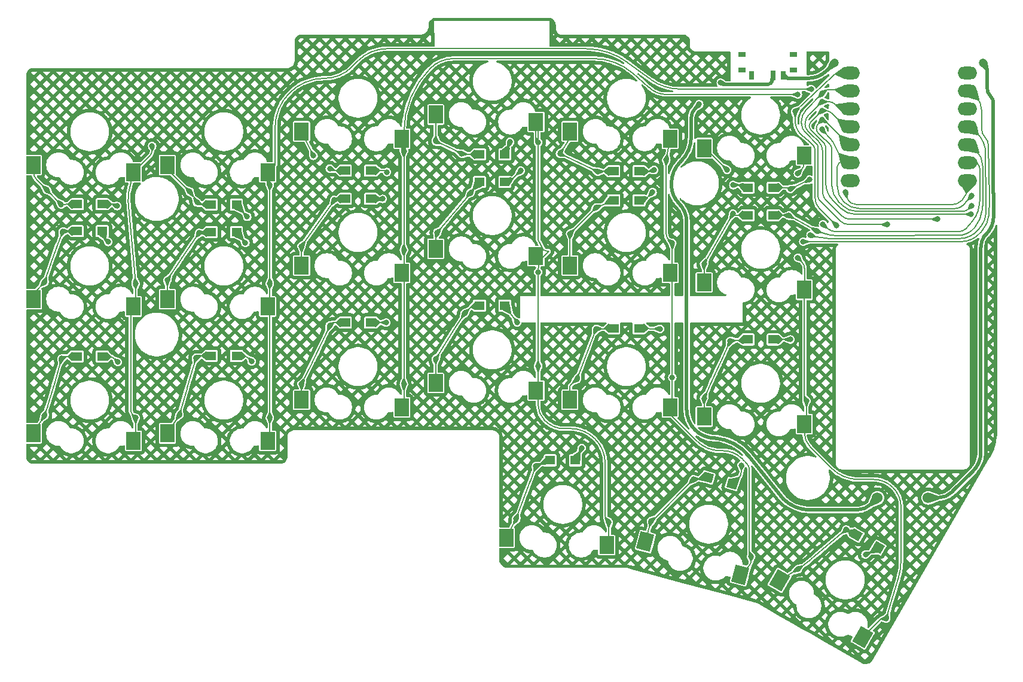
<source format=gbl>
%TF.GenerationSoftware,KiCad,Pcbnew,8.0.5*%
%TF.CreationDate,2025-01-29T03:11:56+02:00*%
%TF.ProjectId,1_3,315f332e-6b69-4636-9164-5f7063625858,rev?*%
%TF.SameCoordinates,Original*%
%TF.FileFunction,Copper,L2,Bot*%
%TF.FilePolarity,Positive*%
%FSLAX46Y46*%
G04 Gerber Fmt 4.6, Leading zero omitted, Abs format (unit mm)*
G04 Created by KiCad (PCBNEW 8.0.5) date 2025-01-29 03:11:56*
%MOMM*%
%LPD*%
G01*
G04 APERTURE LIST*
G04 Aperture macros list*
%AMRotRect*
0 Rectangle, with rotation*
0 The origin of the aperture is its center*
0 $1 length*
0 $2 width*
0 $3 Rotation angle, in degrees counterclockwise*
0 Add horizontal line*
21,1,$1,$2,0,0,$3*%
%AMOutline5P*
0 Free polygon, 5 corners , with rotation*
0 The origin of the aperture is its center*
0 number of corners: always 5*
0 $1 to $10 corner X, Y*
0 $11 Rotation angle, in degrees counterclockwise*
0 create outline with 5 corners*
4,1,5,$1,$2,$3,$4,$5,$6,$7,$8,$9,$10,$1,$2,$11*%
%AMOutline6P*
0 Free polygon, 6 corners , with rotation*
0 The origin of the aperture is its center*
0 number of corners: always 6*
0 $1 to $12 corner X, Y*
0 $13 Rotation angle, in degrees counterclockwise*
0 create outline with 6 corners*
4,1,6,$1,$2,$3,$4,$5,$6,$7,$8,$9,$10,$11,$12,$1,$2,$13*%
%AMOutline7P*
0 Free polygon, 7 corners , with rotation*
0 The origin of the aperture is its center*
0 number of corners: always 7*
0 $1 to $14 corner X, Y*
0 $15 Rotation angle, in degrees counterclockwise*
0 create outline with 7 corners*
4,1,7,$1,$2,$3,$4,$5,$6,$7,$8,$9,$10,$11,$12,$13,$14,$1,$2,$15*%
%AMOutline8P*
0 Free polygon, 8 corners , with rotation*
0 The origin of the aperture is its center*
0 number of corners: always 8*
0 $1 to $16 corner X, Y*
0 $17 Rotation angle, in degrees counterclockwise*
0 create outline with 8 corners*
4,1,8,$1,$2,$3,$4,$5,$6,$7,$8,$9,$10,$11,$12,$13,$14,$15,$16,$1,$2,$17*%
G04 Aperture macros list end*
%TA.AperFunction,SMDPad,CuDef*%
%ADD10RotRect,2.000000X2.500000X330.000000*%
%TD*%
%TA.AperFunction,SMDPad,CuDef*%
%ADD11R,2.000000X2.500000*%
%TD*%
%TA.AperFunction,SMDPad,CuDef*%
%ADD12RotRect,2.000000X2.500000X345.000000*%
%TD*%
%TA.AperFunction,SMDPad,CuDef*%
%ADD13RotRect,1.425000X1.300000X165.000000*%
%TD*%
%TA.AperFunction,SMDPad,CuDef*%
%ADD14R,1.425000X1.300000*%
%TD*%
%TA.AperFunction,SMDPad,CuDef*%
%ADD15RotRect,1.425000X1.300000X150.000000*%
%TD*%
%TA.AperFunction,ComponentPad*%
%ADD16C,1.524000*%
%TD*%
%TA.AperFunction,SMDPad,CuDef*%
%ADD17O,2.750000X1.800000*%
%TD*%
%TA.AperFunction,ComponentPad*%
%ADD18C,1.200000*%
%TD*%
%TA.AperFunction,SMDPad,CuDef*%
%ADD19R,1.000000X0.800000*%
%TD*%
%TA.AperFunction,SMDPad,CuDef*%
%ADD20R,0.700000X1.280000*%
%TD*%
%TA.AperFunction,SMDPad,CuDef*%
%ADD21Outline5P,-0.350000X0.640000X0.350000X0.640000X0.350000X-0.640000X-0.070000X-0.640000X-0.350000X-0.360000X0.000000*%
%TD*%
%TA.AperFunction,ViaPad*%
%ADD22C,0.800000*%
%TD*%
%TA.AperFunction,Conductor*%
%ADD23C,0.200000*%
%TD*%
%TA.AperFunction,Conductor*%
%ADD24C,0.500000*%
%TD*%
G04 APERTURE END LIST*
D10*
X182199061Y-130489492D03*
X193971622Y-138498819D03*
D11*
X114500000Y-85940970D03*
X128700000Y-86990970D03*
D12*
X163191220Y-124992485D03*
X176635607Y-129681938D03*
D11*
X95500000Y-71690970D03*
X109700000Y-72740970D03*
X76500000Y-90690970D03*
X90700000Y-91740970D03*
X152500000Y-66940970D03*
X166700000Y-67990970D03*
X114500000Y-104940970D03*
X128700000Y-105990970D03*
X171500000Y-88315970D03*
X185700000Y-89365970D03*
X171500000Y-69315970D03*
X185700000Y-70365970D03*
X152500000Y-104940970D03*
X166700000Y-105990970D03*
X152500000Y-85940970D03*
X166700000Y-86990970D03*
X114500000Y-66940970D03*
X128700000Y-67990970D03*
X171500000Y-107315970D03*
X185700000Y-108365970D03*
X95500000Y-90690970D03*
X109700000Y-91740970D03*
X133500000Y-64565970D03*
X147700000Y-65615970D03*
X143500000Y-124440700D03*
X157700000Y-125490700D03*
X76500000Y-71690970D03*
X90700000Y-72740970D03*
X133500000Y-102565970D03*
X147700000Y-103615970D03*
X95500000Y-109690970D03*
X109700000Y-110740970D03*
X76500000Y-109690970D03*
X90700000Y-110740970D03*
X133500000Y-83565970D03*
X147700000Y-84615970D03*
D13*
X175505419Y-116849840D03*
X172052235Y-115924562D03*
D14*
X181287500Y-96400000D03*
X177712500Y-96400000D03*
D15*
X196178406Y-125851742D03*
X193082366Y-124064242D03*
D14*
X153287500Y-113500000D03*
X149712500Y-113500000D03*
X105287500Y-77300000D03*
X101712500Y-77300000D03*
X105287500Y-81197000D03*
X101712500Y-81197000D03*
X162287500Y-94800000D03*
X158712500Y-94800000D03*
X181287500Y-74900000D03*
X177712500Y-74900000D03*
X86287500Y-81070000D03*
X82712500Y-81070000D03*
X181287500Y-78800000D03*
X177712500Y-78800000D03*
X143287500Y-70200000D03*
X139712500Y-70200000D03*
X143287500Y-74100000D03*
X139712500Y-74100000D03*
X162287500Y-72600000D03*
X158712500Y-72600000D03*
X124287500Y-72500000D03*
X120712500Y-72500000D03*
X143287500Y-91600000D03*
X139712500Y-91600000D03*
X86287500Y-98800000D03*
X82712500Y-98800000D03*
X162287500Y-76700000D03*
X158712500Y-76700000D03*
X124287500Y-76500000D03*
X120712500Y-76500000D03*
X86287500Y-77260000D03*
X82712500Y-77260000D03*
X124287500Y-94000000D03*
X120712500Y-94000000D03*
X105287500Y-98700000D03*
X101712500Y-98700000D03*
D16*
X196044000Y-118806000D03*
X203244000Y-118806000D03*
D17*
X192205040Y-58696046D03*
X192205040Y-61236046D03*
X192205040Y-63776046D03*
X192205040Y-66316046D03*
X192205040Y-68856046D03*
X192205040Y-71396046D03*
X192205040Y-73936046D03*
X208794960Y-73936046D03*
X208794960Y-71396046D03*
X208794960Y-68856046D03*
X208794960Y-66316046D03*
X208794960Y-63776046D03*
X208794960Y-61236046D03*
X208794960Y-58696046D03*
D18*
X190000000Y-57216046D03*
X211000000Y-57216046D03*
D19*
X184150000Y-58300970D03*
X184150000Y-56080970D03*
X176850000Y-58300970D03*
X176850000Y-56080970D03*
D20*
X182750000Y-59060970D03*
D21*
X181250000Y-59060970D03*
D20*
X178250000Y-59060970D03*
D22*
X183700000Y-75100000D03*
X126600000Y-72700000D03*
X144018000Y-68453000D03*
X106807000Y-79038000D03*
X88392000Y-77514000D03*
X186436000Y-73787000D03*
X164427500Y-72427500D03*
X186563000Y-81661000D03*
X80476691Y-77276691D03*
X78400000Y-75200000D03*
X98679000Y-75482000D03*
X99700000Y-77000000D03*
X116200000Y-70400000D03*
X118500000Y-72200000D03*
X133500000Y-68365970D03*
X137200000Y-70100000D03*
X151100000Y-70100000D03*
X156464000Y-72644000D03*
X174752000Y-72390000D03*
X175641000Y-74549000D03*
X106553000Y-82721000D03*
X187452000Y-81026000D03*
X145542000Y-72517000D03*
X183491860Y-78867000D03*
X87122000Y-82594000D03*
X126000000Y-76500000D03*
X164211000Y-75565000D03*
X78105000Y-88309000D03*
X80700000Y-81100000D03*
X95500000Y-88000000D03*
X100000000Y-81300000D03*
X119126000Y-76659000D03*
X114500000Y-83200000D03*
X138402944Y-75664944D03*
X133731000Y-81248000D03*
X156210000Y-77724000D03*
X152525450Y-81423000D03*
X175600000Y-78600000D03*
X171500000Y-85700000D03*
X188341000Y-80137000D03*
X126500000Y-94000000D03*
X183700000Y-96400000D03*
X145034000Y-93980000D03*
X88500000Y-99600000D03*
X107442000Y-99485000D03*
X165263936Y-94900000D03*
X78100000Y-107200000D03*
X80518000Y-99104000D03*
X99568000Y-98977000D03*
X97200000Y-107100000D03*
X114500000Y-102700000D03*
X118500000Y-94400000D03*
X133500000Y-99155000D03*
X137600000Y-92700000D03*
X153500000Y-102000000D03*
X156200000Y-94900000D03*
X171500000Y-104700000D03*
X175200000Y-96600000D03*
X176805500Y-114194500D03*
X194355815Y-126844185D03*
X154178000Y-111760000D03*
X191516000Y-75565000D03*
X144900000Y-121800000D03*
X147700000Y-114300000D03*
X170000000Y-116200000D03*
X164000000Y-122100000D03*
X191643000Y-123317000D03*
X184800000Y-128900000D03*
X190246000Y-80264000D03*
X91000000Y-107490970D03*
X184404000Y-64135000D03*
X93341156Y-69001156D03*
X91000000Y-88490970D03*
X110000000Y-107490970D03*
X186690000Y-60960000D03*
X110000000Y-74490970D03*
X197485000Y-80137000D03*
X110000000Y-88490970D03*
X188214000Y-61595000D03*
X188214000Y-62738000D03*
X184785000Y-61722000D03*
X204597000Y-79375000D03*
X129000000Y-69740970D03*
X129000000Y-83740970D03*
X129000000Y-102740970D03*
X148000000Y-100200000D03*
X158000000Y-122240700D03*
X148000000Y-86868000D03*
X148000000Y-68500000D03*
X188214000Y-64008000D03*
X209296000Y-78670000D03*
X167000000Y-82740970D03*
X178172155Y-127115970D03*
X167000000Y-101740970D03*
X209423000Y-77470000D03*
X166151320Y-70993000D03*
X188214000Y-65304050D03*
X184785000Y-84836000D03*
X197300000Y-135900000D03*
X188214000Y-66675000D03*
X186000000Y-105115970D03*
X184785000Y-72898000D03*
X209423000Y-76073000D03*
X185547000Y-82550000D03*
X173863000Y-60071000D03*
X170815000Y-63119000D03*
D23*
X149712500Y-113500000D02*
X147700000Y-114300000D01*
X153287500Y-113500000D02*
X154178000Y-111760000D01*
X189173556Y-82112000D02*
X207691762Y-82112000D01*
X106807000Y-79038000D02*
X105287500Y-77300000D01*
X126500000Y-72600000D02*
X126600000Y-72700000D01*
X210217980Y-67264066D02*
X209069960Y-66116046D01*
X210723421Y-80367764D02*
X210311999Y-80870499D01*
X183700000Y-75100000D02*
X186436000Y-73787000D01*
X162287500Y-72600000D02*
X164255000Y-72600000D01*
X186563000Y-81661000D02*
X187423500Y-81886500D01*
X211443950Y-76769449D02*
X211366000Y-70035631D01*
X87958394Y-77260000D02*
X86287500Y-77260000D01*
X126258578Y-72500000D02*
X124287500Y-72500000D01*
X143287500Y-70200000D02*
X144018000Y-68453000D01*
X88392000Y-77514000D02*
X88265000Y-77387000D01*
X183358578Y-74900000D02*
X181287500Y-74900000D01*
X164255000Y-72600000D02*
X164427500Y-72427500D01*
X210217980Y-67264066D02*
G75*
G02*
X211365973Y-70035631I-2771580J-2771534D01*
G01*
X211443950Y-76769449D02*
G75*
G02*
X211391500Y-78676500I-24418750J-282651D01*
G01*
X87958394Y-77260000D02*
G75*
G02*
X88265002Y-77386998I6J-433600D01*
G01*
X126500000Y-72600000D02*
G75*
G03*
X126258578Y-72500009I-241400J-241400D01*
G01*
X189173556Y-82112000D02*
G75*
G02*
X187423502Y-81886491I44J6903700D01*
G01*
X207691762Y-82112000D02*
G75*
G03*
X210312020Y-80870516I38J3385800D01*
G01*
X210723421Y-80367764D02*
G75*
G03*
X211391499Y-78676500I-2309221J1889764D01*
G01*
X78400000Y-75200000D02*
X80476691Y-77276691D01*
X78400000Y-75200000D02*
X77068878Y-73868878D01*
X80476691Y-77276691D02*
X80962500Y-77323500D01*
X81115802Y-77260000D02*
X82712500Y-77260000D01*
X81115802Y-77260000D02*
G75*
G03*
X80962499Y-77323499I-2J-216800D01*
G01*
X76500000Y-72495485D02*
G75*
G03*
X77068864Y-73868892I1942300J-15D01*
G01*
X99700000Y-77000000D02*
X99850000Y-77150000D01*
X98854553Y-75684545D02*
X99700000Y-77000000D01*
X98679000Y-75482000D02*
X95716385Y-72519385D01*
X100212132Y-77300000D02*
X101912500Y-77300000D01*
X98679000Y-75482000D02*
X98742500Y-75545500D01*
X98854553Y-75684545D02*
G75*
G03*
X98742500Y-75545500I-702753J-451655D01*
G01*
X99850000Y-77150000D02*
G75*
G03*
X100212132Y-77299987I362100J362100D01*
G01*
X119012132Y-72500000D02*
X120712500Y-72500000D01*
X118650000Y-72350000D02*
X118500000Y-72200000D01*
X116200000Y-70400000D02*
X114500000Y-66940970D01*
X118650000Y-72350000D02*
G75*
G03*
X119012132Y-72499987I362100J362100D01*
G01*
X137300000Y-70200000D02*
X137200000Y-70100000D01*
X133500000Y-64565970D02*
X133500000Y-68365970D01*
X135890000Y-69469000D02*
X133500000Y-68365970D01*
X137200000Y-70100000D02*
X135890000Y-69469000D01*
X139712500Y-70200000D02*
X137300000Y-70200000D01*
X151100000Y-70100000D02*
X152500000Y-67940970D01*
X151100000Y-70100000D02*
X156464000Y-72644000D01*
X156635000Y-72600000D02*
X158712500Y-72600000D01*
X156464000Y-72644000D02*
X156635000Y-72600000D01*
X175641000Y-74549000D02*
X175665500Y-74524500D01*
X175724648Y-74500000D02*
X177712500Y-74500000D01*
X174752000Y-72390000D02*
X171677970Y-69315970D01*
X175724648Y-74500000D02*
G75*
G03*
X175665486Y-74524486I-48J-83600D01*
G01*
X106553000Y-82721000D02*
X105287500Y-81197000D01*
X143959000Y-74100000D02*
X145542000Y-72517000D01*
X187452000Y-81026000D02*
X188430000Y-81369000D01*
X126000000Y-76500000D02*
X124287500Y-76500000D01*
X143287500Y-74100000D02*
X143959000Y-74100000D01*
X182901226Y-78800000D02*
X181287500Y-78800000D01*
X183295930Y-78833500D02*
X183491860Y-78867000D01*
X210966000Y-71892788D02*
X210966000Y-77451000D01*
X163076000Y-76700000D02*
X164211000Y-75565000D01*
X191257958Y-81712000D02*
X190444403Y-81712000D01*
X87122000Y-82594000D02*
X86115500Y-81587500D01*
X162287500Y-76700000D02*
X163076000Y-76700000D01*
X187452000Y-81026000D02*
X183491860Y-78867000D01*
X194957864Y-81706031D02*
X207479447Y-81665631D01*
X210890966Y-78021030D02*
X210947000Y-77470000D01*
X210017980Y-69604066D02*
X209069960Y-68656046D01*
X210966000Y-71892788D02*
G75*
G03*
X210017966Y-69604080I-3236700J-12D01*
G01*
X188430000Y-81369000D02*
G75*
G03*
X190444403Y-81711998I2014400J5743700D01*
G01*
X209830365Y-80555134D02*
G75*
G03*
X210890996Y-78021033I-3638865J3012034D01*
G01*
X191257958Y-81712000D02*
G75*
G03*
X194957864Y-81706031I-958J1147279300D01*
G01*
X207479447Y-81665631D02*
G75*
G03*
X209830391Y-80555156I-9847J3064631D01*
G01*
X182901226Y-78800000D02*
G75*
G02*
X183295929Y-78833504I-26J-2342000D01*
G01*
X82712500Y-81070000D02*
X80730000Y-81070000D01*
X80730000Y-81070000D02*
X80700000Y-81100000D01*
X78988591Y-85658225D02*
X78105000Y-88309000D01*
X80700000Y-81100000D02*
X80101000Y-82609000D01*
X78105000Y-88309000D02*
X76774700Y-89639299D01*
X80101000Y-82609000D02*
G75*
G03*
X78988589Y-85658224I53756100J-21338700D01*
G01*
X96137000Y-87011500D02*
X95500000Y-88000000D01*
X100000000Y-81300000D02*
X97437276Y-85051935D01*
X100175831Y-81197000D02*
X100000000Y-81300000D01*
X100000000Y-81300000D02*
X101844500Y-81197000D01*
X100000000Y-81300000D02*
X100051500Y-81248500D01*
X95500000Y-88000000D02*
X95500000Y-90690970D01*
X100051500Y-81248500D02*
G75*
G02*
X100175831Y-81197013I124300J-124300D01*
G01*
X96137000Y-87011500D02*
G75*
G02*
X97437276Y-85051935I73712200J-47500800D01*
G01*
X114500000Y-83200000D02*
X118946739Y-76986029D01*
X119397429Y-76500000D02*
X120712500Y-76500000D01*
X119205500Y-76579500D02*
X119126000Y-76659000D01*
X119062499Y-76849499D02*
X119081098Y-76830901D01*
X114500000Y-83200000D02*
X114500000Y-85940970D01*
X119126000Y-76659000D02*
X119126000Y-76722500D01*
X118946739Y-76986029D02*
G75*
G02*
X119062500Y-76849500I887161J-634871D01*
G01*
X119081098Y-76830901D02*
G75*
G03*
X119126000Y-76722500I-108398J108401D01*
G01*
X119205500Y-76579500D02*
G75*
G02*
X119397429Y-76500012I191900J-191900D01*
G01*
X133500000Y-83565970D02*
X133500000Y-81479000D01*
X139712500Y-74100000D02*
X138402944Y-75664944D01*
X138402944Y-75664944D02*
X133731000Y-81248000D01*
X133500000Y-81479000D02*
X133731000Y-81248000D01*
X152500000Y-85940970D02*
X152500000Y-81448450D01*
X156210000Y-77724000D02*
X156210000Y-77738450D01*
X156210000Y-77724000D02*
X158712500Y-76700000D01*
X152500000Y-81448450D02*
X152525450Y-81423000D01*
X156210000Y-77738450D02*
X152525450Y-81423000D01*
X175600000Y-78600000D02*
X171500000Y-85700000D01*
X175600000Y-78600000D02*
X175700000Y-78700000D01*
X175941421Y-78800000D02*
X177712500Y-78800000D01*
X171500000Y-85700000D02*
X171500000Y-88315970D01*
X175941421Y-78800000D02*
G75*
G02*
X175699994Y-78700006I-21J341400D01*
G01*
X165263936Y-94900000D02*
X162287500Y-94800000D01*
X210223023Y-71539023D02*
X210166454Y-71482454D01*
X210566000Y-76282433D02*
X210566000Y-72367042D01*
X145034000Y-93980000D02*
X143287500Y-91600000D01*
X107049500Y-99092500D02*
X107442000Y-99485000D01*
X88500000Y-99600000D02*
X88100000Y-99200000D01*
X208534000Y-80772000D02*
X208592615Y-80703615D01*
X208534000Y-80772000D02*
X209541868Y-79596153D01*
X190248641Y-81153000D02*
X207507519Y-81153000D01*
X87134314Y-98800000D02*
X86287500Y-98800000D01*
X126500000Y-94000000D02*
X124287500Y-94000000D01*
X210275877Y-78231432D02*
X210309531Y-78113642D01*
X188341000Y-80137000D02*
X188912500Y-80645000D01*
X106101921Y-98700000D02*
X105287500Y-98700000D01*
X183700000Y-96400000D02*
X181287500Y-96400000D01*
X188912500Y-80645000D02*
G75*
G03*
X190248641Y-81152962I1336100J1503200D01*
G01*
X210566000Y-72367042D02*
G75*
G03*
X210223045Y-71539001I-1171000J42D01*
G01*
X207507519Y-81153000D02*
G75*
G03*
X208592597Y-80703597I-19J1534700D01*
G01*
X87134314Y-98800000D02*
G75*
G02*
X88099996Y-99200004I-14J-1365700D01*
G01*
X210309531Y-78113642D02*
G75*
G03*
X210566006Y-76282433I-6409331J1831242D01*
G01*
X210166454Y-71482454D02*
G75*
G03*
X209475003Y-71196042I-691454J-691446D01*
G01*
X107049500Y-99092500D02*
G75*
G03*
X106101921Y-98699991I-947600J-947600D01*
G01*
X209541868Y-79596153D02*
G75*
G03*
X210275874Y-78231431I-2755268J2361653D01*
G01*
X80518000Y-99104000D02*
X79392768Y-103042308D01*
X78100000Y-107200000D02*
X76500000Y-109690970D01*
X81036960Y-98800000D02*
X82712500Y-98800000D01*
X78547000Y-105819000D02*
X78100000Y-107200000D01*
X80518000Y-99104000D02*
X80670000Y-98952000D01*
X80670000Y-98952000D02*
G75*
G02*
X81036960Y-98799984I367000J-367000D01*
G01*
X78547000Y-105819000D02*
G75*
G03*
X79392768Y-103042308I-79505038J25734034D01*
G01*
X97200000Y-107100000D02*
X95500000Y-109690970D01*
X98261500Y-103366446D02*
X97200000Y-107100000D01*
X99568000Y-98977000D02*
X99123500Y-100437500D01*
X100040868Y-98700000D02*
X101712500Y-98700000D01*
X99568000Y-98977000D02*
X99706500Y-98838500D01*
X98261500Y-103366446D02*
G75*
G02*
X99123500Y-100437500I159290000J-45288354D01*
G01*
X100040868Y-98700000D02*
G75*
G03*
X99706509Y-98838509I32J-472900D01*
G01*
X119182842Y-94000000D02*
X120712500Y-94000000D01*
X117670000Y-96197500D02*
X118500000Y-94400000D01*
X114500000Y-102700000D02*
X114500000Y-104940970D01*
X118500000Y-94400000D02*
X118700000Y-94200000D01*
X115958342Y-99767734D02*
X114500000Y-102700000D01*
X117670000Y-96197500D02*
G75*
G02*
X115958342Y-99767734I-124237602J57367140D01*
G01*
X118700000Y-94200000D02*
G75*
G02*
X119182842Y-94000018I482800J-482800D01*
G01*
X136271000Y-94742000D02*
X133500000Y-99155000D01*
X138700000Y-91600000D02*
X137600000Y-92700000D01*
X137600000Y-92700000D02*
X136271000Y-94742000D01*
X133500000Y-102565970D02*
X133500000Y-99155000D01*
X139712500Y-91600000D02*
X138700000Y-91600000D01*
X152500000Y-104940970D02*
X152500000Y-103000000D01*
X158712500Y-94800000D02*
X156200000Y-94900000D01*
X152500000Y-103000000D02*
X153500000Y-102000000D01*
X153500000Y-102000000D02*
X156200000Y-94900000D01*
X171500000Y-104700000D02*
X171500000Y-107315970D01*
X175200000Y-96600000D02*
X177712500Y-96400000D01*
X172300500Y-102959500D02*
X171500000Y-104700000D01*
X175200000Y-96600000D02*
X173893576Y-99474877D01*
X172300500Y-102959500D02*
G75*
G03*
X173893576Y-99474877I-765737085J352180887D01*
G01*
X176278977Y-116210253D02*
X175526592Y-116962639D01*
X193276757Y-77345386D02*
X206493178Y-77343108D01*
X176805500Y-114939115D02*
X176805500Y-114194500D01*
X196121296Y-126043097D02*
X194355815Y-126844185D01*
X208788000Y-74868299D02*
X208788000Y-74018006D01*
X191516000Y-75565000D02*
X191743549Y-76323496D01*
X176278977Y-116210253D02*
G75*
G03*
X176805499Y-114939115I-1271177J1271153D01*
G01*
X192360110Y-77100921D02*
G75*
G03*
X193276757Y-77345365I916290J1595121D01*
G01*
X192360110Y-77100921D02*
G75*
G02*
X191743513Y-76323507I667590J1162721D01*
G01*
X208026000Y-76708000D02*
G75*
G03*
X208787999Y-74868299I-1839800J1839700D01*
G01*
X206493178Y-77343108D02*
G75*
G03*
X208026005Y-76708005I-378J2168208D01*
G01*
X147700000Y-114300000D02*
X146859778Y-116471996D01*
X149065685Y-113500000D02*
X149712500Y-113500000D01*
X144900000Y-121800000D02*
X145538500Y-120018500D01*
X144900000Y-121800000D02*
X143500000Y-124440700D01*
X146859778Y-116471996D02*
G75*
G03*
X145538499Y-120018500I141359222J-54683904D01*
G01*
X170000000Y-116200000D02*
X172073408Y-116037361D01*
X164135355Y-122064644D02*
X170000000Y-116200000D01*
X164000000Y-122100000D02*
X163191220Y-124992485D01*
X164050000Y-122100000D02*
X164000000Y-122100000D01*
X164135355Y-122064644D02*
G75*
G02*
X164050000Y-122100002I-85355J85344D01*
G01*
X191643000Y-123317000D02*
X186642447Y-127522010D01*
X191643000Y-123317000D02*
X193351980Y-124306250D01*
X184800000Y-128900000D02*
X182199061Y-130489492D01*
X184800000Y-128900000D02*
X185427500Y-128458000D01*
X185427500Y-128458000D02*
G75*
G03*
X186642446Y-127522009I-10329400J14664400D01*
G01*
X187860745Y-77878745D02*
X190246000Y-80264000D01*
X187198000Y-69621598D02*
X187198000Y-76278737D01*
X90300000Y-106295995D02*
X90300000Y-92423812D01*
X90700000Y-72740970D02*
X90345942Y-74199000D01*
X93341156Y-69001156D02*
X93341156Y-69550485D01*
X184404000Y-64135000D02*
X184404000Y-65440714D01*
X89954254Y-76616081D02*
X91000000Y-88490970D01*
X91000000Y-88490970D02*
X91000000Y-91440970D01*
X91000000Y-107490970D02*
X91000000Y-110228837D01*
X189754830Y-59064218D02*
X184404000Y-64135000D01*
X93281500Y-69001156D02*
X93341156Y-69001156D01*
X92952721Y-70488248D02*
X90700000Y-72740970D01*
X185365537Y-67499560D02*
X186364756Y-68335993D01*
X91000000Y-107490970D02*
X90650000Y-107140970D01*
X93281500Y-69001156D02*
G75*
G03*
X93179656Y-69043335I0J-144044D01*
G01*
X90300000Y-106295995D02*
G75*
G03*
X90649992Y-107140978I1195000J-5D01*
G01*
X186944000Y-68897500D02*
G75*
G02*
X187198006Y-69621598I-905100J-724100D01*
G01*
X90050000Y-75400000D02*
G75*
G03*
X89954241Y-76616082I3572200J-893100D01*
G01*
X187198000Y-76278737D02*
G75*
G03*
X187860754Y-77878736I2262800J37D01*
G01*
X184404000Y-65440714D02*
G75*
G03*
X185365538Y-67499559I2685000J14D01*
G01*
X90050000Y-75400000D02*
G75*
G03*
X90345942Y-74199000I-177697449J44423922D01*
G01*
X186364756Y-68335993D02*
G75*
G02*
X186943997Y-68897502I-1923156J-2563407D01*
G01*
X92952721Y-70488248D02*
G75*
G03*
X93341157Y-69550485I-937721J937748D01*
G01*
X93281500Y-69001156D02*
G75*
G03*
X93179656Y-69043335I0J-144044D01*
G01*
X191126522Y-58496046D02*
G75*
G03*
X189754822Y-59064210I-22J-1939854D01*
G01*
X189168194Y-61036046D02*
X191930040Y-61036046D01*
X110000000Y-107490970D02*
X110000000Y-92253102D01*
X188214000Y-61595000D02*
X185873572Y-64037185D01*
X185293000Y-65482090D02*
X185293000Y-65781258D01*
X168150419Y-60960000D02*
X186690000Y-60960000D01*
X126609531Y-55245000D02*
X154754658Y-55245000D01*
X185827797Y-67097441D02*
X187565590Y-68882819D01*
X187618728Y-69011105D02*
X187618728Y-76074373D01*
X109700000Y-73978837D02*
X109700000Y-72740970D01*
X110000000Y-88490970D02*
X110000000Y-91440970D01*
X192087461Y-80137000D02*
X197485000Y-80137000D01*
X110000000Y-74490970D02*
X109850000Y-74340970D01*
X160715992Y-57213854D02*
X163991162Y-59642110D01*
X110744000Y-71696970D02*
X110744000Y-66464799D01*
X187921247Y-76804719D02*
X190663849Y-79547321D01*
X110000000Y-74490970D02*
X110000000Y-88490970D01*
X188214000Y-61595000D02*
X188493477Y-61315523D01*
X110000000Y-107490970D02*
X110000000Y-110228837D01*
X121600444Y-57850558D02*
X122506450Y-56944552D01*
X109700000Y-72740970D02*
X110744000Y-71696970D01*
X110744000Y-66464799D02*
G75*
G02*
X117772799Y-59436000I7028800J-1D01*
G01*
X117772799Y-59436000D02*
G75*
G03*
X121600412Y-57850526I1J5413000D01*
G01*
X187565590Y-68882819D02*
G75*
G02*
X187618723Y-69011105I-128290J-128281D01*
G01*
X187618728Y-76074373D02*
G75*
G03*
X187921232Y-76804734I1032872J-27D01*
G01*
X160715992Y-57213854D02*
G75*
G03*
X154754658Y-55245035I-5961292J-8040546D01*
G01*
X109700000Y-73978837D02*
G75*
G03*
X109850026Y-74340944I512100J37D01*
G01*
X185873572Y-64037185D02*
G75*
G03*
X185292994Y-65482090I1507728J-1444915D01*
G01*
X190663849Y-79547321D02*
G75*
G03*
X192087461Y-80137025I1423651J1423621D01*
G01*
X189168194Y-61036046D02*
G75*
G03*
X188493488Y-61315534I6J-954154D01*
G01*
X163991162Y-59642110D02*
G75*
G03*
X168150419Y-60959979I4159238J5904410D01*
G01*
X122506450Y-56944552D02*
G75*
G02*
X126609531Y-55245012I4103050J-4103048D01*
G01*
X185293000Y-65781258D02*
G75*
G03*
X185827780Y-67097457I1887000J-42D01*
G01*
X129000000Y-102740970D02*
X129000000Y-105690970D01*
X166155771Y-61722000D02*
X184785000Y-61722000D01*
X186367404Y-64542514D02*
X186414959Y-64494959D01*
X128700000Y-68609903D02*
X128700000Y-69228837D01*
X129000000Y-83740970D02*
X129000000Y-86690970D01*
X188330896Y-75794978D02*
X188312500Y-75288736D01*
X186617715Y-67304280D02*
X186210603Y-66897782D01*
X204597000Y-79375000D02*
X192200064Y-79375000D01*
X129000000Y-69740970D02*
X129000000Y-67046177D01*
X187751739Y-68436338D02*
X186621069Y-67305668D01*
X129000000Y-83740970D02*
X129000000Y-69740970D01*
X188214000Y-62738000D02*
X189120319Y-62738000D01*
X188284000Y-73719691D02*
X188284000Y-69721328D01*
X136049194Y-56642000D02*
X155838045Y-56642000D01*
X129000000Y-102740970D02*
X129000000Y-87503102D01*
X186414959Y-64494959D02*
X188214000Y-62738000D01*
X186621069Y-67305668D02*
X186619393Y-67304974D01*
X128850000Y-69590970D02*
X129000000Y-69740970D01*
X186619393Y-67304974D02*
X186617715Y-67304280D01*
X161398614Y-58713017D02*
X163703000Y-60706000D01*
X190913967Y-78842281D02*
X188820563Y-76748877D01*
X186367404Y-64542514D02*
G75*
G03*
X185801017Y-65909970I1367396J-1367386D01*
G01*
X132742183Y-58011817D02*
G75*
G02*
X136049194Y-56641996I3307017J-3306983D01*
G01*
X155838045Y-56642000D02*
G75*
G02*
X161398591Y-58713043I-45J-8500400D01*
G01*
X192200064Y-79375000D02*
G75*
G02*
X190913988Y-78842260I36J1818800D01*
G01*
X188284000Y-69721328D02*
G75*
G03*
X187751764Y-68436313I-1817300J28D01*
G01*
X188482421Y-76312578D02*
G75*
G02*
X188330912Y-75794977I944279J557378D01*
G01*
X188312500Y-75288736D02*
G75*
G02*
X188284002Y-73719691I43173400J1568936D01*
G01*
X190131931Y-63157023D02*
G75*
G03*
X189120319Y-62737976I-1011631J-1011577D01*
G01*
X163703000Y-60706000D02*
G75*
G03*
X166155771Y-61722012I2452800J2452700D01*
G01*
X188820563Y-76748877D02*
G75*
G02*
X188482416Y-76312581I1552037J1552077D01*
G01*
X185801000Y-65909970D02*
G75*
G03*
X186210592Y-66897793I1395900J-30D01*
G01*
X129000000Y-67046177D02*
G75*
G02*
X132742204Y-58011838I12776400J-23D01*
G01*
X128850000Y-69590970D02*
G75*
G02*
X128699964Y-69228837I362100J362170D01*
G01*
X190131931Y-63157023D02*
G75*
G03*
X191143542Y-63576013I1011569J1011623D01*
G01*
X158000000Y-122240700D02*
X157750000Y-121990700D01*
X149500000Y-83900000D02*
X149242015Y-83900000D01*
X189570260Y-64362260D02*
X191324046Y-66116046D01*
X148000000Y-105650000D02*
X148000000Y-105350543D01*
X188684000Y-70073303D02*
X188727411Y-74214960D01*
X188531814Y-68650727D02*
X187632609Y-67751522D01*
X148000000Y-103315970D02*
X148000000Y-100200000D01*
X148883883Y-107783883D02*
X149050000Y-107950000D01*
X148000000Y-100464189D02*
X148000000Y-86460660D01*
X188715000Y-64008000D02*
X188214000Y-64008000D01*
X192884793Y-78670000D02*
X209296000Y-78670000D01*
X148750000Y-84650000D02*
X149500000Y-83900000D01*
X189771702Y-76736095D02*
X190871805Y-77836195D01*
X148801607Y-83717577D02*
X148000000Y-82315970D01*
X158000000Y-122240700D02*
X158000000Y-124978567D01*
X186585916Y-65636083D02*
X188214000Y-64008000D01*
X148000000Y-66500000D02*
X148000000Y-82315970D01*
X147700000Y-68200000D02*
X148000000Y-68500000D01*
X151584924Y-109000000D02*
X152549390Y-109000000D01*
X186596041Y-66711575D02*
X186584239Y-66699696D01*
X157500000Y-113950609D02*
X157500000Y-121387146D01*
X188684000Y-69018137D02*
X188684000Y-70073303D01*
X147700000Y-65615970D02*
X147700000Y-68200000D01*
X151584924Y-109000000D02*
G75*
G02*
X149049993Y-107950007I-24J3584900D01*
G01*
X149242015Y-83900000D02*
G75*
G02*
X148801606Y-83717578I-15J622800D01*
G01*
X186596041Y-66711575D02*
G75*
G03*
X187632609Y-67751522I320154659J318077875D01*
G01*
X186585916Y-65636083D02*
G75*
G03*
X186584270Y-66699665I532684J-532617D01*
G01*
X147973946Y-104752766D02*
G75*
G02*
X148000003Y-105350543I-6845046J-597834D01*
G01*
X148000000Y-105650000D02*
G75*
G03*
X148883876Y-107783890I3017800J0D01*
G01*
X148000000Y-86460660D02*
G75*
G02*
X148750032Y-84650032I2560600J-40D01*
G01*
X188531814Y-68650727D02*
G75*
G02*
X188683973Y-69018137I-367414J-367373D01*
G01*
X188727411Y-74214960D02*
G75*
G03*
X189771688Y-76736109I3565389J-40D01*
G01*
X156050000Y-110450000D02*
G75*
G02*
X157499996Y-113950609I-3500600J-3500600D01*
G01*
X156050000Y-110450000D02*
G75*
G03*
X152549390Y-109000004I-3500600J-3500600D01*
G01*
X190871805Y-77836195D02*
G75*
G03*
X192884793Y-78670005I2012995J2012995D01*
G01*
X157500000Y-121387146D02*
G75*
G03*
X157749984Y-121990716I853500J-54D01*
G01*
X188715000Y-64008000D02*
G75*
G02*
X189570256Y-64362264I0J-1209500D01*
G01*
X167000000Y-86690970D02*
X167000000Y-82740970D01*
X167000000Y-87503102D02*
X167000000Y-106478837D01*
X188551739Y-68104966D02*
X188706173Y-68199000D01*
X188214000Y-65304050D02*
X188341000Y-65304050D01*
X188557802Y-65393852D02*
X191819996Y-68656046D01*
X187696986Y-67250213D02*
X188551739Y-68104966D01*
X177808200Y-128509344D02*
X176635607Y-129681938D01*
X166100000Y-81294233D02*
X166100000Y-71277366D01*
X189611000Y-69621368D02*
X189611000Y-74644627D01*
X178049577Y-126993392D02*
X178172155Y-127115970D01*
X173795990Y-112141000D02*
X174196886Y-112141000D01*
X166243000Y-70485000D02*
X166151320Y-70993000D01*
X178172155Y-127630680D02*
X178172155Y-127115970D01*
X166881989Y-82670636D02*
X167000000Y-82740970D01*
X193125028Y-78270000D02*
X208057314Y-78270000D01*
X209023000Y-77870000D02*
X209423000Y-77470000D01*
X190531231Y-76866231D02*
X191093528Y-77428526D01*
X166151320Y-70993000D02*
X166100000Y-71277366D01*
X177154713Y-113535530D02*
X176834475Y-113233525D01*
X170474028Y-110764998D02*
X166700000Y-106990970D01*
X188214000Y-65304050D02*
X187696986Y-65821063D01*
X166700000Y-67990970D02*
X166243000Y-70485000D01*
X188706173Y-68199000D02*
X189178552Y-68577345D01*
X177545528Y-113944578D02*
X177418764Y-113804789D01*
X177927000Y-126697464D02*
X177927000Y-114865534D01*
X166881989Y-82670636D02*
G75*
G02*
X166099962Y-81294233I820311J1376436D01*
G01*
X191093528Y-77428526D02*
G75*
G03*
X193125028Y-78269973I2031472J2031526D01*
G01*
X187696986Y-65821063D02*
G75*
G03*
X187401038Y-66535638I714614J-714537D01*
G01*
X170474028Y-110764998D02*
G75*
G03*
X173795990Y-112140996I3321972J3321998D01*
G01*
X188557802Y-65393852D02*
G75*
G03*
X188341000Y-65304034I-216802J-216748D01*
G01*
X189178552Y-68577345D02*
G75*
G02*
X189611015Y-69621368I-1044052J-1044055D01*
G01*
X177154713Y-113535530D02*
G75*
G02*
X177418761Y-113804792I-3312613J-3512570D01*
G01*
X187401000Y-66535638D02*
G75*
G03*
X187696997Y-67250202I1010600J38D01*
G01*
X176834475Y-113233525D02*
G75*
G03*
X174196886Y-112141006I-2637575J-2637575D01*
G01*
X208057314Y-78270000D02*
G75*
G03*
X209022996Y-77869996I-14J1365700D01*
G01*
X178049577Y-126993392D02*
G75*
G02*
X177927024Y-126697464I295923J295892D01*
G01*
X178172155Y-127630680D02*
G75*
G02*
X177808218Y-128509362I-1242655J-20D01*
G01*
X177545528Y-113944578D02*
G75*
G02*
X177926985Y-114865534I-920928J-920922D01*
G01*
X189611000Y-74644627D02*
G75*
G03*
X190531243Y-76866219I3141800J27D01*
G01*
X199390000Y-127560591D02*
X199390000Y-120107446D01*
X191130040Y-70796046D02*
X191730040Y-71396046D01*
X184785000Y-72898000D02*
X185242500Y-72440500D01*
X190373000Y-74713388D02*
X190373000Y-71933437D01*
X184785000Y-84836000D02*
X185267500Y-85318500D01*
X189541207Y-114611207D02*
X186549952Y-111619952D01*
X185750000Y-89280614D02*
X185750000Y-86483358D01*
X185700000Y-89401325D02*
X185700000Y-104603837D01*
X196312502Y-136157938D02*
X193971622Y-138498819D01*
X185850000Y-104965970D02*
X186000000Y-105115970D01*
X197300000Y-135900000D02*
X196935220Y-135900000D01*
X186000000Y-105115970D02*
X186000000Y-108065970D01*
X189173355Y-67708151D02*
X188214000Y-66675000D01*
X207032098Y-77870000D02*
X193529626Y-77870000D01*
X195487553Y-116205000D02*
X193388963Y-116205000D01*
X209423000Y-76073000D02*
X208219940Y-77377980D01*
X185700000Y-109567985D02*
X185700000Y-108365970D01*
X190227561Y-69403261D02*
X190227347Y-69402699D01*
X198989488Y-130282773D02*
X197300000Y-135900000D01*
X190227347Y-69402699D02*
G75*
G03*
X189173366Y-67708141I-4886747J-1864401D01*
G01*
X198247000Y-117348000D02*
G75*
G03*
X195487553Y-116205019I-2759400J-2759400D01*
G01*
X186549952Y-111619952D02*
G75*
G02*
X185700004Y-109567985I2051948J2051952D01*
G01*
X185700000Y-71335997D02*
G75*
G02*
X185242501Y-72440501I-1562000J-3D01*
G01*
X196312502Y-136157938D02*
G75*
G02*
X196935220Y-135899997I622698J-622662D01*
G01*
X191110391Y-71196046D02*
G75*
G03*
X190588989Y-71412035I9J-737354D01*
G01*
X189541207Y-114611207D02*
G75*
G03*
X193388963Y-116205011I3847793J3847807D01*
G01*
X193529626Y-77870000D02*
G75*
G02*
X191297547Y-76945453I-26J3156600D01*
G01*
X185850000Y-104965970D02*
G75*
G02*
X185699964Y-104603837I362100J362170D01*
G01*
X198247000Y-117348000D02*
G75*
G02*
X199389952Y-120107446I-2759500J-2759400D01*
G01*
X190373000Y-74713388D02*
G75*
G03*
X191297547Y-76945453I3156600J-12D01*
G01*
X199390000Y-127560591D02*
G75*
G02*
X198989488Y-130282773I-9451200J-9D01*
G01*
X185267500Y-85318500D02*
G75*
G02*
X185750017Y-86483358I-1164900J-1164900D01*
G01*
X207032098Y-77870000D02*
G75*
G03*
X208219949Y-77377989I2J1679900D01*
G01*
X190227561Y-69403261D02*
G75*
G03*
X191130035Y-70796051I3711239J1415961D01*
G01*
X190588977Y-71412023D02*
G75*
G03*
X190373029Y-71933437I521423J-521377D01*
G01*
X207883200Y-82550000D02*
X185547000Y-82550000D01*
X211935478Y-76384146D02*
X211766000Y-68915323D01*
X210923295Y-80934358D02*
X210629500Y-81280000D01*
X209944980Y-61911066D02*
X209069960Y-61036046D01*
X210820000Y-64023551D02*
X210820000Y-66631476D01*
X211836000Y-78803500D02*
G75*
G03*
X211935472Y-76384146I-18890300J1988400D01*
G01*
X211766000Y-68915323D02*
G75*
G03*
X211293007Y-67773393I-1614900J23D01*
G01*
X207883200Y-82550000D02*
G75*
G03*
X210629512Y-81280010I0J3604400D01*
G01*
X210820000Y-64023551D02*
G75*
G03*
X209944955Y-61911091I-2987500J-49D01*
G01*
X211836000Y-78803500D02*
G75*
G02*
X210923304Y-80934366I-3902900J410800D01*
G01*
X211293000Y-67773400D02*
G75*
G02*
X210820010Y-66631476I1141900J1141900D01*
G01*
D24*
X204525000Y-118806000D02*
X203244000Y-118806000D01*
X211582000Y-58209582D02*
X211582000Y-60785705D01*
X210693000Y-83419086D02*
X210693000Y-112349229D01*
X209583005Y-115028994D02*
X206711803Y-117900196D01*
X212470948Y-62931925D02*
X212469783Y-75686260D01*
X212497619Y-75714096D02*
X212497619Y-79002041D01*
X211469422Y-81484327D02*
X211145653Y-81808096D01*
X212469783Y-75686260D02*
X212497619Y-75714096D01*
X211000000Y-57216046D02*
X211291000Y-57507046D01*
X211291000Y-57507046D02*
G75*
G02*
X211582023Y-58209582I-702500J-702554D01*
G01*
X211145653Y-81808096D02*
G75*
G03*
X210692996Y-83419086I2640447J-1611004D01*
G01*
X206711803Y-117900196D02*
G75*
G02*
X204525000Y-118806002I-2186803J2186796D01*
G01*
X212064467Y-61950467D02*
G75*
G02*
X211581995Y-60785705I1164733J1164767D01*
G01*
X212064467Y-61950467D02*
G75*
G02*
X212470938Y-62931925I-981367J-981333D01*
G01*
X210693000Y-112349229D02*
G75*
G02*
X209582999Y-115028988I-3789800J29D01*
G01*
X211469422Y-81484327D02*
G75*
G03*
X212497637Y-79002041I-2482322J2482327D01*
G01*
X168275000Y-71120000D02*
X168135235Y-71259764D01*
X193112897Y-120523000D02*
X186530963Y-120523000D01*
X169037000Y-79758643D02*
X169037000Y-106334176D01*
X173863000Y-60071000D02*
X173990000Y-60198000D01*
X182683207Y-118929207D02*
X177877379Y-112932239D01*
X181176000Y-59692985D02*
X181250000Y-59060970D01*
X169672000Y-65070223D02*
X169672000Y-67747343D01*
X170815000Y-63119000D02*
X170243500Y-63690500D01*
X166878000Y-74295000D02*
X166878000Y-74546356D01*
X196044000Y-118806000D02*
X195185500Y-119664500D01*
X180465667Y-60325000D02*
X174296605Y-60325000D01*
X170243500Y-63690500D02*
G75*
G03*
X169672010Y-65070223I1379700J-1379700D01*
G01*
X168135235Y-71259764D02*
G75*
G03*
X166878008Y-74295000I3035265J-3035236D01*
G01*
X180465667Y-60325000D02*
G75*
G03*
X181176045Y-59692990I33J715200D01*
G01*
X169672000Y-67747343D02*
G75*
G02*
X168274987Y-71119987I-4769700J43D01*
G01*
X166878000Y-74546356D02*
G75*
G03*
X167957487Y-77152513I3685600J-44D01*
G01*
X195185500Y-119664500D02*
G75*
G02*
X193112897Y-120522999I-2072600J2072600D01*
G01*
X177877379Y-112932239D02*
G75*
G03*
X173065822Y-110363008I-5404279J-4330861D01*
G01*
X167957500Y-77152500D02*
G75*
G02*
X169036982Y-79758643I-2606100J-2606100D01*
G01*
X174296605Y-60325000D02*
G75*
G02*
X173989998Y-60198002I-5J433600D01*
G01*
X169037000Y-106334176D02*
G75*
G03*
X170217008Y-109182992I4028800J-24D01*
G01*
X170217015Y-109182985D02*
G75*
G03*
X173065823Y-110362990I2848785J2848785D01*
G01*
X186530963Y-120523000D02*
G75*
G02*
X182683215Y-118929199I37J5441600D01*
G01*
X188890023Y-58326023D02*
X190000000Y-57216046D01*
X182957515Y-59268485D02*
X182790000Y-59100970D01*
X183361931Y-59436000D02*
X186210301Y-59436000D01*
X182957515Y-59268485D02*
G75*
G03*
X183361931Y-59435987I404385J404385D01*
G01*
X188890023Y-58326023D02*
G75*
G02*
X186210301Y-59436001I-2679723J2679723D01*
G01*
%TA.AperFunction,NonConductor*%
G36*
X189171153Y-55636242D02*
G01*
X189216915Y-55689040D01*
X189228125Y-55741195D01*
X189222035Y-56940873D01*
X189207938Y-56997669D01*
X188808187Y-57762718D01*
X188785967Y-57792974D01*
X188599826Y-57979116D01*
X188599823Y-57979120D01*
X188573613Y-58005328D01*
X188569208Y-58009521D01*
X188333183Y-58223441D01*
X188323777Y-58231161D01*
X188070348Y-58419117D01*
X188060230Y-58425877D01*
X187789618Y-58588076D01*
X187778886Y-58593813D01*
X187493655Y-58728717D01*
X187482412Y-58733373D01*
X187185361Y-58839660D01*
X187173716Y-58843193D01*
X186867653Y-58919857D01*
X186855719Y-58922231D01*
X186543627Y-58968526D01*
X186531517Y-58969719D01*
X186231063Y-58984480D01*
X186213332Y-58985351D01*
X186207250Y-58985500D01*
X186142447Y-58985500D01*
X186075408Y-58965815D01*
X186029653Y-58913011D01*
X186018447Y-58861772D01*
X186017548Y-58451420D01*
X186017051Y-58224518D01*
X186515050Y-58224518D01*
X186515587Y-58469235D01*
X186764470Y-58432316D01*
X187034885Y-58364581D01*
X187297349Y-58270670D01*
X187310404Y-58264496D01*
X186892738Y-57846830D01*
X186515050Y-58224518D01*
X186017051Y-58224518D01*
X186015452Y-57494692D01*
X187244877Y-57494692D01*
X187769634Y-58019449D01*
X187788443Y-58008175D01*
X188012368Y-57842100D01*
X188218459Y-57655310D01*
X188379077Y-57494692D01*
X187811977Y-56927592D01*
X187244877Y-57494692D01*
X186015452Y-57494692D01*
X186013031Y-56390061D01*
X186511030Y-56390061D01*
X186511844Y-56761659D01*
X186892739Y-57142554D01*
X187459839Y-56575454D01*
X187459838Y-56575453D01*
X188164115Y-56575453D01*
X188625556Y-57036894D01*
X188724502Y-56847531D01*
X188728223Y-56114613D01*
X188624942Y-56114626D01*
X188164115Y-56575453D01*
X187459838Y-56575453D01*
X186999218Y-56114833D01*
X186786231Y-56114860D01*
X186511030Y-56390061D01*
X186013031Y-56390061D01*
X186011609Y-55741212D01*
X186031146Y-55674133D01*
X186083849Y-55628263D01*
X186135588Y-55616944D01*
X189104114Y-55616567D01*
X189171153Y-55636242D01*
G37*
%TD.AperFunction*%
%TA.AperFunction,NonConductor*%
G36*
X189127484Y-60172595D02*
G01*
X189182272Y-60215954D01*
X189204922Y-60282050D01*
X189205043Y-60288200D01*
X189203399Y-60612160D01*
X189183375Y-60679099D01*
X189130339Y-60724585D01*
X189079409Y-60735531D01*
X189069447Y-60735531D01*
X188874383Y-60766428D01*
X188748857Y-60807215D01*
X188730574Y-60811001D01*
X188730640Y-60811338D01*
X188724657Y-60812503D01*
X188671116Y-60828512D01*
X188601247Y-60828857D01*
X188542283Y-60791373D01*
X188512945Y-60727962D01*
X188522547Y-60658755D01*
X188550300Y-60619704D01*
X188995753Y-60197564D01*
X189057951Y-60165740D01*
X189127484Y-60172595D01*
G37*
%TD.AperFunction*%
%TA.AperFunction,NonConductor*%
G36*
X189141237Y-58816766D02*
G01*
X189193309Y-58863353D01*
X189211941Y-58929359D01*
X189211009Y-59112878D01*
X189190985Y-59179816D01*
X189172305Y-59202253D01*
X187464497Y-60820680D01*
X187402297Y-60852506D01*
X187332764Y-60845651D01*
X187277976Y-60802292D01*
X187264644Y-60778131D01*
X187215197Y-60658755D01*
X187214537Y-60657161D01*
X187214536Y-60657160D01*
X187214536Y-60657159D01*
X187118282Y-60531718D01*
X186992841Y-60435464D01*
X186973300Y-60427370D01*
X186846762Y-60374956D01*
X186846760Y-60374955D01*
X186690001Y-60354318D01*
X186689999Y-60354318D01*
X186533239Y-60374955D01*
X186533234Y-60374957D01*
X186483519Y-60395549D01*
X186460518Y-60402553D01*
X186447094Y-60405252D01*
X186447090Y-60405253D01*
X186193502Y-60510915D01*
X186124048Y-60518529D01*
X186061504Y-60487384D01*
X186025726Y-60427370D01*
X186021810Y-60396728D01*
X186020965Y-60010770D01*
X186040503Y-59943689D01*
X186093207Y-59897819D01*
X186144965Y-59886500D01*
X186395433Y-59886500D01*
X186395433Y-59886499D01*
X186764285Y-59854230D01*
X187128922Y-59789934D01*
X187480104Y-59695835D01*
X187486561Y-59694105D01*
X187486562Y-59694104D01*
X187486568Y-59694103D01*
X187794374Y-59582071D01*
X187834496Y-59567468D01*
X187834497Y-59567467D01*
X187834501Y-59567466D01*
X188170072Y-59410987D01*
X188490729Y-59225856D01*
X188794030Y-59013482D01*
X189008238Y-58833739D01*
X189072245Y-58805727D01*
X189141237Y-58816766D01*
G37*
%TD.AperFunction*%
%TA.AperFunction,NonConductor*%
G36*
X162232730Y-58715874D02*
G01*
X162255173Y-58729106D01*
X163733965Y-59825503D01*
X163766789Y-59849839D01*
X163779083Y-59860288D01*
X163779197Y-59860368D01*
X163813923Y-59884830D01*
X163816282Y-59886534D01*
X163817818Y-59887673D01*
X163843309Y-59906573D01*
X163843972Y-59907064D01*
X163843974Y-59907064D01*
X163845161Y-59907724D01*
X163856363Y-59914753D01*
X164027441Y-60035280D01*
X164027850Y-60035568D01*
X164027867Y-60035580D01*
X164401523Y-60262364D01*
X164466540Y-60301825D01*
X164466550Y-60301830D01*
X164466555Y-60301833D01*
X164493974Y-60316014D01*
X164922351Y-60537572D01*
X164922359Y-60537575D01*
X164922360Y-60537576D01*
X165079150Y-60605559D01*
X165393166Y-60741714D01*
X165876795Y-60913303D01*
X165876798Y-60913304D01*
X166370977Y-61051537D01*
X166370979Y-61051537D01*
X166370992Y-61051541D01*
X166873459Y-61155785D01*
X167010947Y-61174651D01*
X167074686Y-61203267D01*
X167112837Y-61261801D01*
X167113286Y-61331670D01*
X167075890Y-61390689D01*
X167012522Y-61420122D01*
X166994087Y-61421500D01*
X166158828Y-61421500D01*
X166152742Y-61421351D01*
X165851313Y-61406539D01*
X165839203Y-61405346D01*
X165543707Y-61361511D01*
X165531772Y-61359137D01*
X165241986Y-61286546D01*
X165230341Y-61283013D01*
X165007475Y-61203267D01*
X164949073Y-61182369D01*
X164937838Y-61177715D01*
X164667776Y-61049980D01*
X164657047Y-61044245D01*
X164641368Y-61034847D01*
X164460245Y-60926281D01*
X164400823Y-60890663D01*
X164390706Y-60883903D01*
X164150758Y-60705940D01*
X164141351Y-60698219D01*
X163941804Y-60517352D01*
X163932418Y-60507877D01*
X163929498Y-60504593D01*
X163911193Y-60488762D01*
X163904625Y-60482653D01*
X163881836Y-60459863D01*
X163873943Y-60454129D01*
X163874018Y-60454025D01*
X163860563Y-60444975D01*
X163840978Y-60428037D01*
X163127393Y-59810882D01*
X162100209Y-58922506D01*
X162062380Y-58863763D01*
X162062314Y-58793894D01*
X162100033Y-58735080D01*
X162163562Y-58705996D01*
X162232730Y-58715874D01*
G37*
%TD.AperFunction*%
%TA.AperFunction,NonConductor*%
G36*
X189146681Y-61412509D02*
G01*
X189189909Y-61467401D01*
X189198821Y-61514196D01*
X189194804Y-62305341D01*
X189174780Y-62372279D01*
X189121744Y-62417765D01*
X189052536Y-62427358D01*
X189023114Y-62419173D01*
X188991266Y-62405903D01*
X188639708Y-62259420D01*
X188585397Y-62215466D01*
X188563471Y-62149126D01*
X188580892Y-62081463D01*
X188611915Y-62046583D01*
X188642282Y-62023282D01*
X188738536Y-61897841D01*
X188752811Y-61863375D01*
X188767930Y-61837705D01*
X188767884Y-61837675D01*
X188768612Y-61836547D01*
X188770317Y-61833653D01*
X188771192Y-61832553D01*
X188964570Y-61456819D01*
X189012749Y-61406221D01*
X189080638Y-61389702D01*
X189146681Y-61412509D01*
G37*
%TD.AperFunction*%
%TA.AperFunction,NonConductor*%
G36*
X189150704Y-63082193D02*
G01*
X189186482Y-63142207D01*
X189190396Y-63173753D01*
X189188131Y-63620037D01*
X189168107Y-63686976D01*
X189115071Y-63732462D01*
X189045863Y-63742055D01*
X189032043Y-63739183D01*
X189010223Y-63733337D01*
X189010220Y-63733336D01*
X189006303Y-63732287D01*
X189006516Y-63731491D01*
X188981533Y-63722784D01*
X188894686Y-63678218D01*
X188736984Y-63597292D01*
X188631886Y-63543360D01*
X188631881Y-63543358D01*
X188530202Y-63491180D01*
X188524024Y-63487272D01*
X188523878Y-63487527D01*
X188517038Y-63483578D01*
X188515294Y-63481749D01*
X188511378Y-63479272D01*
X188510440Y-63478553D01*
X188511245Y-63477502D01*
X188468822Y-63433011D01*
X188455598Y-63364404D01*
X188481566Y-63299539D01*
X188531340Y-63261731D01*
X189018707Y-63058661D01*
X189088159Y-63051048D01*
X189150704Y-63082193D01*
G37*
%TD.AperFunction*%
%TA.AperFunction,NonConductor*%
G36*
X187405164Y-64049267D02*
G01*
X187460598Y-64091797D01*
X187484239Y-64157546D01*
X187475119Y-64212141D01*
X187407724Y-64375814D01*
X187380745Y-64416282D01*
X186478312Y-65318714D01*
X186416989Y-65352199D01*
X186347297Y-65347215D01*
X186291364Y-65305343D01*
X186266947Y-65239879D01*
X186279417Y-65176194D01*
X186316718Y-65100551D01*
X186324825Y-65086512D01*
X186326140Y-65084544D01*
X186434498Y-64922369D01*
X186444353Y-64909525D01*
X186577047Y-64758213D01*
X186582566Y-64752321D01*
X186625674Y-64709213D01*
X186626545Y-64708351D01*
X187273823Y-64076213D01*
X187335536Y-64043458D01*
X187405164Y-64049267D01*
G37*
%TD.AperFunction*%
%TA.AperFunction,NonConductor*%
G36*
X188968403Y-64346389D02*
G01*
X188976766Y-64348397D01*
X188986415Y-64350714D01*
X189004916Y-64356725D01*
X189063376Y-64380941D01*
X189107047Y-64399030D01*
X189161450Y-64442871D01*
X189183515Y-64509166D01*
X189183592Y-64514220D01*
X189179947Y-65232252D01*
X189159923Y-65299191D01*
X189106887Y-65344677D01*
X189037679Y-65354270D01*
X188974272Y-65324923D01*
X188955508Y-65304339D01*
X188852914Y-65162622D01*
X188750387Y-65020996D01*
X188743099Y-65007958D01*
X188742599Y-65008247D01*
X188738536Y-65001210D01*
X188738536Y-65001209D01*
X188695805Y-64945522D01*
X188693799Y-64942831D01*
X188671328Y-64911789D01*
X188671039Y-64911421D01*
X188661415Y-64899165D01*
X188660206Y-64897743D01*
X188653669Y-64890225D01*
X188648868Y-64884351D01*
X188645882Y-64880460D01*
X188642282Y-64875768D01*
X188516841Y-64779514D01*
X188516839Y-64779513D01*
X188498178Y-64771783D01*
X188443776Y-64727940D01*
X188421713Y-64661645D01*
X188438994Y-64593947D01*
X188490133Y-64546338D01*
X188491600Y-64545615D01*
X188885516Y-64355309D01*
X188954442Y-64343872D01*
X188968403Y-64346389D01*
G37*
%TD.AperFunction*%
%TA.AperFunction,NonConductor*%
G36*
X186927016Y-62257896D02*
G01*
X186981804Y-62301255D01*
X187004454Y-62367351D01*
X186987774Y-62435201D01*
X186970104Y-62458668D01*
X185624059Y-63863238D01*
X185623805Y-63863538D01*
X185566362Y-63923529D01*
X185566360Y-63923531D01*
X185407363Y-64130538D01*
X185271872Y-64353624D01*
X185200555Y-64506440D01*
X185166285Y-64579873D01*
X185161487Y-64590153D01*
X185077526Y-64837297D01*
X185020992Y-65092106D01*
X185020991Y-65092113D01*
X184992553Y-65351587D01*
X184992519Y-65434588D01*
X184992500Y-65434892D01*
X184992500Y-65828576D01*
X184992523Y-65828934D01*
X184992523Y-65846588D01*
X184972838Y-65913627D01*
X184920034Y-65959382D01*
X184850876Y-65969326D01*
X184787320Y-65940301D01*
X184749546Y-65881523D01*
X184746184Y-65866815D01*
X184741043Y-65835720D01*
X184719815Y-65707325D01*
X184718342Y-65693900D01*
X184704685Y-65444095D01*
X184704500Y-65437326D01*
X184704500Y-65012898D01*
X184714038Y-64965206D01*
X184722792Y-64944196D01*
X184958745Y-64377908D01*
X184958745Y-64377906D01*
X184961088Y-64372284D01*
X184961573Y-64372486D01*
X184964108Y-64366584D01*
X184963625Y-64366370D01*
X185177027Y-63884028D01*
X185218469Y-63790357D01*
X185246572Y-63750524D01*
X185252953Y-63744477D01*
X186795285Y-62282865D01*
X186857483Y-62251041D01*
X186927016Y-62257896D01*
G37*
%TD.AperFunction*%
%TA.AperFunction,NonConductor*%
G36*
X187434511Y-65314972D02*
G01*
X187490444Y-65356844D01*
X187514861Y-65422308D01*
X187507637Y-65473734D01*
X187452691Y-65624015D01*
X187423923Y-65669105D01*
X187411507Y-65681524D01*
X187411501Y-65681531D01*
X187290212Y-65848489D01*
X187196535Y-66032363D01*
X187196534Y-66032365D01*
X187196533Y-66032368D01*
X187175844Y-66096052D01*
X187132770Y-66228640D01*
X187100496Y-66432465D01*
X187100497Y-66484272D01*
X187100482Y-66484323D01*
X187100482Y-66492117D01*
X187080797Y-66559156D01*
X187027993Y-66604911D01*
X186958835Y-66614855D01*
X186895279Y-66585830D01*
X186888564Y-66579560D01*
X186811822Y-66502401D01*
X186811826Y-66502396D01*
X186811776Y-66502356D01*
X186803114Y-66493638D01*
X186792484Y-66481442D01*
X186735730Y-66407035D01*
X186719654Y-66379022D01*
X186687157Y-66300045D01*
X186678865Y-66268836D01*
X186667873Y-66184147D01*
X186667922Y-66151857D01*
X186679177Y-66067203D01*
X186687566Y-66036019D01*
X186720307Y-65957140D01*
X186736470Y-65929179D01*
X186741108Y-65923138D01*
X186793247Y-65855217D01*
X186803918Y-65843050D01*
X187303497Y-65343472D01*
X187364819Y-65309988D01*
X187434511Y-65314972D01*
G37*
%TD.AperFunction*%
%TA.AperFunction,NonConductor*%
G36*
X188832937Y-66096052D02*
G01*
X188847494Y-66108515D01*
X189137263Y-66398284D01*
X189170748Y-66459607D01*
X189173580Y-66486594D01*
X189171836Y-66830164D01*
X189151812Y-66897103D01*
X189098776Y-66942589D01*
X189029568Y-66952182D01*
X188966161Y-66922835D01*
X188931466Y-66872356D01*
X188915941Y-66830164D01*
X188780605Y-66462365D01*
X188779309Y-66458937D01*
X188779291Y-66458890D01*
X188779151Y-66458528D01*
X188773831Y-66450350D01*
X188772063Y-66447633D01*
X188761448Y-66427473D01*
X188738538Y-66372163D01*
X188738537Y-66372162D01*
X188738536Y-66372159D01*
X188661436Y-66271680D01*
X188636243Y-66206513D01*
X188650281Y-66138068D01*
X188699096Y-66088079D01*
X188767187Y-66072415D01*
X188832937Y-66096052D01*
G37*
%TD.AperFunction*%
%TA.AperFunction,NonConductor*%
G36*
X149498613Y-50881689D02*
G01*
X149501403Y-50881723D01*
X149587576Y-50883764D01*
X149608914Y-50886130D01*
X149779273Y-50920159D01*
X149802519Y-50927231D01*
X149961645Y-50993294D01*
X149983066Y-51004768D01*
X150126232Y-51100599D01*
X150145010Y-51116035D01*
X150266732Y-51237958D01*
X150282136Y-51256760D01*
X150294026Y-51274587D01*
X150377729Y-51400083D01*
X150389170Y-51421531D01*
X150454966Y-51580754D01*
X150462003Y-51604023D01*
X150495747Y-51774418D01*
X150498079Y-51795786D01*
X150499970Y-51881986D01*
X150500000Y-51884706D01*
X150500000Y-52511873D01*
X150522015Y-52604506D01*
X150597050Y-52779454D01*
X150597051Y-52779456D01*
X150597052Y-52779457D01*
X150704775Y-52936410D01*
X150841045Y-53069335D01*
X151000627Y-53173125D01*
X151177389Y-53243792D01*
X151364539Y-53278621D01*
X151554889Y-53276275D01*
X151637275Y-53260971D01*
X151659920Y-53258887D01*
X168500004Y-53258887D01*
X168506443Y-53258823D01*
X168594434Y-53257962D01*
X168616241Y-53259679D01*
X168800885Y-53290790D01*
X168824946Y-53297390D01*
X168998169Y-53364280D01*
X169020423Y-53375564D01*
X169176747Y-53475783D01*
X169196293Y-53491297D01*
X169329380Y-53620781D01*
X169345423Y-53639893D01*
X169450766Y-53794687D01*
X169461440Y-53813809D01*
X169489189Y-53875835D01*
X169500000Y-53926472D01*
X169500000Y-54900000D01*
X169523278Y-54994196D01*
X169603707Y-55170736D01*
X169702366Y-55304076D01*
X169719097Y-55326688D01*
X169719099Y-55326690D01*
X169719102Y-55326693D01*
X169796220Y-55394914D01*
X169864400Y-55455229D01*
X169994086Y-55528580D01*
X170024171Y-55545596D01*
X170033261Y-55550737D01*
X170218294Y-55609035D01*
X170411405Y-55627572D01*
X170502560Y-55619423D01*
X170513569Y-55618932D01*
X175115960Y-55618346D01*
X175183000Y-55638022D01*
X175228762Y-55690820D01*
X175239970Y-55741370D01*
X175271532Y-59749524D01*
X175252376Y-59816716D01*
X175199934Y-59862885D01*
X175147536Y-59874500D01*
X174682859Y-59874500D01*
X174615820Y-59854815D01*
X174613997Y-59853621D01*
X174248482Y-59609538D01*
X174241858Y-59604793D01*
X174165841Y-59546463D01*
X174140520Y-59535975D01*
X174126291Y-59528813D01*
X174126246Y-59528899D01*
X174126231Y-59528891D01*
X174126213Y-59528923D01*
X174124901Y-59528179D01*
X174122912Y-59527113D01*
X174115503Y-59523337D01*
X174115493Y-59523334D01*
X174113128Y-59522788D01*
X174093571Y-59516528D01*
X174019762Y-59485956D01*
X174019759Y-59485955D01*
X174019760Y-59485955D01*
X173863001Y-59465318D01*
X173862999Y-59465318D01*
X173706239Y-59485955D01*
X173706237Y-59485956D01*
X173560160Y-59546463D01*
X173434718Y-59642718D01*
X173338463Y-59768160D01*
X173277956Y-59914237D01*
X173277955Y-59914239D01*
X173257318Y-60070998D01*
X173257318Y-60071001D01*
X173277955Y-60227760D01*
X173277956Y-60227762D01*
X173327855Y-60348230D01*
X173338464Y-60373841D01*
X173404588Y-60460015D01*
X173429781Y-60525182D01*
X173415743Y-60593627D01*
X173366929Y-60643617D01*
X173306211Y-60659500D01*
X168152533Y-60659500D01*
X168148307Y-60659428D01*
X167683025Y-60643560D01*
X167674590Y-60642984D01*
X167213580Y-60595666D01*
X167205205Y-60594517D01*
X166748471Y-60515895D01*
X166740194Y-60514177D01*
X166289912Y-60404627D01*
X166281770Y-60402350D01*
X165839970Y-60262364D01*
X165832004Y-60259538D01*
X165708990Y-60211112D01*
X165572311Y-60157306D01*
X168035964Y-60157306D01*
X168158918Y-60161500D01*
X168984154Y-60161500D01*
X169870249Y-60161500D01*
X170822631Y-60161500D01*
X171708727Y-60161500D01*
X172661109Y-60161500D01*
X172184918Y-59685309D01*
X171708727Y-60161500D01*
X170822631Y-60161500D01*
X170346440Y-59685309D01*
X169870249Y-60161500D01*
X168984154Y-60161500D01*
X168507962Y-59685308D01*
X168035964Y-60157306D01*
X165572311Y-60157306D01*
X165400758Y-60089771D01*
X165393034Y-60086422D01*
X165092368Y-59943689D01*
X165054917Y-59925910D01*
X166428882Y-59925910D01*
X166845515Y-60027274D01*
X167045953Y-60061777D01*
X166669484Y-59685308D01*
X166428882Y-59925910D01*
X165054917Y-59925910D01*
X164974371Y-59887673D01*
X164966863Y-59883790D01*
X164562722Y-59656982D01*
X164555495Y-59652596D01*
X164218521Y-59432015D01*
X164168793Y-59399463D01*
X164162859Y-59395326D01*
X164090683Y-59341814D01*
X164079024Y-59333170D01*
X165183146Y-59333170D01*
X165377989Y-59528013D01*
X165595080Y-59631072D01*
X165899574Y-59750940D01*
X166317344Y-59333170D01*
X167021624Y-59333170D01*
X167588724Y-59900270D01*
X168155824Y-59333170D01*
X168860101Y-59333170D01*
X169427201Y-59900270D01*
X169994301Y-59333170D01*
X170698579Y-59333170D01*
X171265679Y-59900270D01*
X171832779Y-59333170D01*
X172537057Y-59333170D01*
X172849990Y-59646103D01*
X172884614Y-59562514D01*
X172887962Y-59555126D01*
X172895200Y-59540448D01*
X172899024Y-59533292D01*
X172915335Y-59505039D01*
X172919621Y-59498147D01*
X172928716Y-59484535D01*
X172933443Y-59477937D01*
X173049558Y-59326614D01*
X173054702Y-59320346D01*
X173065494Y-59308039D01*
X173071045Y-59302113D01*
X173094113Y-59279045D01*
X173100039Y-59273494D01*
X173112346Y-59262702D01*
X173118614Y-59257558D01*
X173269937Y-59141443D01*
X173276535Y-59136716D01*
X173290147Y-59127621D01*
X173297039Y-59123335D01*
X173325292Y-59107024D01*
X173332448Y-59103200D01*
X173347126Y-59095962D01*
X173354514Y-59092614D01*
X173408386Y-59070299D01*
X173104157Y-58766070D01*
X172537057Y-59333170D01*
X171832779Y-59333170D01*
X171265679Y-58766070D01*
X170698579Y-59333170D01*
X169994301Y-59333170D01*
X169427201Y-58766070D01*
X168860101Y-59333170D01*
X168155824Y-59333170D01*
X167588724Y-58766070D01*
X167021624Y-59333170D01*
X166317344Y-59333170D01*
X166317345Y-59333169D01*
X165750246Y-58766070D01*
X165183146Y-59333170D01*
X164079024Y-59333170D01*
X162839178Y-58413931D01*
X164263906Y-58413931D01*
X164831007Y-58981031D01*
X165398107Y-58413931D01*
X166102384Y-58413931D01*
X166669485Y-58981031D01*
X167236585Y-58413931D01*
X167940862Y-58413931D01*
X168507962Y-58981031D01*
X169075063Y-58413931D01*
X169779339Y-58413931D01*
X170346440Y-58981031D01*
X170913540Y-58413931D01*
X171617817Y-58413931D01*
X172184918Y-58981031D01*
X172752018Y-58413931D01*
X173456294Y-58413931D01*
X174023394Y-58981031D01*
X174590495Y-58413930D01*
X174023395Y-57846830D01*
X173456294Y-58413931D01*
X172752018Y-58413931D01*
X172184918Y-57846831D01*
X171617817Y-58413931D01*
X170913540Y-58413931D01*
X170346440Y-57846831D01*
X169779339Y-58413931D01*
X169075063Y-58413931D01*
X168507962Y-57846830D01*
X167940862Y-58413931D01*
X167236585Y-58413931D01*
X166669485Y-57846831D01*
X166102384Y-58413931D01*
X165398107Y-58413931D01*
X164831007Y-57846831D01*
X164263906Y-58413931D01*
X162839178Y-58413931D01*
X162252711Y-57979116D01*
X161065681Y-57099036D01*
X161901846Y-57099036D01*
X162553156Y-57581926D01*
X162640390Y-57494692D01*
X163344667Y-57494692D01*
X163911768Y-58061793D01*
X164478868Y-57494692D01*
X165183145Y-57494692D01*
X165750246Y-58061793D01*
X166317346Y-57494692D01*
X167021623Y-57494692D01*
X167588724Y-58061793D01*
X168155824Y-57494692D01*
X168860100Y-57494692D01*
X169427201Y-58061793D01*
X169994301Y-57494692D01*
X170698578Y-57494692D01*
X171265679Y-58061793D01*
X171832779Y-57494692D01*
X172537056Y-57494692D01*
X173104157Y-58061793D01*
X173671257Y-57494692D01*
X174375533Y-57494692D01*
X174758779Y-57877938D01*
X174752790Y-57117435D01*
X174375533Y-57494692D01*
X173671257Y-57494692D01*
X173104157Y-56927592D01*
X172537056Y-57494692D01*
X171832779Y-57494692D01*
X171265679Y-56927592D01*
X170698578Y-57494692D01*
X169994301Y-57494692D01*
X169427201Y-56927592D01*
X168860100Y-57494692D01*
X168155824Y-57494692D01*
X167588724Y-56927592D01*
X167021623Y-57494692D01*
X166317346Y-57494692D01*
X165750246Y-56927592D01*
X165183145Y-57494692D01*
X164478868Y-57494692D01*
X163911768Y-56927592D01*
X163344667Y-57494692D01*
X162640390Y-57494692D01*
X162073290Y-56927592D01*
X161901846Y-57099036D01*
X161065681Y-57099036D01*
X160944935Y-57009513D01*
X160944926Y-57009504D01*
X160936414Y-57003194D01*
X160936349Y-57003108D01*
X160654764Y-56794302D01*
X160654760Y-56794299D01*
X160313048Y-56570430D01*
X160154445Y-56466523D01*
X160154413Y-56466504D01*
X159901679Y-56321133D01*
X160841271Y-56321133D01*
X160932203Y-56380706D01*
X160935183Y-56382721D01*
X160944093Y-56388935D01*
X160947020Y-56391040D01*
X161273255Y-56632956D01*
X161273346Y-56633057D01*
X161497418Y-56799187D01*
X161721150Y-56575454D01*
X162425430Y-56575454D01*
X162992530Y-57142554D01*
X163559630Y-56575454D01*
X164263907Y-56575454D01*
X164831007Y-57142554D01*
X165398107Y-56575454D01*
X166102385Y-56575454D01*
X166669485Y-57142554D01*
X167236585Y-56575454D01*
X167940862Y-56575454D01*
X168507962Y-57142554D01*
X169075063Y-56575454D01*
X169075062Y-56575453D01*
X169779339Y-56575453D01*
X170346440Y-57142554D01*
X170913540Y-56575454D01*
X170913539Y-56575453D01*
X171617817Y-56575453D01*
X172184918Y-57142554D01*
X172752018Y-56575454D01*
X172752017Y-56575453D01*
X173456294Y-56575453D01*
X174023395Y-57142554D01*
X174590495Y-56575454D01*
X174131511Y-56116470D01*
X173915250Y-56116497D01*
X173456294Y-56575453D01*
X172752017Y-56575453D01*
X172293268Y-56116704D01*
X172076539Y-56116731D01*
X171617817Y-56575453D01*
X170913539Y-56575453D01*
X170461192Y-56123106D01*
X170444282Y-56124618D01*
X170438566Y-56124997D01*
X170427027Y-56125493D01*
X170421303Y-56125606D01*
X170398279Y-56125532D01*
X170392544Y-56125381D01*
X170380996Y-56124809D01*
X170375281Y-56124394D01*
X170243088Y-56111704D01*
X169779339Y-56575453D01*
X169075062Y-56575453D01*
X168507962Y-56008353D01*
X167940862Y-56575454D01*
X167236585Y-56575454D01*
X166669485Y-56008354D01*
X166102385Y-56575454D01*
X165398107Y-56575454D01*
X164831007Y-56008354D01*
X164263907Y-56575454D01*
X163559630Y-56575454D01*
X162992530Y-56008354D01*
X162425430Y-56575454D01*
X161721150Y-56575454D01*
X161721151Y-56575453D01*
X161154051Y-56008353D01*
X160841271Y-56321133D01*
X159901679Y-56321133D01*
X159635992Y-56168311D01*
X159635947Y-56168287D01*
X159101080Y-55900630D01*
X159034233Y-55871895D01*
X158730591Y-55741370D01*
X158551583Y-55664421D01*
X158551580Y-55664420D01*
X158551571Y-55664416D01*
X158475852Y-55636949D01*
X159686978Y-55636949D01*
X159863682Y-55725376D01*
X159866872Y-55727030D01*
X159876427Y-55732163D01*
X159879571Y-55733912D01*
X160407454Y-56037548D01*
X160410552Y-56039390D01*
X160415621Y-56042505D01*
X160801911Y-55656215D01*
X161506191Y-55656215D01*
X162073291Y-56223315D01*
X162640391Y-55656215D01*
X163344668Y-55656215D01*
X163911768Y-56223315D01*
X164478868Y-55656215D01*
X165183146Y-55656215D01*
X165750246Y-56223315D01*
X166317346Y-55656215D01*
X167021624Y-55656215D01*
X167588724Y-56223315D01*
X168155824Y-55656215D01*
X168155823Y-55656214D01*
X168860100Y-55656214D01*
X169427200Y-56223314D01*
X169710304Y-55940210D01*
X169607871Y-55882273D01*
X169602305Y-55878929D01*
X169591261Y-55871895D01*
X169585881Y-55868267D01*
X169564631Y-55853114D01*
X169559440Y-55849204D01*
X169549186Y-55841049D01*
X169544210Y-55836873D01*
X169379353Y-55691034D01*
X169374602Y-55686604D01*
X169365255Y-55677419D01*
X169360739Y-55672744D01*
X169343106Y-55653499D01*
X169338845Y-55648596D01*
X169330519Y-55638494D01*
X169326526Y-55633383D01*
X169195614Y-55456453D01*
X169191888Y-55451131D01*
X169184660Y-55440209D01*
X169181221Y-55434704D01*
X169167976Y-55412215D01*
X169164827Y-55406533D01*
X169158780Y-55394914D01*
X169155934Y-55389077D01*
X169146952Y-55369362D01*
X168860100Y-55656214D01*
X168155823Y-55656214D01*
X167588724Y-55089115D01*
X167021624Y-55656215D01*
X166317346Y-55656215D01*
X165750246Y-55089115D01*
X165183146Y-55656215D01*
X164478868Y-55656215D01*
X163911768Y-55089114D01*
X163344668Y-55656215D01*
X162640391Y-55656215D01*
X162073291Y-55089115D01*
X161506191Y-55656215D01*
X160801911Y-55656215D01*
X160801912Y-55656214D01*
X160234813Y-55089115D01*
X159686978Y-55636949D01*
X158475852Y-55636949D01*
X157989296Y-55460452D01*
X157989291Y-55460450D01*
X157989287Y-55460449D01*
X157416141Y-55289423D01*
X157416128Y-55289419D01*
X156834045Y-55151907D01*
X156244947Y-55048363D01*
X156244931Y-55048361D01*
X155650851Y-54979142D01*
X155650846Y-54979141D01*
X155650840Y-54979141D01*
X155053720Y-54944472D01*
X155053717Y-54944472D01*
X154754657Y-54944500D01*
X149697822Y-54944500D01*
X149630783Y-54924815D01*
X149585028Y-54872011D01*
X149575084Y-54802853D01*
X149604109Y-54739297D01*
X149606002Y-54737252D01*
X149605999Y-54737000D01*
X149606000Y-54737000D01*
X149605351Y-54673207D01*
X156973765Y-54673207D01*
X157535915Y-54806011D01*
X157539402Y-54806888D01*
X157549882Y-54809687D01*
X157553342Y-54810665D01*
X157874634Y-54906537D01*
X158044195Y-54736976D01*
X158748474Y-54736976D01*
X159315574Y-55304076D01*
X159882674Y-54736976D01*
X160586952Y-54736976D01*
X161154052Y-55304076D01*
X161721152Y-54736976D01*
X162425430Y-54736976D01*
X162992530Y-55304076D01*
X163559630Y-54736976D01*
X164263907Y-54736976D01*
X164831007Y-55304076D01*
X165398107Y-54736976D01*
X166102385Y-54736976D01*
X166669485Y-55304076D01*
X167236585Y-54736976D01*
X167940862Y-54736976D01*
X168507962Y-55304076D01*
X169002000Y-54810039D01*
X169002000Y-54663913D01*
X168507962Y-54169875D01*
X167940862Y-54736976D01*
X167236585Y-54736976D01*
X166669485Y-54169876D01*
X166102385Y-54736976D01*
X165398107Y-54736976D01*
X164831007Y-54169876D01*
X164263907Y-54736976D01*
X163559630Y-54736976D01*
X162992530Y-54169876D01*
X162425430Y-54736976D01*
X161721152Y-54736976D01*
X161154052Y-54169876D01*
X160586952Y-54736976D01*
X159882674Y-54736976D01*
X159315574Y-54169875D01*
X158748474Y-54736976D01*
X158044195Y-54736976D01*
X158044196Y-54736975D01*
X157477097Y-54169876D01*
X156973765Y-54673207D01*
X149605351Y-54673207D01*
X149603209Y-54462596D01*
X155345897Y-54462596D01*
X155685102Y-54482291D01*
X155688673Y-54482551D01*
X155699478Y-54483492D01*
X155703071Y-54483857D01*
X155985507Y-54516764D01*
X155638618Y-54169875D01*
X155345897Y-54462596D01*
X149603209Y-54462596D01*
X149603045Y-54446500D01*
X151685040Y-54446500D01*
X152238288Y-54446500D01*
X153523517Y-54446500D01*
X154076766Y-54446500D01*
X153800141Y-54169875D01*
X153523517Y-54446500D01*
X152238288Y-54446500D01*
X151961664Y-54169876D01*
X151685040Y-54446500D01*
X149603045Y-54446500D01*
X149596648Y-53817736D01*
X150475324Y-53817736D01*
X151042425Y-54384837D01*
X151609525Y-53817737D01*
X152313803Y-53817737D01*
X152880903Y-54384837D01*
X153448003Y-53817737D01*
X154152280Y-53817737D01*
X154719380Y-54384837D01*
X155286480Y-53817737D01*
X155990758Y-53817737D01*
X156557858Y-54384837D01*
X157124958Y-53817737D01*
X157124957Y-53817736D01*
X157829235Y-53817736D01*
X158396335Y-54384837D01*
X158963436Y-53817737D01*
X159667713Y-53817737D01*
X160234813Y-54384837D01*
X160801913Y-53817737D01*
X161506191Y-53817737D01*
X162073291Y-54384837D01*
X162640391Y-53817737D01*
X163344668Y-53817737D01*
X163911768Y-54384837D01*
X164478867Y-53817737D01*
X165183146Y-53817737D01*
X165750246Y-54384837D01*
X166317346Y-53817737D01*
X167021624Y-53817737D01*
X167588724Y-54384837D01*
X168155824Y-53817737D01*
X168094974Y-53756887D01*
X167082474Y-53756887D01*
X167021624Y-53817737D01*
X166317346Y-53817737D01*
X166256496Y-53756887D01*
X165243996Y-53756887D01*
X165183146Y-53817737D01*
X164478867Y-53817737D01*
X164478868Y-53817736D01*
X164418019Y-53756887D01*
X163405518Y-53756887D01*
X163344668Y-53817737D01*
X162640391Y-53817737D01*
X162579541Y-53756887D01*
X161567041Y-53756887D01*
X161506191Y-53817737D01*
X160801913Y-53817737D01*
X160741063Y-53756887D01*
X159728563Y-53756887D01*
X159667713Y-53817737D01*
X158963436Y-53817737D01*
X158902586Y-53756887D01*
X157890085Y-53756887D01*
X157829235Y-53817736D01*
X157124957Y-53817736D01*
X157064108Y-53756887D01*
X156051608Y-53756887D01*
X155990758Y-53817737D01*
X155286480Y-53817737D01*
X155225630Y-53756887D01*
X154213130Y-53756887D01*
X154152280Y-53817737D01*
X153448003Y-53817737D01*
X153387153Y-53756887D01*
X152374653Y-53756887D01*
X152313803Y-53817737D01*
X151609525Y-53817737D01*
X151565964Y-53774176D01*
X151358448Y-53776735D01*
X151352355Y-53776660D01*
X151340084Y-53776208D01*
X151334010Y-53775835D01*
X151309646Y-53773737D01*
X151303603Y-53773067D01*
X151291449Y-53771417D01*
X151285443Y-53770451D01*
X151074254Y-53731149D01*
X151068304Y-53729890D01*
X151056360Y-53727055D01*
X151050467Y-53725502D01*
X151026979Y-53718692D01*
X151021186Y-53716858D01*
X151009583Y-53712868D01*
X151003875Y-53710747D01*
X150804407Y-53631003D01*
X150798807Y-53628603D01*
X150787649Y-53623493D01*
X150782187Y-53620827D01*
X150760478Y-53609567D01*
X150755153Y-53606638D01*
X150744548Y-53600460D01*
X150739358Y-53597263D01*
X150712964Y-53580096D01*
X150475324Y-53817736D01*
X149596648Y-53817736D01*
X149586789Y-52848551D01*
X150084815Y-52848551D01*
X150090762Y-53433175D01*
X150123185Y-53465598D01*
X150327388Y-53261395D01*
X150315904Y-53247751D01*
X150312100Y-53242999D01*
X150304666Y-53233232D01*
X150301099Y-53228300D01*
X150179537Y-53051183D01*
X150176217Y-53046080D01*
X150169778Y-53035634D01*
X150166714Y-53030380D01*
X150154918Y-53008958D01*
X150152116Y-53003559D01*
X150146730Y-52992530D01*
X150144193Y-52986994D01*
X150084815Y-52848551D01*
X149586789Y-52848551D01*
X149570778Y-51274587D01*
X133292778Y-51274587D01*
X133328039Y-54740902D01*
X133357123Y-54793525D01*
X133352494Y-54863241D01*
X133310908Y-54919387D01*
X133245569Y-54944137D01*
X133236093Y-54944500D01*
X126562463Y-54944500D01*
X126562268Y-54944512D01*
X126391558Y-54944512D01*
X125956719Y-54975610D01*
X125525206Y-55037650D01*
X125099231Y-55130314D01*
X125099225Y-55130315D01*
X124680961Y-55253127D01*
X124680942Y-55253133D01*
X124544358Y-55304076D01*
X124272475Y-55405482D01*
X124272473Y-55405483D01*
X123875919Y-55586581D01*
X123493306Y-55795503D01*
X123126557Y-56031197D01*
X123126552Y-56031200D01*
X122777564Y-56292449D01*
X122448099Y-56577933D01*
X122448073Y-56577957D01*
X122321941Y-56704090D01*
X122321938Y-56704091D01*
X122321939Y-56704092D01*
X122293962Y-56732068D01*
X122276377Y-56749654D01*
X122276374Y-56749656D01*
X121421612Y-57604418D01*
X121421606Y-57604422D01*
X121389665Y-57636364D01*
X121386156Y-57639738D01*
X121096757Y-57907261D01*
X121089354Y-57913585D01*
X120781735Y-58156097D01*
X120773858Y-58161820D01*
X120680026Y-58224518D01*
X120448174Y-58379438D01*
X120439881Y-58384520D01*
X120098125Y-58575915D01*
X120089450Y-58580335D01*
X119733744Y-58744321D01*
X119724748Y-58748047D01*
X119357246Y-58883628D01*
X119347986Y-58886637D01*
X118971004Y-58992958D01*
X118961536Y-58995231D01*
X118577366Y-59071648D01*
X118567750Y-59073171D01*
X118178769Y-59119211D01*
X118169062Y-59119975D01*
X117776387Y-59135404D01*
X117771519Y-59135500D01*
X117511029Y-59135500D01*
X116988832Y-59172849D01*
X116470622Y-59247355D01*
X115959067Y-59358637D01*
X115959057Y-59358640D01*
X115456736Y-59506136D01*
X114966196Y-59689098D01*
X114489998Y-59906569D01*
X114489991Y-59906573D01*
X114030499Y-60157475D01*
X113590069Y-60440521D01*
X113590064Y-60440524D01*
X113170966Y-60754256D01*
X112775302Y-61097102D01*
X112775276Y-61097126D01*
X112405126Y-61467276D01*
X112405102Y-61467302D01*
X112062256Y-61862966D01*
X111748524Y-62282064D01*
X111748521Y-62282069D01*
X111465475Y-62722499D01*
X111214573Y-63181991D01*
X111214569Y-63181998D01*
X110997098Y-63658196D01*
X110814136Y-64148736D01*
X110666640Y-64651057D01*
X110666637Y-64651067D01*
X110555355Y-65162622D01*
X110480849Y-65680832D01*
X110443500Y-66203029D01*
X110443500Y-71166470D01*
X110423815Y-71233509D01*
X110371011Y-71279264D01*
X110319500Y-71290470D01*
X109700086Y-71290470D01*
X109633047Y-71270785D01*
X109587292Y-71217981D01*
X109580311Y-71198564D01*
X109561158Y-71127083D01*
X109495502Y-70968576D01*
X109473349Y-70915093D01*
X109473346Y-70915087D01*
X109473344Y-70915082D01*
X109358611Y-70716358D01*
X109358608Y-70716355D01*
X109358607Y-70716352D01*
X109221200Y-70537282D01*
X109218919Y-70534309D01*
X109218918Y-70534308D01*
X109218911Y-70534300D01*
X109056670Y-70372059D01*
X109056661Y-70372051D01*
X108874617Y-70232362D01*
X108868764Y-70228983D01*
X108704242Y-70133996D01*
X108675890Y-70117627D01*
X108675876Y-70117620D01*
X108463887Y-70029812D01*
X108426047Y-70019673D01*
X108242238Y-69970422D01*
X108204215Y-69965416D01*
X108014741Y-69940470D01*
X108014734Y-69940470D01*
X107785266Y-69940470D01*
X107785258Y-69940470D01*
X107568715Y-69968979D01*
X107557762Y-69970422D01*
X107464076Y-69995524D01*
X107336112Y-70029812D01*
X107124123Y-70117620D01*
X107124109Y-70117627D01*
X106925382Y-70232362D01*
X106743338Y-70372051D01*
X106581081Y-70534308D01*
X106441392Y-70716352D01*
X106326660Y-70915073D01*
X106324868Y-70918709D01*
X106324629Y-70918591D01*
X106324626Y-70918597D01*
X106324539Y-70918547D01*
X106323729Y-70918147D01*
X106283304Y-70968321D01*
X106217011Y-70990391D01*
X106212576Y-70990470D01*
X105985258Y-70990470D01*
X105768715Y-71018979D01*
X105757762Y-71020422D01*
X105664076Y-71045524D01*
X105536112Y-71079812D01*
X105324123Y-71167620D01*
X105324109Y-71167627D01*
X105125382Y-71282362D01*
X104943338Y-71422051D01*
X104781081Y-71584308D01*
X104641392Y-71766352D01*
X104526657Y-71965079D01*
X104526650Y-71965093D01*
X104438842Y-72177082D01*
X104413747Y-72270739D01*
X104379874Y-72397159D01*
X104379453Y-72398729D01*
X104379451Y-72398740D01*
X104349500Y-72626228D01*
X104349500Y-72855711D01*
X104372821Y-73032845D01*
X104379452Y-73083208D01*
X104424301Y-73250589D01*
X104438842Y-73304857D01*
X104526650Y-73516846D01*
X104526657Y-73516860D01*
X104551272Y-73559494D01*
X104634413Y-73703500D01*
X104641392Y-73715587D01*
X104781081Y-73897631D01*
X104781089Y-73897640D01*
X104943330Y-74059881D01*
X104943338Y-74059888D01*
X104943339Y-74059889D01*
X104993962Y-74098734D01*
X105125382Y-74199577D01*
X105125385Y-74199578D01*
X105125388Y-74199581D01*
X105324112Y-74314314D01*
X105324117Y-74314316D01*
X105324123Y-74314319D01*
X105397873Y-74344867D01*
X105536113Y-74402128D01*
X105757762Y-74461518D01*
X105985266Y-74491470D01*
X105985273Y-74491470D01*
X106214727Y-74491470D01*
X106214734Y-74491470D01*
X106442238Y-74461518D01*
X106663887Y-74402128D01*
X106875888Y-74314314D01*
X107074612Y-74199581D01*
X107256661Y-74059889D01*
X107256665Y-74059884D01*
X107256670Y-74059881D01*
X107418911Y-73897640D01*
X107418914Y-73897635D01*
X107418919Y-73897631D01*
X107558611Y-73715582D01*
X107673344Y-73516858D01*
X107673349Y-73516844D01*
X107675139Y-73513217D01*
X107676277Y-73513778D01*
X107716711Y-73463609D01*
X107783007Y-73441549D01*
X107787425Y-73441470D01*
X108014727Y-73441470D01*
X108014734Y-73441470D01*
X108242238Y-73411518D01*
X108343410Y-73384409D01*
X108413256Y-73386072D01*
X108471119Y-73425234D01*
X108498623Y-73489463D01*
X108499500Y-73504184D01*
X108499500Y-74010722D01*
X108511131Y-74069199D01*
X108511132Y-74069200D01*
X108555447Y-74135522D01*
X108621769Y-74179837D01*
X108621770Y-74179838D01*
X108680247Y-74191469D01*
X108680250Y-74191470D01*
X108680252Y-74191470D01*
X109270500Y-74191470D01*
X109337539Y-74211155D01*
X109383294Y-74263959D01*
X109394500Y-74315470D01*
X109394500Y-74481461D01*
X109394318Y-74484238D01*
X109394318Y-74490971D01*
X109414955Y-74647730D01*
X109414956Y-74647732D01*
X109429793Y-74683553D01*
X109435548Y-74697445D01*
X109442554Y-74720453D01*
X109445253Y-74733878D01*
X109445255Y-74733884D01*
X109689961Y-75321176D01*
X109699500Y-75368868D01*
X109699500Y-87613069D01*
X109689962Y-87660761D01*
X109617422Y-87834858D01*
X109447401Y-88242909D01*
X109445251Y-88248068D01*
X109442550Y-88261497D01*
X109435547Y-88284494D01*
X109414956Y-88334208D01*
X109394318Y-88490968D01*
X109394318Y-88490971D01*
X109414955Y-88647730D01*
X109414956Y-88647732D01*
X109426851Y-88676450D01*
X109435548Y-88697445D01*
X109442554Y-88720453D01*
X109445253Y-88733878D01*
X109445255Y-88733884D01*
X109689961Y-89321176D01*
X109699500Y-89368868D01*
X109699500Y-89844021D01*
X109679815Y-89911060D01*
X109627011Y-89956815D01*
X109557853Y-89966759D01*
X109494297Y-89937734D01*
X109468113Y-89906021D01*
X109398424Y-89785317D01*
X109358611Y-89716358D01*
X109358608Y-89716355D01*
X109358607Y-89716352D01*
X109221200Y-89537282D01*
X109218919Y-89534309D01*
X109218918Y-89534308D01*
X109218911Y-89534300D01*
X109056670Y-89372059D01*
X109056661Y-89372051D01*
X108874617Y-89232362D01*
X108821226Y-89201537D01*
X108726130Y-89146633D01*
X108675890Y-89117627D01*
X108675876Y-89117620D01*
X108463887Y-89029812D01*
X108421285Y-89018397D01*
X108242238Y-88970422D01*
X108204215Y-88965416D01*
X108014741Y-88940470D01*
X108014734Y-88940470D01*
X107785266Y-88940470D01*
X107785258Y-88940470D01*
X107568715Y-88968979D01*
X107557762Y-88970422D01*
X107471502Y-88993535D01*
X107336112Y-89029812D01*
X107124123Y-89117620D01*
X107124109Y-89117627D01*
X106925382Y-89232362D01*
X106743338Y-89372051D01*
X106581081Y-89534308D01*
X106441392Y-89716352D01*
X106326660Y-89915073D01*
X106324868Y-89918709D01*
X106324629Y-89918591D01*
X106324626Y-89918597D01*
X106324539Y-89918547D01*
X106323729Y-89918147D01*
X106283304Y-89968321D01*
X106217011Y-89990391D01*
X106212576Y-89990470D01*
X105985258Y-89990470D01*
X105768715Y-90018979D01*
X105757762Y-90020422D01*
X105664076Y-90045524D01*
X105536112Y-90079812D01*
X105324123Y-90167620D01*
X105324109Y-90167627D01*
X105125382Y-90282362D01*
X104943338Y-90422051D01*
X104781081Y-90584308D01*
X104641392Y-90766352D01*
X104526657Y-90965079D01*
X104526650Y-90965093D01*
X104438842Y-91177082D01*
X104404554Y-91305046D01*
X104380108Y-91396286D01*
X104379453Y-91398729D01*
X104379451Y-91398740D01*
X104349500Y-91626228D01*
X104349500Y-91855711D01*
X104364837Y-91972197D01*
X104379452Y-92083208D01*
X104421850Y-92241440D01*
X104438842Y-92304857D01*
X104526650Y-92516846D01*
X104526657Y-92516860D01*
X104547200Y-92552442D01*
X104619391Y-92677481D01*
X104641392Y-92715587D01*
X104781081Y-92897631D01*
X104781089Y-92897640D01*
X104943330Y-93059881D01*
X104943338Y-93059888D01*
X104943339Y-93059889D01*
X104993131Y-93098096D01*
X105125382Y-93199577D01*
X105125385Y-93199578D01*
X105125388Y-93199581D01*
X105324112Y-93314314D01*
X105324117Y-93314316D01*
X105324123Y-93314319D01*
X105398206Y-93345005D01*
X105536113Y-93402128D01*
X105757762Y-93461518D01*
X105985266Y-93491470D01*
X105985273Y-93491470D01*
X106214727Y-93491470D01*
X106214734Y-93491470D01*
X106442238Y-93461518D01*
X106663887Y-93402128D01*
X106874056Y-93315073D01*
X106875876Y-93314319D01*
X106875876Y-93314318D01*
X106875888Y-93314314D01*
X107074612Y-93199581D01*
X107256661Y-93059889D01*
X107256665Y-93059884D01*
X107256670Y-93059881D01*
X107418911Y-92897640D01*
X107418914Y-92897635D01*
X107418919Y-92897631D01*
X107558611Y-92715582D01*
X107673344Y-92516858D01*
X107673349Y-92516844D01*
X107675139Y-92513217D01*
X107676277Y-92513778D01*
X107716711Y-92463609D01*
X107783007Y-92441549D01*
X107787425Y-92441470D01*
X108014727Y-92441470D01*
X108014734Y-92441470D01*
X108242238Y-92411518D01*
X108343410Y-92384409D01*
X108413256Y-92386072D01*
X108471119Y-92425234D01*
X108498623Y-92489463D01*
X108499500Y-92504184D01*
X108499500Y-93010722D01*
X108511131Y-93069199D01*
X108511132Y-93069200D01*
X108555447Y-93135522D01*
X108621769Y-93179837D01*
X108621770Y-93179838D01*
X108680247Y-93191469D01*
X108680250Y-93191470D01*
X108680252Y-93191470D01*
X109575500Y-93191470D01*
X109642539Y-93211155D01*
X109688294Y-93263959D01*
X109699500Y-93315470D01*
X109699500Y-106613069D01*
X109689962Y-106660761D01*
X109606724Y-106860533D01*
X109456501Y-107221069D01*
X109445251Y-107248068D01*
X109442550Y-107261497D01*
X109435547Y-107284494D01*
X109414956Y-107334208D01*
X109394318Y-107490968D01*
X109394318Y-107490971D01*
X109414955Y-107647730D01*
X109414956Y-107647732D01*
X109429322Y-107682416D01*
X109435548Y-107697445D01*
X109442554Y-107720453D01*
X109445253Y-107733878D01*
X109445255Y-107733884D01*
X109689961Y-108321176D01*
X109699500Y-108368868D01*
X109699500Y-108844021D01*
X109679815Y-108911060D01*
X109627011Y-108956815D01*
X109557853Y-108966759D01*
X109494297Y-108937734D01*
X109468113Y-108906021D01*
X109398489Y-108785429D01*
X109358611Y-108716358D01*
X109358608Y-108716355D01*
X109358607Y-108716352D01*
X109218918Y-108534308D01*
X109218911Y-108534300D01*
X109056670Y-108372059D01*
X109056661Y-108372051D01*
X108874617Y-108232362D01*
X108869230Y-108229252D01*
X108716340Y-108140981D01*
X108675890Y-108117627D01*
X108675876Y-108117620D01*
X108463887Y-108029812D01*
X108426047Y-108019673D01*
X108242238Y-107970422D01*
X108204215Y-107965416D01*
X108014741Y-107940470D01*
X108014734Y-107940470D01*
X107785266Y-107940470D01*
X107785258Y-107940470D01*
X107568715Y-107968979D01*
X107557762Y-107970422D01*
X107471502Y-107993535D01*
X107336112Y-108029812D01*
X107124123Y-108117620D01*
X107124109Y-108117627D01*
X106925382Y-108232362D01*
X106743338Y-108372051D01*
X106581081Y-108534308D01*
X106441392Y-108716352D01*
X106326660Y-108915073D01*
X106324868Y-108918709D01*
X106324629Y-108918591D01*
X106324626Y-108918597D01*
X106324539Y-108918547D01*
X106323729Y-108918147D01*
X106283304Y-108968321D01*
X106217011Y-108990391D01*
X106212576Y-108990470D01*
X105985258Y-108990470D01*
X105781194Y-109017337D01*
X105757762Y-109020422D01*
X105664762Y-109045341D01*
X105536112Y-109079812D01*
X105324123Y-109167620D01*
X105324109Y-109167627D01*
X105125382Y-109282362D01*
X104943338Y-109422051D01*
X104781081Y-109584308D01*
X104641392Y-109766352D01*
X104526657Y-109965079D01*
X104526650Y-109965093D01*
X104438842Y-110177082D01*
X104410824Y-110281648D01*
X104381236Y-110392076D01*
X104379453Y-110398729D01*
X104379451Y-110398740D01*
X104349500Y-110626228D01*
X104349500Y-110855711D01*
X104364290Y-110968045D01*
X104379452Y-111083208D01*
X104423724Y-111248435D01*
X104438842Y-111304857D01*
X104526650Y-111516846D01*
X104526656Y-111516858D01*
X104637514Y-111708871D01*
X104641392Y-111715587D01*
X104781081Y-111897631D01*
X104781089Y-111897640D01*
X104943330Y-112059881D01*
X104943338Y-112059888D01*
X104943339Y-112059889D01*
X104993962Y-112098734D01*
X105125382Y-112199577D01*
X105125385Y-112199578D01*
X105125388Y-112199581D01*
X105324112Y-112314314D01*
X105324117Y-112314316D01*
X105324123Y-112314319D01*
X105401026Y-112346173D01*
X105536113Y-112402128D01*
X105757762Y-112461518D01*
X105985266Y-112491470D01*
X105985273Y-112491470D01*
X106214727Y-112491470D01*
X106214734Y-112491470D01*
X106442238Y-112461518D01*
X106663887Y-112402128D01*
X106875888Y-112314314D01*
X107074612Y-112199581D01*
X107256661Y-112059889D01*
X107256665Y-112059884D01*
X107256670Y-112059881D01*
X107418911Y-111897640D01*
X107418914Y-111897635D01*
X107418919Y-111897631D01*
X107558611Y-111715582D01*
X107673344Y-111516858D01*
X107673349Y-111516844D01*
X107675139Y-111513217D01*
X107676277Y-111513778D01*
X107716711Y-111463609D01*
X107783007Y-111441549D01*
X107787425Y-111441470D01*
X108014727Y-111441470D01*
X108014734Y-111441470D01*
X108242238Y-111411518D01*
X108343410Y-111384409D01*
X108413256Y-111386072D01*
X108471119Y-111425234D01*
X108498623Y-111489463D01*
X108499500Y-111504184D01*
X108499500Y-112010722D01*
X108511131Y-112069199D01*
X108511132Y-112069200D01*
X108555447Y-112135522D01*
X108621769Y-112179837D01*
X108621770Y-112179838D01*
X108680247Y-112191469D01*
X108680250Y-112191470D01*
X108680252Y-112191470D01*
X110719750Y-112191470D01*
X110719751Y-112191469D01*
X110735780Y-112188281D01*
X110778229Y-112179838D01*
X110778229Y-112179837D01*
X110778231Y-112179837D01*
X110807558Y-112160241D01*
X111378514Y-112160241D01*
X111515156Y-112296883D01*
X112002000Y-111810039D01*
X112002000Y-111649527D01*
X111515156Y-111162683D01*
X111398500Y-111279339D01*
X111398500Y-112022946D01*
X111398351Y-112029029D01*
X111397749Y-112041286D01*
X111397301Y-112047355D01*
X111394904Y-112071696D01*
X111394159Y-112077736D01*
X111392358Y-112089879D01*
X111391317Y-112095878D01*
X111378514Y-112160241D01*
X110807558Y-112160241D01*
X110844552Y-112135522D01*
X110888867Y-112069201D01*
X110888867Y-112069199D01*
X110888868Y-112069199D01*
X110900499Y-112010722D01*
X110900500Y-112010720D01*
X110900500Y-109471219D01*
X110900499Y-109471217D01*
X110894601Y-109441566D01*
X111397793Y-109441566D01*
X111398351Y-109452911D01*
X111398500Y-109458994D01*
X111398500Y-110341749D01*
X111515155Y-110458404D01*
X112035333Y-109938226D01*
X112050908Y-109859957D01*
X111515155Y-109324204D01*
X111397793Y-109441566D01*
X110894601Y-109441566D01*
X110888868Y-109412740D01*
X110888867Y-109412739D01*
X110844552Y-109346417D01*
X110778230Y-109302102D01*
X110778229Y-109302101D01*
X110719752Y-109290470D01*
X110719748Y-109290470D01*
X110424500Y-109290470D01*
X110357461Y-109270785D01*
X110311706Y-109217981D01*
X110300500Y-109166470D01*
X110300500Y-108972066D01*
X111867295Y-108972066D01*
X112276021Y-109380792D01*
X112317879Y-109318151D01*
X112321385Y-109313173D01*
X112328699Y-109303312D01*
X112332445Y-109298513D01*
X112347960Y-109279610D01*
X112351933Y-109275004D01*
X112360173Y-109265913D01*
X112364368Y-109261508D01*
X112520607Y-109105269D01*
X112525012Y-109101074D01*
X112534103Y-109092834D01*
X112538712Y-109088858D01*
X112557615Y-109073344D01*
X112562408Y-109069603D01*
X112572267Y-109062290D01*
X112577247Y-109058783D01*
X112760967Y-108936018D01*
X112766114Y-108932759D01*
X112776647Y-108926446D01*
X112781942Y-108923446D01*
X112803508Y-108911919D01*
X112808937Y-108909186D01*
X112820025Y-108903941D01*
X112825589Y-108901474D01*
X112900054Y-108870625D01*
X112772556Y-108743127D01*
X141511875Y-108743127D01*
X141621213Y-108745822D01*
X141626531Y-108746067D01*
X141637243Y-108746792D01*
X141642547Y-108747266D01*
X141663804Y-108749625D01*
X141669081Y-108750325D01*
X141679684Y-108751965D01*
X141684921Y-108752891D01*
X141900136Y-108795699D01*
X141906086Y-108797035D01*
X141917998Y-108800020D01*
X141923855Y-108801641D01*
X141947259Y-108808741D01*
X141953035Y-108810649D01*
X141964586Y-108814782D01*
X141970264Y-108816973D01*
X142174404Y-108901530D01*
X142179968Y-108903996D01*
X142191062Y-108909243D01*
X142196494Y-108911977D01*
X142218064Y-108923505D01*
X142223369Y-108926510D01*
X142233899Y-108932822D01*
X142239036Y-108936075D01*
X142367375Y-109021827D01*
X142417135Y-108972066D01*
X143121414Y-108972066D01*
X143688514Y-109539166D01*
X144255615Y-108972066D01*
X144959892Y-108972066D01*
X145526992Y-109539166D01*
X146094092Y-108972066D01*
X146798370Y-108972066D01*
X147365470Y-109539166D01*
X147932570Y-108972066D01*
X147932569Y-108972065D01*
X148636846Y-108972065D01*
X149203946Y-109539165D01*
X149481118Y-109261994D01*
X149239220Y-109122336D01*
X149234585Y-109119524D01*
X149220820Y-109110753D01*
X149216331Y-109107753D01*
X148925045Y-108903794D01*
X148920682Y-108900595D01*
X148907733Y-108890659D01*
X148903513Y-108887272D01*
X148804620Y-108804291D01*
X148636846Y-108972065D01*
X147932569Y-108972065D01*
X147365470Y-108404966D01*
X146798370Y-108972066D01*
X146094092Y-108972066D01*
X145526992Y-108404966D01*
X144959892Y-108972066D01*
X144255615Y-108972066D01*
X143688514Y-108404965D01*
X143121414Y-108972066D01*
X142417135Y-108972066D01*
X142417136Y-108972065D01*
X141850037Y-108404966D01*
X141511875Y-108743127D01*
X112772556Y-108743127D01*
X112772415Y-108742986D01*
X113934852Y-108742986D01*
X114610893Y-108742986D01*
X115773330Y-108742986D01*
X116449370Y-108742986D01*
X117611808Y-108742986D01*
X118287848Y-108742986D01*
X119450285Y-108742986D01*
X120126325Y-108742986D01*
X121288763Y-108742986D01*
X121964803Y-108742986D01*
X123127240Y-108742986D01*
X123803281Y-108742986D01*
X124965718Y-108742986D01*
X125641758Y-108742986D01*
X126804196Y-108742986D01*
X127480236Y-108742986D01*
X128642673Y-108742986D01*
X129318714Y-108742986D01*
X130481151Y-108742986D01*
X131157191Y-108742986D01*
X132319629Y-108742986D01*
X132995669Y-108742986D01*
X134158106Y-108742986D01*
X134834146Y-108742986D01*
X135996584Y-108742986D01*
X136672624Y-108742986D01*
X137835062Y-108742986D01*
X138511102Y-108742986D01*
X139673539Y-108742986D01*
X140349579Y-108742986D01*
X140011559Y-108404966D01*
X139673539Y-108742986D01*
X138511102Y-108742986D01*
X138173082Y-108404966D01*
X137835062Y-108742986D01*
X136672624Y-108742986D01*
X136334604Y-108404966D01*
X135996584Y-108742986D01*
X134834146Y-108742986D01*
X134496126Y-108404966D01*
X134158106Y-108742986D01*
X132995669Y-108742986D01*
X132657649Y-108404966D01*
X132319629Y-108742986D01*
X131157191Y-108742986D01*
X130819171Y-108404966D01*
X130481151Y-108742986D01*
X129318714Y-108742986D01*
X128980693Y-108404965D01*
X128642673Y-108742986D01*
X127480236Y-108742986D01*
X127142216Y-108404966D01*
X126804196Y-108742986D01*
X125641758Y-108742986D01*
X125303738Y-108404966D01*
X124965718Y-108742986D01*
X123803281Y-108742986D01*
X123465260Y-108404965D01*
X123127240Y-108742986D01*
X121964803Y-108742986D01*
X121626783Y-108404966D01*
X121288763Y-108742986D01*
X120126325Y-108742986D01*
X119788305Y-108404966D01*
X119450285Y-108742986D01*
X118287848Y-108742986D01*
X117949828Y-108404966D01*
X117611808Y-108742986D01*
X116449370Y-108742986D01*
X116111350Y-108404966D01*
X115773330Y-108742986D01*
X114610893Y-108742986D01*
X114272872Y-108404965D01*
X113934852Y-108742986D01*
X112772415Y-108742986D01*
X112434395Y-108404966D01*
X111867295Y-108972066D01*
X110300500Y-108972066D01*
X110300500Y-108368868D01*
X110310038Y-108321176D01*
X110315297Y-108308555D01*
X110417940Y-108062210D01*
X110957439Y-108062210D01*
X111515156Y-108619927D01*
X112082256Y-108052827D01*
X112786533Y-108052827D01*
X113353633Y-108619927D01*
X113920734Y-108052827D01*
X114625010Y-108052827D01*
X115192111Y-108619927D01*
X115759211Y-108052827D01*
X116463488Y-108052827D01*
X117030589Y-108619927D01*
X117597689Y-108052827D01*
X118301966Y-108052827D01*
X118869066Y-108619927D01*
X119282065Y-108206928D01*
X120294545Y-108206928D01*
X120707544Y-108619927D01*
X121274644Y-108052827D01*
X121978921Y-108052827D01*
X122546022Y-108619927D01*
X123113122Y-108052827D01*
X123113121Y-108052826D01*
X123817398Y-108052826D01*
X124384499Y-108619927D01*
X124786790Y-108217636D01*
X124684676Y-108204193D01*
X124680653Y-108203596D01*
X124672577Y-108202262D01*
X124668593Y-108201537D01*
X124652607Y-108198357D01*
X124648642Y-108197501D01*
X124640678Y-108195644D01*
X124636743Y-108194658D01*
X124451836Y-108145113D01*
X125748162Y-108145113D01*
X126222977Y-108619927D01*
X126790077Y-108052827D01*
X126790076Y-108052826D01*
X127494354Y-108052826D01*
X128061455Y-108619927D01*
X128628555Y-108052827D01*
X129332831Y-108052827D01*
X129899932Y-108619927D01*
X130467032Y-108052827D01*
X131171309Y-108052827D01*
X131738410Y-108619927D01*
X132305510Y-108052827D01*
X133009787Y-108052827D01*
X133576887Y-108619927D01*
X134143988Y-108052827D01*
X134848264Y-108052827D01*
X135415365Y-108619927D01*
X135982465Y-108052827D01*
X136686742Y-108052827D01*
X137253843Y-108619927D01*
X137820943Y-108052827D01*
X138525219Y-108052827D01*
X139092320Y-108619927D01*
X139659420Y-108052827D01*
X140363697Y-108052827D01*
X140930798Y-108619927D01*
X141497898Y-108052827D01*
X142202175Y-108052827D01*
X142769276Y-108619927D01*
X143336376Y-108052827D01*
X144040652Y-108052827D01*
X144607753Y-108619927D01*
X145174853Y-108052827D01*
X145879130Y-108052827D01*
X146446231Y-108619927D01*
X147013331Y-108052827D01*
X147013330Y-108052826D01*
X147717607Y-108052826D01*
X148284708Y-108619927D01*
X148437684Y-108466949D01*
X148413886Y-108443151D01*
X148413852Y-108443101D01*
X148368718Y-108397967D01*
X148368709Y-108397959D01*
X148284092Y-108313342D01*
X148284089Y-108313338D01*
X148199667Y-108228915D01*
X148197549Y-108226744D01*
X148193323Y-108222306D01*
X148191247Y-108220071D01*
X148183037Y-108211013D01*
X148181031Y-108208745D01*
X148177017Y-108204093D01*
X148175045Y-108201750D01*
X147960460Y-107940273D01*
X147958562Y-107937901D01*
X147954790Y-107933068D01*
X147952947Y-107930646D01*
X147945665Y-107920828D01*
X147943881Y-107918360D01*
X147940344Y-107913338D01*
X147938620Y-107910826D01*
X147906972Y-107863461D01*
X147717607Y-108052826D01*
X147013330Y-108052826D01*
X146446231Y-107485727D01*
X145879130Y-108052827D01*
X145174853Y-108052827D01*
X144607753Y-107485727D01*
X144040652Y-108052827D01*
X143336376Y-108052827D01*
X142769276Y-107485727D01*
X142202175Y-108052827D01*
X141497898Y-108052827D01*
X140930798Y-107485727D01*
X140363697Y-108052827D01*
X139659420Y-108052827D01*
X139092320Y-107485726D01*
X138525219Y-108052827D01*
X137820943Y-108052827D01*
X137253843Y-107485727D01*
X136686742Y-108052827D01*
X135982465Y-108052827D01*
X135415365Y-107485727D01*
X134848264Y-108052827D01*
X134143988Y-108052827D01*
X133576887Y-107485726D01*
X133009787Y-108052827D01*
X132305510Y-108052827D01*
X131738410Y-107485727D01*
X131171309Y-108052827D01*
X130467032Y-108052827D01*
X130174028Y-107759823D01*
X130170354Y-107763154D01*
X130151367Y-107778736D01*
X130141595Y-107785984D01*
X130034542Y-107857516D01*
X130024103Y-107863772D01*
X130002442Y-107875350D01*
X129991445Y-107880552D01*
X129946184Y-107899301D01*
X129934723Y-107903402D01*
X129911215Y-107910533D01*
X129899411Y-107913489D01*
X129804908Y-107932287D01*
X129798909Y-107933328D01*
X129786766Y-107935129D01*
X129780726Y-107935874D01*
X129756385Y-107938271D01*
X129750316Y-107938719D01*
X129738059Y-107939321D01*
X129731976Y-107939470D01*
X129446189Y-107939470D01*
X129332831Y-108052827D01*
X128628555Y-108052827D01*
X128515198Y-107939470D01*
X127668024Y-107939470D01*
X127661941Y-107939321D01*
X127649684Y-107938719D01*
X127643615Y-107938271D01*
X127619274Y-107935874D01*
X127613234Y-107935129D01*
X127612204Y-107934976D01*
X127494354Y-108052826D01*
X126790076Y-108052826D01*
X126493285Y-107756035D01*
X126371306Y-107849635D01*
X126368041Y-107852056D01*
X126361381Y-107856828D01*
X126358038Y-107859142D01*
X126344483Y-107868197D01*
X126341085Y-107870388D01*
X126334146Y-107874703D01*
X126330665Y-107876789D01*
X126117832Y-107999668D01*
X126114293Y-108001635D01*
X126107082Y-108005490D01*
X126103469Y-108007346D01*
X126088850Y-108014556D01*
X126085175Y-108016294D01*
X126077717Y-108019673D01*
X126073997Y-108021286D01*
X125846935Y-108115338D01*
X125843164Y-108116828D01*
X125835510Y-108119709D01*
X125831690Y-108121076D01*
X125816255Y-108126316D01*
X125812383Y-108127560D01*
X125804549Y-108129936D01*
X125800652Y-108131049D01*
X125748162Y-108145113D01*
X124451836Y-108145113D01*
X124399348Y-108131049D01*
X124395451Y-108129936D01*
X124387617Y-108127560D01*
X124383745Y-108126316D01*
X124368310Y-108121076D01*
X124364490Y-108119709D01*
X124356836Y-108116828D01*
X124353065Y-108115338D01*
X124126003Y-108021286D01*
X124122283Y-108019673D01*
X124114825Y-108016294D01*
X124111150Y-108014556D01*
X124096531Y-108007346D01*
X124092918Y-108005490D01*
X124085707Y-108001635D01*
X124082168Y-107999668D01*
X123948012Y-107922213D01*
X123817398Y-108052826D01*
X123113121Y-108052826D01*
X122546022Y-107485727D01*
X121978921Y-108052827D01*
X121274644Y-108052827D01*
X121110340Y-107888523D01*
X120917832Y-107999668D01*
X120914293Y-108001635D01*
X120907082Y-108005490D01*
X120903469Y-108007346D01*
X120888850Y-108014556D01*
X120885175Y-108016294D01*
X120877717Y-108019673D01*
X120873997Y-108021286D01*
X120646935Y-108115338D01*
X120643164Y-108116828D01*
X120635510Y-108119709D01*
X120631690Y-108121076D01*
X120616255Y-108126316D01*
X120612383Y-108127560D01*
X120604549Y-108129936D01*
X120600652Y-108131049D01*
X120363257Y-108194658D01*
X120359322Y-108195644D01*
X120351358Y-108197501D01*
X120347393Y-108198357D01*
X120331407Y-108201537D01*
X120327423Y-108202262D01*
X120319347Y-108203596D01*
X120315324Y-108204193D01*
X120294545Y-108206928D01*
X119282065Y-108206928D01*
X119324429Y-108164564D01*
X119199348Y-108131049D01*
X119195451Y-108129936D01*
X119187617Y-108127560D01*
X119183745Y-108126316D01*
X119168310Y-108121076D01*
X119164490Y-108119709D01*
X119156836Y-108116828D01*
X119153065Y-108115338D01*
X118926003Y-108021286D01*
X118922283Y-108019673D01*
X118914825Y-108016294D01*
X118911150Y-108014556D01*
X118896531Y-108007346D01*
X118892918Y-108005490D01*
X118885707Y-108001635D01*
X118882168Y-107999668D01*
X118669335Y-107876789D01*
X118665854Y-107874703D01*
X118658915Y-107870388D01*
X118655517Y-107868197D01*
X118641962Y-107859142D01*
X118638619Y-107856828D01*
X118631959Y-107852056D01*
X118628694Y-107849635D01*
X118558794Y-107795998D01*
X118301966Y-108052827D01*
X117597689Y-108052827D01*
X117030589Y-107485727D01*
X116463488Y-108052827D01*
X115759211Y-108052827D01*
X115192111Y-107485727D01*
X114625010Y-108052827D01*
X113920734Y-108052827D01*
X113353633Y-107485726D01*
X112786533Y-108052827D01*
X112082256Y-108052827D01*
X111515155Y-107485726D01*
X110970844Y-108030037D01*
X110957439Y-108062210D01*
X110417940Y-108062210D01*
X110554745Y-107733878D01*
X110557447Y-107720443D01*
X110564450Y-107697450D01*
X110585043Y-107647734D01*
X110585042Y-107647734D01*
X110585044Y-107647732D01*
X110605608Y-107491535D01*
X110605682Y-107490971D01*
X110605682Y-107490968D01*
X110592159Y-107388253D01*
X110585044Y-107334208D01*
X110564444Y-107284478D01*
X110557444Y-107261486D01*
X110554745Y-107248061D01*
X110507048Y-107133588D01*
X111867294Y-107133588D01*
X112434395Y-107700689D01*
X113001494Y-107133589D01*
X113705772Y-107133589D01*
X114272872Y-107700689D01*
X114839972Y-107133588D01*
X115544249Y-107133588D01*
X116111350Y-107700689D01*
X116678450Y-107133588D01*
X117382727Y-107133588D01*
X117949828Y-107700689D01*
X118191972Y-107458544D01*
X118190951Y-107457257D01*
X118041335Y-107262276D01*
X118038914Y-107259011D01*
X118034142Y-107252351D01*
X118031828Y-107249008D01*
X118022773Y-107235453D01*
X118020582Y-107232055D01*
X118016267Y-107225116D01*
X118014181Y-107221635D01*
X117995611Y-107189470D01*
X117977116Y-107189470D01*
X117973054Y-107189403D01*
X117964877Y-107189135D01*
X117960830Y-107188937D01*
X117944564Y-107187871D01*
X117940521Y-107187539D01*
X117932377Y-107186737D01*
X117928343Y-107186273D01*
X117684676Y-107154193D01*
X117680653Y-107153596D01*
X117672577Y-107152262D01*
X117668593Y-107151537D01*
X117652607Y-107148357D01*
X117648642Y-107147501D01*
X117640678Y-107145644D01*
X117636743Y-107144658D01*
X117427676Y-107088639D01*
X117382727Y-107133588D01*
X116678450Y-107133588D01*
X116111350Y-106566488D01*
X116044263Y-106633574D01*
X116037766Y-106642337D01*
X116022184Y-106661324D01*
X116014011Y-106670341D01*
X115979371Y-106704981D01*
X115970354Y-106713154D01*
X115951367Y-106728736D01*
X115942602Y-106735235D01*
X115544249Y-107133588D01*
X114839972Y-107133588D01*
X114595854Y-106889470D01*
X113949891Y-106889470D01*
X113705772Y-107133589D01*
X113001494Y-107133589D01*
X113001495Y-107133588D01*
X112434395Y-106566488D01*
X111867294Y-107133588D01*
X110507048Y-107133588D01*
X110310353Y-106661518D01*
X110310038Y-106660762D01*
X110300500Y-106613070D01*
X110300500Y-106214350D01*
X110948056Y-106214350D01*
X111515156Y-106781450D01*
X112082256Y-106214350D01*
X111515156Y-105647250D01*
X110948056Y-106214350D01*
X110300500Y-106214350D01*
X110300500Y-105659628D01*
X110798500Y-105659628D01*
X111163017Y-105295111D01*
X111867295Y-105295111D01*
X112434395Y-105862211D01*
X112801500Y-105495106D01*
X112801500Y-105095116D01*
X112434395Y-104728011D01*
X111867295Y-105295111D01*
X111163017Y-105295111D01*
X110798500Y-104930594D01*
X110798500Y-105659628D01*
X110300500Y-105659628D01*
X110300500Y-104375872D01*
X110948056Y-104375872D01*
X111515156Y-104942972D01*
X112082256Y-104375872D01*
X111515156Y-103808772D01*
X110948056Y-104375872D01*
X110300500Y-104375872D01*
X110300500Y-103821150D01*
X110798500Y-103821150D01*
X111163017Y-103456633D01*
X111867295Y-103456633D01*
X112434395Y-104023733D01*
X112786910Y-103671217D01*
X113299500Y-103671217D01*
X113299500Y-106210722D01*
X113311131Y-106269199D01*
X113311132Y-106269200D01*
X113355447Y-106335522D01*
X113421769Y-106379837D01*
X113421770Y-106379838D01*
X113480247Y-106391469D01*
X113480250Y-106391470D01*
X113480252Y-106391470D01*
X115519750Y-106391470D01*
X115519751Y-106391469D01*
X115534568Y-106388522D01*
X115578229Y-106379838D01*
X115578229Y-106379837D01*
X115578231Y-106379837D01*
X115644552Y-106335522D01*
X115688867Y-106269201D01*
X115688867Y-106269199D01*
X115688868Y-106269199D01*
X115699396Y-106216269D01*
X115700500Y-106210718D01*
X115700500Y-104826228D01*
X116349500Y-104826228D01*
X116349500Y-105055711D01*
X116370482Y-105215079D01*
X116379452Y-105283208D01*
X116434532Y-105488772D01*
X116438842Y-105504857D01*
X116526650Y-105716846D01*
X116526657Y-105716860D01*
X116564751Y-105782841D01*
X116637115Y-105908180D01*
X116641392Y-105915587D01*
X116781081Y-106097631D01*
X116781089Y-106097640D01*
X116943330Y-106259881D01*
X116943338Y-106259888D01*
X116943339Y-106259889D01*
X116955472Y-106269199D01*
X117125382Y-106399577D01*
X117125385Y-106399578D01*
X117125388Y-106399581D01*
X117324112Y-106514314D01*
X117324117Y-106514316D01*
X117324123Y-106514319D01*
X117395123Y-106543728D01*
X117536113Y-106602128D01*
X117757762Y-106661518D01*
X117967568Y-106689140D01*
X117981270Y-106690944D01*
X117985266Y-106691470D01*
X117985273Y-106691470D01*
X118212575Y-106691470D01*
X118279614Y-106711155D01*
X118324762Y-106763259D01*
X118324858Y-106763212D01*
X118325038Y-106763577D01*
X118325369Y-106763959D01*
X118326442Y-106766424D01*
X118326657Y-106766860D01*
X118348406Y-106804530D01*
X118437503Y-106958852D01*
X118441392Y-106965587D01*
X118581077Y-107147626D01*
X118581089Y-107147640D01*
X118743330Y-107309881D01*
X118743338Y-107309888D01*
X118925382Y-107449577D01*
X118925385Y-107449578D01*
X118925388Y-107449581D01*
X119124112Y-107564314D01*
X119124117Y-107564316D01*
X119124123Y-107564319D01*
X119215480Y-107602160D01*
X119336113Y-107652128D01*
X119557762Y-107711518D01*
X119785266Y-107741470D01*
X119785273Y-107741470D01*
X120014727Y-107741470D01*
X120014734Y-107741470D01*
X120242238Y-107711518D01*
X120463887Y-107652128D01*
X120656447Y-107572367D01*
X121498461Y-107572367D01*
X121626783Y-107700689D01*
X122193883Y-107133588D01*
X122898159Y-107133588D01*
X123465260Y-107700688D01*
X123547560Y-107618389D01*
X123423174Y-107494003D01*
X123420346Y-107491081D01*
X123414745Y-107485100D01*
X123412017Y-107482090D01*
X123401271Y-107469834D01*
X123398650Y-107466744D01*
X123393468Y-107460429D01*
X123390951Y-107457257D01*
X123241335Y-107262276D01*
X123238914Y-107259011D01*
X123234142Y-107252351D01*
X123231828Y-107249008D01*
X123222773Y-107235453D01*
X123220582Y-107232055D01*
X123216267Y-107225116D01*
X123214181Y-107221635D01*
X123091302Y-107008802D01*
X123089335Y-107005263D01*
X123085480Y-106998052D01*
X123083624Y-106994439D01*
X123076414Y-106979820D01*
X123074676Y-106976145D01*
X123071297Y-106968687D01*
X123069684Y-106964967D01*
X123068833Y-106962914D01*
X122898159Y-107133588D01*
X122193883Y-107133588D01*
X121958124Y-106897830D01*
X121930316Y-106964967D01*
X121928703Y-106968687D01*
X121925324Y-106976145D01*
X121923586Y-106979820D01*
X121916376Y-106994439D01*
X121914520Y-106998052D01*
X121910665Y-107005263D01*
X121908698Y-107008802D01*
X121785819Y-107221635D01*
X121783733Y-107225116D01*
X121779418Y-107232055D01*
X121777227Y-107235453D01*
X121768172Y-107249008D01*
X121765858Y-107252351D01*
X121761086Y-107259011D01*
X121758665Y-107262276D01*
X121609049Y-107457257D01*
X121606532Y-107460429D01*
X121601350Y-107466744D01*
X121598729Y-107469834D01*
X121587983Y-107482090D01*
X121585255Y-107485100D01*
X121579654Y-107491081D01*
X121576826Y-107494004D01*
X121498461Y-107572367D01*
X120656447Y-107572367D01*
X120672139Y-107565867D01*
X120675876Y-107564319D01*
X120675876Y-107564318D01*
X120675888Y-107564314D01*
X120874612Y-107449581D01*
X121056661Y-107309889D01*
X121056665Y-107309884D01*
X121056670Y-107309881D01*
X121218911Y-107147640D01*
X121218923Y-107147626D01*
X121312060Y-107026248D01*
X121358611Y-106965582D01*
X121473344Y-106766858D01*
X121561158Y-106554857D01*
X121614613Y-106355357D01*
X122119929Y-106355357D01*
X122546021Y-106781449D01*
X122892031Y-106435439D01*
X122889433Y-106422377D01*
X122888708Y-106418393D01*
X122887374Y-106410317D01*
X122886777Y-106406294D01*
X122854697Y-106162627D01*
X122854233Y-106158593D01*
X122853431Y-106150449D01*
X122853099Y-106146406D01*
X122852033Y-106130140D01*
X122851835Y-106126093D01*
X122851567Y-106117916D01*
X122851500Y-106113854D01*
X122851500Y-105952728D01*
X122546022Y-105647250D01*
X122148500Y-106044772D01*
X122148500Y-106113854D01*
X122148433Y-106117916D01*
X122148165Y-106126093D01*
X122147967Y-106130140D01*
X122146901Y-106146406D01*
X122146569Y-106150449D01*
X122145767Y-106158593D01*
X122145303Y-106162627D01*
X122119929Y-106355357D01*
X121614613Y-106355357D01*
X121620548Y-106333208D01*
X121650500Y-106105704D01*
X121650500Y-105876236D01*
X121620548Y-105648732D01*
X121561158Y-105427083D01*
X121499649Y-105278587D01*
X121473349Y-105215093D01*
X121473346Y-105215087D01*
X121473344Y-105215082D01*
X121358611Y-105016358D01*
X121358608Y-105016355D01*
X121358607Y-105016352D01*
X121220602Y-104836502D01*
X121218919Y-104834309D01*
X121218918Y-104834308D01*
X121218911Y-104834300D01*
X121056670Y-104672059D01*
X121056661Y-104672051D01*
X120874617Y-104532362D01*
X120858240Y-104522907D01*
X120752857Y-104462064D01*
X120675890Y-104417627D01*
X120675876Y-104417620D01*
X120575087Y-104375872D01*
X121978922Y-104375872D01*
X122546022Y-104942972D01*
X123113122Y-104375872D01*
X122546022Y-103808772D01*
X121978922Y-104375872D01*
X120575087Y-104375872D01*
X120463887Y-104329812D01*
X120458442Y-104328353D01*
X120242238Y-104270422D01*
X120198609Y-104264678D01*
X120014741Y-104240470D01*
X120014734Y-104240470D01*
X119787425Y-104240470D01*
X119720386Y-104220785D01*
X119675237Y-104168680D01*
X119675142Y-104168728D01*
X119674961Y-104168362D01*
X119674631Y-104167981D01*
X119673555Y-104165511D01*
X119673346Y-104165088D01*
X119673344Y-104165082D01*
X119558611Y-103966358D01*
X119558608Y-103966355D01*
X119558607Y-103966352D01*
X119421200Y-103787282D01*
X119418919Y-103784309D01*
X119418918Y-103784308D01*
X119418911Y-103784300D01*
X119256670Y-103622059D01*
X119256661Y-103622051D01*
X119074617Y-103482362D01*
X119059475Y-103473620D01*
X118913444Y-103389309D01*
X118875890Y-103367627D01*
X118875876Y-103367620D01*
X118663887Y-103279812D01*
X118641185Y-103273729D01*
X118442238Y-103220422D01*
X118404215Y-103215416D01*
X118214741Y-103190470D01*
X118214734Y-103190470D01*
X117985266Y-103190470D01*
X117985258Y-103190470D01*
X117768715Y-103218979D01*
X117757762Y-103220422D01*
X117671502Y-103243535D01*
X117536112Y-103279812D01*
X117324123Y-103367620D01*
X117324109Y-103367627D01*
X117125382Y-103482362D01*
X116943338Y-103622051D01*
X116781081Y-103784308D01*
X116641392Y-103966352D01*
X116526657Y-104165079D01*
X116526650Y-104165093D01*
X116438842Y-104377082D01*
X116416461Y-104460611D01*
X116379452Y-104598732D01*
X116378300Y-104607484D01*
X116349500Y-104826228D01*
X115700500Y-104826228D01*
X115700500Y-103671222D01*
X115700500Y-103671219D01*
X115700499Y-103671217D01*
X115688868Y-103612740D01*
X115688867Y-103612739D01*
X115644552Y-103546417D01*
X115578230Y-103502102D01*
X115578229Y-103502101D01*
X115519752Y-103490470D01*
X115519748Y-103490470D01*
X115012595Y-103490470D01*
X114945556Y-103470785D01*
X114899801Y-103417981D01*
X114889857Y-103348823D01*
X114898133Y-103318778D01*
X114925546Y-103252987D01*
X114984607Y-103111240D01*
X115889641Y-103111240D01*
X115941595Y-103145956D01*
X115951367Y-103153204D01*
X115970354Y-103168786D01*
X115979371Y-103176959D01*
X116014011Y-103211599D01*
X116022184Y-103220616D01*
X116037766Y-103239603D01*
X116045014Y-103249375D01*
X116116546Y-103356428D01*
X116122802Y-103366867D01*
X116134380Y-103388528D01*
X116139582Y-103399525D01*
X116158331Y-103444786D01*
X116162432Y-103456247D01*
X116169563Y-103479755D01*
X116172519Y-103491559D01*
X116191317Y-103586062D01*
X116192358Y-103592061D01*
X116194159Y-103604204D01*
X116194904Y-103610244D01*
X116197301Y-103634585D01*
X116197749Y-103640654D01*
X116198351Y-103652911D01*
X116198500Y-103658994D01*
X116198500Y-103737465D01*
X116214181Y-103710305D01*
X116216267Y-103706824D01*
X116220582Y-103699885D01*
X116222773Y-103696487D01*
X116231828Y-103682932D01*
X116234142Y-103679589D01*
X116238914Y-103672929D01*
X116241335Y-103669664D01*
X116390951Y-103474683D01*
X116393468Y-103471511D01*
X116398650Y-103465196D01*
X116401271Y-103462106D01*
X116412017Y-103449850D01*
X116414745Y-103446840D01*
X116420346Y-103440859D01*
X116423174Y-103437937D01*
X116541464Y-103319647D01*
X116401475Y-103179658D01*
X119498178Y-103179658D01*
X119566287Y-103231921D01*
X119569459Y-103234438D01*
X119575774Y-103239620D01*
X119578864Y-103242241D01*
X119591120Y-103252987D01*
X119594130Y-103255715D01*
X119600111Y-103261316D01*
X119603033Y-103264144D01*
X119776826Y-103437937D01*
X119779654Y-103440859D01*
X119785255Y-103446840D01*
X119787983Y-103449850D01*
X119798729Y-103462106D01*
X119801350Y-103465196D01*
X119806532Y-103471511D01*
X119809049Y-103474683D01*
X119958665Y-103669664D01*
X119961086Y-103672929D01*
X119965858Y-103679589D01*
X119968172Y-103682932D01*
X119977227Y-103696487D01*
X119979418Y-103699885D01*
X119983733Y-103706824D01*
X119985819Y-103710305D01*
X120004389Y-103742470D01*
X120022884Y-103742470D01*
X120026946Y-103742537D01*
X120035123Y-103742805D01*
X120039170Y-103743003D01*
X120055436Y-103744069D01*
X120059479Y-103744401D01*
X120066904Y-103745132D01*
X120355404Y-103456632D01*
X121059682Y-103456632D01*
X121626783Y-104023733D01*
X122176895Y-103473620D01*
X122094169Y-103464299D01*
X122905826Y-103464299D01*
X123465260Y-104023733D01*
X124032361Y-103456633D01*
X124736638Y-103456633D01*
X125005443Y-103725438D01*
X125014182Y-103710304D01*
X125016266Y-103706827D01*
X125020580Y-103699889D01*
X125022773Y-103696487D01*
X125031828Y-103682932D01*
X125034142Y-103679589D01*
X125038914Y-103672929D01*
X125041335Y-103669664D01*
X125190951Y-103474683D01*
X125193468Y-103471511D01*
X125198650Y-103465196D01*
X125201271Y-103462106D01*
X125212017Y-103449850D01*
X125214745Y-103446840D01*
X125220346Y-103440859D01*
X125223174Y-103437937D01*
X125396967Y-103264144D01*
X125399889Y-103261316D01*
X125405870Y-103255715D01*
X125408880Y-103252987D01*
X125421136Y-103242241D01*
X125424226Y-103239620D01*
X125430541Y-103234438D01*
X125433713Y-103231921D01*
X125553901Y-103139696D01*
X125303738Y-102889533D01*
X124736638Y-103456633D01*
X124032361Y-103456633D01*
X123797444Y-103221716D01*
X123764007Y-103237820D01*
X123760847Y-103239288D01*
X123754437Y-103242156D01*
X123751234Y-103243535D01*
X123738326Y-103248880D01*
X123735104Y-103250162D01*
X123728562Y-103252659D01*
X123725299Y-103253852D01*
X123420519Y-103360500D01*
X123417210Y-103361606D01*
X123410519Y-103363738D01*
X123407193Y-103364747D01*
X123393767Y-103368614D01*
X123390424Y-103369526D01*
X123383641Y-103371276D01*
X123380256Y-103372099D01*
X123065460Y-103443948D01*
X123062067Y-103444673D01*
X123055197Y-103446040D01*
X123051775Y-103446671D01*
X123038001Y-103449012D01*
X123034567Y-103449546D01*
X123027615Y-103450528D01*
X123024155Y-103450967D01*
X122905826Y-103464299D01*
X122094169Y-103464299D01*
X121975844Y-103450967D01*
X121972385Y-103450528D01*
X121965433Y-103449546D01*
X121961999Y-103449012D01*
X121948225Y-103446671D01*
X121944803Y-103446040D01*
X121937933Y-103444673D01*
X121934540Y-103443948D01*
X121619744Y-103372099D01*
X121616359Y-103371276D01*
X121609576Y-103369526D01*
X121606233Y-103368614D01*
X121592807Y-103364747D01*
X121589481Y-103363738D01*
X121582790Y-103361606D01*
X121579481Y-103360500D01*
X121274701Y-103253852D01*
X121271438Y-103252659D01*
X121265805Y-103250509D01*
X121059682Y-103456632D01*
X120355404Y-103456632D01*
X119788304Y-102889532D01*
X119498178Y-103179658D01*
X116401475Y-103179658D01*
X116111349Y-102889532D01*
X115889641Y-103111240D01*
X114984607Y-103111240D01*
X115054745Y-102942908D01*
X115057447Y-102929473D01*
X115064450Y-102906480D01*
X115085043Y-102856764D01*
X115085042Y-102856764D01*
X115085044Y-102856762D01*
X115103872Y-102713742D01*
X115104900Y-102708577D01*
X115104780Y-102708558D01*
X115105772Y-102702546D01*
X115105775Y-102702538D01*
X115116605Y-102537394D01*
X116463488Y-102537394D01*
X116940283Y-103014189D01*
X117082168Y-102932272D01*
X117085707Y-102930305D01*
X117092918Y-102926450D01*
X117096531Y-102924594D01*
X117111150Y-102917384D01*
X117114825Y-102915646D01*
X117122283Y-102912267D01*
X117126003Y-102910654D01*
X117294027Y-102841055D01*
X117597688Y-102537394D01*
X118301966Y-102537394D01*
X118488830Y-102724258D01*
X118515325Y-102727747D01*
X118519347Y-102728344D01*
X118527423Y-102729678D01*
X118531407Y-102730403D01*
X118547393Y-102733583D01*
X118551358Y-102734439D01*
X118559322Y-102736296D01*
X118563257Y-102737282D01*
X118800652Y-102800891D01*
X118804549Y-102802004D01*
X118812383Y-102804380D01*
X118816255Y-102805624D01*
X118831690Y-102810864D01*
X118835510Y-102812231D01*
X118843164Y-102815112D01*
X118846935Y-102816602D01*
X119066155Y-102907405D01*
X119436166Y-102537394D01*
X120140443Y-102537394D01*
X120707543Y-103104494D01*
X120801657Y-103010381D01*
X120634988Y-102905656D01*
X120632075Y-102903768D01*
X120626239Y-102899869D01*
X120623360Y-102897886D01*
X120611966Y-102889800D01*
X120609163Y-102887752D01*
X120603564Y-102883538D01*
X120600818Y-102881410D01*
X120348362Y-102680084D01*
X120345667Y-102677872D01*
X120340302Y-102673341D01*
X120337674Y-102671058D01*
X120327257Y-102661747D01*
X120324707Y-102659403D01*
X120319618Y-102654592D01*
X120317123Y-102652165D01*
X120171398Y-102506440D01*
X120140443Y-102537394D01*
X119436166Y-102537394D01*
X118869066Y-101970294D01*
X118301966Y-102537394D01*
X117597688Y-102537394D01*
X117030589Y-101970294D01*
X116463488Y-102537394D01*
X115116605Y-102537394D01*
X115145373Y-102098718D01*
X115158078Y-102051621D01*
X115245583Y-101875676D01*
X115801770Y-101875676D01*
X116111350Y-102185256D01*
X116678450Y-101618156D01*
X117382728Y-101618156D01*
X117949828Y-102185256D01*
X118516928Y-101618156D01*
X118516927Y-101618155D01*
X119221204Y-101618155D01*
X119788304Y-102185255D01*
X119848424Y-102125135D01*
X119843084Y-102117610D01*
X119841101Y-102114731D01*
X119837202Y-102108895D01*
X119835314Y-102105982D01*
X119663520Y-101832573D01*
X119661713Y-101829606D01*
X119658151Y-101823568D01*
X119656426Y-101820547D01*
X119649668Y-101808320D01*
X119648026Y-101805249D01*
X119644806Y-101799016D01*
X119643254Y-101795905D01*
X119503149Y-101504976D01*
X119501682Y-101501817D01*
X119498814Y-101495407D01*
X119497435Y-101492204D01*
X119492090Y-101479296D01*
X119490808Y-101476074D01*
X119488311Y-101469532D01*
X119487118Y-101466269D01*
X119457560Y-101381799D01*
X119221204Y-101618155D01*
X118516927Y-101618155D01*
X117949828Y-101051056D01*
X117382728Y-101618156D01*
X116678450Y-101618156D01*
X116178496Y-101118202D01*
X115801770Y-101875676D01*
X115245583Y-101875676D01*
X115830837Y-100698917D01*
X116463489Y-100698917D01*
X117030589Y-101266017D01*
X117597689Y-100698917D01*
X118301966Y-100698917D01*
X118869066Y-101266016D01*
X119302899Y-100832183D01*
X119297022Y-100806430D01*
X119296297Y-100803037D01*
X119294930Y-100796167D01*
X119294299Y-100792745D01*
X119291958Y-100778971D01*
X119291424Y-100775537D01*
X119290442Y-100768585D01*
X119290003Y-100765126D01*
X119263035Y-100525785D01*
X118869066Y-100131816D01*
X118301966Y-100698917D01*
X117597689Y-100698917D01*
X117030589Y-100131817D01*
X116463489Y-100698917D01*
X115830837Y-100698917D01*
X116199776Y-99957098D01*
X116206207Y-99944165D01*
X116206209Y-99944165D01*
X116224897Y-99906587D01*
X116245020Y-99866127D01*
X116245020Y-99866124D01*
X116251416Y-99853265D01*
X116251422Y-99853250D01*
X116254530Y-99847002D01*
X116288014Y-99779678D01*
X117382728Y-99779678D01*
X117949828Y-100346778D01*
X118210108Y-100086498D01*
X119749500Y-100086498D01*
X119749500Y-100395441D01*
X119784086Y-100702407D01*
X119784089Y-100702425D01*
X119852831Y-101003605D01*
X119852835Y-101003617D01*
X119954862Y-101295192D01*
X119954868Y-101295206D01*
X120088903Y-101573532D01*
X120116942Y-101618156D01*
X120253265Y-101835113D01*
X120445880Y-102076644D01*
X120664326Y-102295090D01*
X120905857Y-102487705D01*
X121167435Y-102652065D01*
X121445771Y-102786105D01*
X121529763Y-102815495D01*
X121737352Y-102888134D01*
X121737364Y-102888138D01*
X122038548Y-102956881D01*
X122038554Y-102956881D01*
X122038562Y-102956883D01*
X122228905Y-102978329D01*
X122345529Y-102991469D01*
X122345532Y-102991470D01*
X122345535Y-102991470D01*
X122654468Y-102991470D01*
X122654469Y-102991469D01*
X122801856Y-102974863D01*
X124254867Y-102974863D01*
X124384499Y-103104495D01*
X124951599Y-102537394D01*
X125655876Y-102537394D01*
X125998929Y-102880447D01*
X126153065Y-102816602D01*
X126156836Y-102815112D01*
X126164490Y-102812231D01*
X126168310Y-102810864D01*
X126183745Y-102805624D01*
X126187617Y-102804380D01*
X126195451Y-102802004D01*
X126199348Y-102800891D01*
X126436743Y-102737282D01*
X126440678Y-102736296D01*
X126448642Y-102734439D01*
X126452607Y-102733583D01*
X126468593Y-102730403D01*
X126472577Y-102729678D01*
X126480653Y-102728344D01*
X126484676Y-102727747D01*
X126617167Y-102710303D01*
X126790076Y-102537394D01*
X127494354Y-102537394D01*
X127863100Y-102906140D01*
X127873997Y-102910654D01*
X127877717Y-102912267D01*
X127885175Y-102915646D01*
X127888850Y-102917384D01*
X127903469Y-102924594D01*
X127907082Y-102926450D01*
X127914293Y-102930305D01*
X127917157Y-102931896D01*
X127898450Y-102789800D01*
X127897655Y-102781728D01*
X127896584Y-102765394D01*
X127896318Y-102757281D01*
X127896318Y-102724659D01*
X127896584Y-102716546D01*
X127897655Y-102700212D01*
X127898450Y-102692140D01*
X127923346Y-102503033D01*
X127924668Y-102495023D01*
X127927862Y-102478968D01*
X127929704Y-102471069D01*
X127938147Y-102439560D01*
X127940503Y-102431794D01*
X127945763Y-102416299D01*
X127948619Y-102408711D01*
X127962481Y-102375240D01*
X127963797Y-102370035D01*
X127965435Y-102364165D01*
X127972584Y-102340783D01*
X127974501Y-102335020D01*
X127978657Y-102323481D01*
X127980859Y-102317808D01*
X128106773Y-102015612D01*
X128061455Y-101970294D01*
X127494354Y-102537394D01*
X126790076Y-102537394D01*
X126222977Y-101970294D01*
X125655876Y-102537394D01*
X124951599Y-102537394D01*
X124874623Y-102460418D01*
X124682877Y-102652165D01*
X124680382Y-102654592D01*
X124675293Y-102659403D01*
X124672743Y-102661747D01*
X124662326Y-102671058D01*
X124659698Y-102673341D01*
X124654333Y-102677872D01*
X124651638Y-102680084D01*
X124399182Y-102881410D01*
X124396436Y-102883538D01*
X124390837Y-102887752D01*
X124388034Y-102889800D01*
X124376640Y-102897886D01*
X124373761Y-102899869D01*
X124367925Y-102903768D01*
X124365012Y-102905656D01*
X124254867Y-102974863D01*
X122801856Y-102974863D01*
X122840997Y-102970453D01*
X122961437Y-102956883D01*
X122961442Y-102956882D01*
X122961452Y-102956881D01*
X123262636Y-102888138D01*
X123554229Y-102786105D01*
X123832565Y-102652065D01*
X124094143Y-102487705D01*
X124335674Y-102295090D01*
X124554120Y-102076644D01*
X124560000Y-102069271D01*
X125187753Y-102069271D01*
X125303738Y-102185256D01*
X125870838Y-101618156D01*
X126575116Y-101618156D01*
X127142216Y-102185256D01*
X127709316Y-101618156D01*
X127142216Y-101051056D01*
X126575116Y-101618156D01*
X125870838Y-101618156D01*
X125566298Y-101313616D01*
X125512882Y-101466269D01*
X125511689Y-101469532D01*
X125509192Y-101476074D01*
X125507910Y-101479296D01*
X125502565Y-101492204D01*
X125501186Y-101495407D01*
X125498318Y-101501817D01*
X125496851Y-101504976D01*
X125356746Y-101795905D01*
X125355194Y-101799016D01*
X125351974Y-101805249D01*
X125350332Y-101808320D01*
X125343574Y-101820547D01*
X125341849Y-101823568D01*
X125338287Y-101829606D01*
X125336480Y-101832573D01*
X125187753Y-102069271D01*
X124560000Y-102069271D01*
X124746735Y-101835113D01*
X124911095Y-101573535D01*
X125045135Y-101295199D01*
X125147168Y-101003606D01*
X125204079Y-100754261D01*
X125711221Y-100754261D01*
X126222977Y-101266017D01*
X126790077Y-100698917D01*
X127494355Y-100698917D01*
X128061455Y-101266017D01*
X128201500Y-101125972D01*
X128201500Y-100271862D01*
X128061455Y-100131817D01*
X127494355Y-100698917D01*
X126790077Y-100698917D01*
X126222976Y-100131816D01*
X125725275Y-100629517D01*
X125711221Y-100754261D01*
X125204079Y-100754261D01*
X125215911Y-100702422D01*
X125216172Y-100700112D01*
X125234701Y-100535654D01*
X125250500Y-100395435D01*
X125250500Y-100086505D01*
X125230983Y-99913282D01*
X125215929Y-99779678D01*
X126575116Y-99779678D01*
X127142216Y-100346778D01*
X127709316Y-99779678D01*
X127142216Y-99212578D01*
X126575116Y-99779678D01*
X125215929Y-99779678D01*
X125215913Y-99779532D01*
X125215910Y-99779514D01*
X125189506Y-99663832D01*
X125147168Y-99478334D01*
X125144164Y-99469750D01*
X125054175Y-99212577D01*
X125045135Y-99186741D01*
X124911095Y-98908405D01*
X124880956Y-98860439D01*
X125655877Y-98860439D01*
X126222977Y-99427539D01*
X126790077Y-98860439D01*
X127494355Y-98860439D01*
X128061455Y-99427539D01*
X128201500Y-99287494D01*
X128201500Y-98433384D01*
X128061455Y-98293339D01*
X127494355Y-98860439D01*
X126790077Y-98860439D01*
X126222977Y-98293339D01*
X125655877Y-98860439D01*
X124880956Y-98860439D01*
X124746735Y-98646827D01*
X124554120Y-98405296D01*
X124335674Y-98186850D01*
X124327321Y-98180189D01*
X124271654Y-98135796D01*
X124094143Y-97994235D01*
X123963851Y-97912367D01*
X124765469Y-97912367D01*
X124911195Y-98058093D01*
X124913622Y-98060588D01*
X124918433Y-98065677D01*
X124920777Y-98068227D01*
X124930088Y-98078644D01*
X124932371Y-98081272D01*
X124936902Y-98086637D01*
X124939114Y-98089332D01*
X125140440Y-98341788D01*
X125142568Y-98344534D01*
X125146782Y-98350133D01*
X125148828Y-98352933D01*
X125149945Y-98354507D01*
X125303738Y-98508300D01*
X125870838Y-97941200D01*
X126575115Y-97941200D01*
X127142216Y-98508300D01*
X127709316Y-97941200D01*
X127142216Y-97374100D01*
X126575115Y-97941200D01*
X125870838Y-97941200D01*
X125303737Y-97374099D01*
X124765469Y-97912367D01*
X123963851Y-97912367D01*
X123863798Y-97849500D01*
X123832562Y-97829873D01*
X123554236Y-97695838D01*
X123554222Y-97695832D01*
X123262647Y-97593805D01*
X123262635Y-97593801D01*
X122961455Y-97525059D01*
X122961437Y-97525056D01*
X122654471Y-97490470D01*
X122654465Y-97490470D01*
X122345535Y-97490470D01*
X122345528Y-97490470D01*
X122038562Y-97525056D01*
X122038544Y-97525059D01*
X121737364Y-97593801D01*
X121737352Y-97593805D01*
X121445777Y-97695832D01*
X121445763Y-97695838D01*
X121167437Y-97829873D01*
X120905858Y-97994234D01*
X120664326Y-98186849D01*
X120445879Y-98405296D01*
X120253264Y-98646828D01*
X120088903Y-98908407D01*
X119954868Y-99186733D01*
X119954862Y-99186747D01*
X119852835Y-99478322D01*
X119852831Y-99478334D01*
X119784089Y-99779514D01*
X119784086Y-99779532D01*
X119749500Y-100086498D01*
X118210108Y-100086498D01*
X118516928Y-99779678D01*
X117949828Y-99212578D01*
X117382728Y-99779678D01*
X116288014Y-99779678D01*
X116467323Y-99419148D01*
X117022198Y-99419148D01*
X117030589Y-99427539D01*
X117597689Y-98860439D01*
X118301966Y-98860439D01*
X118869066Y-99427539D01*
X119436167Y-98860439D01*
X118869066Y-98293338D01*
X118301966Y-98860439D01*
X117597689Y-98860439D01*
X117392816Y-98655566D01*
X117022198Y-99419148D01*
X116467323Y-99419148D01*
X116521917Y-99309378D01*
X117069990Y-98180189D01*
X117621716Y-98180189D01*
X117949828Y-98508300D01*
X118516928Y-97941200D01*
X119221204Y-97941200D01*
X119766105Y-98486101D01*
X119835314Y-98375958D01*
X119837202Y-98373045D01*
X119841101Y-98367209D01*
X119843084Y-98364330D01*
X119851170Y-98352936D01*
X119853218Y-98350133D01*
X119857432Y-98344534D01*
X119859560Y-98341788D01*
X120060886Y-98089332D01*
X120063098Y-98086637D01*
X120067629Y-98081272D01*
X120069912Y-98078644D01*
X120079223Y-98068227D01*
X120081567Y-98065677D01*
X120086378Y-98060588D01*
X120088805Y-98058093D01*
X120280551Y-97866346D01*
X119788305Y-97374100D01*
X119221204Y-97941200D01*
X118516928Y-97941200D01*
X117986188Y-97410460D01*
X117621716Y-98180189D01*
X117069990Y-98180189D01*
X117099492Y-98119407D01*
X117619140Y-97021962D01*
X118301966Y-97021962D01*
X118869066Y-97589062D01*
X119436167Y-97021962D01*
X120140444Y-97021962D01*
X120671698Y-97553216D01*
X120864589Y-97432015D01*
X121274642Y-97021962D01*
X121978922Y-97021962D01*
X121986708Y-97029748D01*
X122296720Y-96994819D01*
X122300192Y-96994477D01*
X122307182Y-96993888D01*
X122310644Y-96993645D01*
X122324593Y-96992862D01*
X122328059Y-96992716D01*
X122335067Y-96992519D01*
X122338551Y-96992470D01*
X122661449Y-96992470D01*
X122664933Y-96992519D01*
X122671941Y-96992716D01*
X122675407Y-96992862D01*
X122689356Y-96993645D01*
X122692818Y-96993888D01*
X122699808Y-96994477D01*
X122703280Y-96994819D01*
X123024156Y-97030973D01*
X123027615Y-97031412D01*
X123034567Y-97032394D01*
X123038001Y-97032928D01*
X123051775Y-97035269D01*
X123055197Y-97035900D01*
X123062067Y-97037267D01*
X123065460Y-97037992D01*
X123091212Y-97043869D01*
X123113120Y-97021962D01*
X123817399Y-97021962D01*
X124384498Y-97589061D01*
X124951598Y-97021962D01*
X125655877Y-97021962D01*
X126222977Y-97589062D01*
X126790077Y-97021962D01*
X127494355Y-97021962D01*
X128061455Y-97589062D01*
X128201500Y-97449017D01*
X128201500Y-96594907D01*
X128061455Y-96454862D01*
X127494355Y-97021962D01*
X126790077Y-97021962D01*
X126222977Y-96454862D01*
X125655877Y-97021962D01*
X124951598Y-97021962D01*
X124951599Y-97021961D01*
X124384499Y-96454861D01*
X123817399Y-97021962D01*
X123113120Y-97021962D01*
X123113121Y-97021961D01*
X122546022Y-96454862D01*
X121978922Y-97021962D01*
X121274642Y-97021962D01*
X121274643Y-97021961D01*
X120707544Y-96454862D01*
X120140444Y-97021962D01*
X119436167Y-97021962D01*
X118869066Y-96454861D01*
X118301966Y-97021962D01*
X117619140Y-97021962D01*
X117665563Y-96923921D01*
X117942819Y-96323475D01*
X117942824Y-96323477D01*
X117942882Y-96323337D01*
X117943317Y-96322398D01*
X117955550Y-96295905D01*
X117962772Y-96280265D01*
X117962772Y-96280263D01*
X118044752Y-96102723D01*
X119221205Y-96102723D01*
X119788305Y-96669823D01*
X120355405Y-96102723D01*
X121059683Y-96102723D01*
X121626783Y-96669823D01*
X122193883Y-96102723D01*
X122898160Y-96102723D01*
X123465260Y-96669823D01*
X124032361Y-96102723D01*
X124736638Y-96102723D01*
X125303738Y-96669823D01*
X125870838Y-96102723D01*
X126575116Y-96102723D01*
X127142216Y-96669823D01*
X127709316Y-96102723D01*
X127142216Y-95535623D01*
X126575116Y-96102723D01*
X125870838Y-96102723D01*
X125303738Y-95535623D01*
X124736638Y-96102723D01*
X124032361Y-96102723D01*
X123465260Y-95535622D01*
X122898160Y-96102723D01*
X122193883Y-96102723D01*
X121626783Y-95535623D01*
X121059683Y-96102723D01*
X120355405Y-96102723D01*
X119788305Y-95535623D01*
X119221205Y-96102723D01*
X118044752Y-96102723D01*
X118243108Y-95673150D01*
X118791633Y-95673150D01*
X118869067Y-95750584D01*
X119271151Y-95348500D01*
X120305460Y-95348500D01*
X120707544Y-95750584D01*
X121109628Y-95348500D01*
X120305460Y-95348500D01*
X119271151Y-95348500D01*
X119436167Y-95183484D01*
X121978922Y-95183484D01*
X122546022Y-95750584D01*
X122948106Y-95348500D01*
X123982415Y-95348500D01*
X124384499Y-95750584D01*
X124786583Y-95348500D01*
X123982415Y-95348500D01*
X122948106Y-95348500D01*
X123113122Y-95183484D01*
X123113121Y-95183483D01*
X125655876Y-95183483D01*
X126222977Y-95750584D01*
X126790077Y-95183484D01*
X127494355Y-95183484D01*
X128061455Y-95750584D01*
X128201500Y-95610539D01*
X128201500Y-94756429D01*
X128061455Y-94616384D01*
X127494355Y-95183484D01*
X126790077Y-95183484D01*
X126689609Y-95083016D01*
X126548830Y-95101550D01*
X126540758Y-95102345D01*
X126524424Y-95103416D01*
X126516311Y-95103682D01*
X126483689Y-95103682D01*
X126475576Y-95103416D01*
X126459242Y-95102345D01*
X126451170Y-95101550D01*
X126262064Y-95076654D01*
X126254059Y-95075333D01*
X126238006Y-95072140D01*
X126230101Y-95070296D01*
X126198589Y-95061852D01*
X126190825Y-95059497D01*
X126175324Y-95054235D01*
X126167729Y-95051376D01*
X126134274Y-95037518D01*
X126129071Y-95036203D01*
X126123212Y-95034568D01*
X126099829Y-95027421D01*
X126094048Y-95025498D01*
X126082503Y-95021339D01*
X126076836Y-95019139D01*
X125895696Y-94943663D01*
X125655876Y-95183483D01*
X123113121Y-95183483D01*
X122546022Y-94616384D01*
X121978922Y-95183484D01*
X119436167Y-95183484D01*
X119349751Y-95097068D01*
X119313441Y-95144388D01*
X119308297Y-95150656D01*
X119297505Y-95162963D01*
X119291952Y-95168891D01*
X119268872Y-95191970D01*
X119262946Y-95197521D01*
X119252016Y-95207104D01*
X119251887Y-95207226D01*
X119250907Y-95208135D01*
X118826601Y-95597423D01*
X118791633Y-95673150D01*
X118243108Y-95673150D01*
X118405918Y-95320558D01*
X118434661Y-95281178D01*
X118912791Y-94842505D01*
X118915899Y-94839593D01*
X118916243Y-94839264D01*
X118916244Y-94839261D01*
X118920587Y-94835109D01*
X118926681Y-94829883D01*
X118928279Y-94828285D01*
X118928280Y-94828283D01*
X118928282Y-94828282D01*
X119024536Y-94702841D01*
X119032849Y-94682770D01*
X119043747Y-94662182D01*
X119046644Y-94657768D01*
X119046648Y-94657765D01*
X119199919Y-94424294D01*
X119253164Y-94379057D01*
X119322416Y-94369787D01*
X119383673Y-94397687D01*
X119852693Y-94794552D01*
X119859416Y-94800240D01*
X119899414Y-94824121D01*
X119904729Y-94827481D01*
X119921767Y-94838866D01*
X119921769Y-94838867D01*
X119965127Y-94847491D01*
X119970183Y-94848608D01*
X119978115Y-94850537D01*
X119978115Y-94850536D01*
X119978116Y-94850537D01*
X119981819Y-94850753D01*
X119985978Y-94850500D01*
X121444750Y-94850500D01*
X121444751Y-94850499D01*
X121459905Y-94847485D01*
X121503229Y-94838868D01*
X121503229Y-94838867D01*
X121503231Y-94838867D01*
X121569552Y-94794552D01*
X121613867Y-94728231D01*
X121613867Y-94728229D01*
X121613868Y-94728229D01*
X121625499Y-94669752D01*
X121625500Y-94669750D01*
X121625500Y-93330249D01*
X121625499Y-93330247D01*
X121613868Y-93271770D01*
X121613867Y-93271769D01*
X121575152Y-93213828D01*
X122110098Y-93213828D01*
X122116317Y-93245092D01*
X122117358Y-93251091D01*
X122119159Y-93263234D01*
X122119904Y-93269274D01*
X122122301Y-93293615D01*
X122122749Y-93299684D01*
X122123351Y-93311941D01*
X122123500Y-93318024D01*
X122123500Y-93489584D01*
X122546022Y-93912106D01*
X122876500Y-93581628D01*
X122876500Y-93330247D01*
X123374500Y-93330247D01*
X123374500Y-94669752D01*
X123386131Y-94728229D01*
X123386132Y-94728230D01*
X123430447Y-94794552D01*
X123496769Y-94838867D01*
X123496770Y-94838868D01*
X123555247Y-94850499D01*
X123555250Y-94850500D01*
X123555252Y-94850500D01*
X125019750Y-94850500D01*
X125019751Y-94850499D01*
X125034905Y-94847485D01*
X125078229Y-94838868D01*
X125078231Y-94838867D01*
X125109708Y-94817834D01*
X125118513Y-94812466D01*
X125119002Y-94812194D01*
X125140583Y-94800240D01*
X125645532Y-94372974D01*
X125709422Y-94344698D01*
X125773319Y-94353174D01*
X126257085Y-94554744D01*
X126257089Y-94554745D01*
X126270522Y-94557447D01*
X126293512Y-94564447D01*
X126343238Y-94585044D01*
X126421619Y-94595363D01*
X126499999Y-94605682D01*
X126500000Y-94605682D01*
X126500001Y-94605682D01*
X126564739Y-94597159D01*
X126656762Y-94585044D01*
X126802841Y-94524536D01*
X126928282Y-94428282D01*
X127024536Y-94302841D01*
X127085044Y-94156762D01*
X127105682Y-94000000D01*
X127104041Y-93987539D01*
X127088150Y-93866828D01*
X127085044Y-93843238D01*
X127024536Y-93697159D01*
X126928282Y-93571718D01*
X126802841Y-93475464D01*
X126769172Y-93461518D01*
X126656762Y-93414956D01*
X126656760Y-93414955D01*
X126500001Y-93394318D01*
X126499999Y-93394318D01*
X126343239Y-93414955D01*
X126343234Y-93414957D01*
X126293519Y-93435549D01*
X126270518Y-93442553D01*
X126257094Y-93445252D01*
X126257090Y-93445253D01*
X125773319Y-93646824D01*
X125703865Y-93654438D01*
X125645530Y-93627022D01*
X125466416Y-93475464D01*
X125312238Y-93345006D01*
X127494355Y-93345006D01*
X128061455Y-93912106D01*
X128201500Y-93772061D01*
X128201500Y-92917951D01*
X128061455Y-92777906D01*
X127494355Y-93345006D01*
X125312238Y-93345006D01*
X125140917Y-93200042D01*
X125140497Y-93199687D01*
X125100529Y-93175838D01*
X125095186Y-93172461D01*
X125078231Y-93161132D01*
X125034989Y-93152531D01*
X125029898Y-93151407D01*
X125021899Y-93149463D01*
X125018239Y-93149247D01*
X125014080Y-93149500D01*
X123555247Y-93149500D01*
X123496770Y-93161131D01*
X123496769Y-93161132D01*
X123430447Y-93205447D01*
X123386132Y-93271769D01*
X123386131Y-93271770D01*
X123374500Y-93330247D01*
X122876500Y-93330247D01*
X122876500Y-93318024D01*
X122876649Y-93311941D01*
X122877251Y-93299684D01*
X122877699Y-93293615D01*
X122880096Y-93269274D01*
X122880841Y-93263234D01*
X122882642Y-93251091D01*
X122883683Y-93245092D01*
X122902481Y-93150589D01*
X122905437Y-93138785D01*
X122905777Y-93137661D01*
X122546021Y-92777905D01*
X122110098Y-93213828D01*
X121575152Y-93213828D01*
X121569552Y-93205447D01*
X121503230Y-93161132D01*
X121503229Y-93161131D01*
X121444752Y-93149500D01*
X121444748Y-93149500D01*
X119980252Y-93149500D01*
X119980249Y-93149500D01*
X119921771Y-93161131D01*
X119921770Y-93161132D01*
X119910351Y-93168762D01*
X119893777Y-93179837D01*
X119890291Y-93182166D01*
X119881488Y-93187532D01*
X119859420Y-93199756D01*
X119687761Y-93345006D01*
X119311373Y-93663489D01*
X119303489Y-93670160D01*
X119239597Y-93698437D01*
X119223392Y-93699500D01*
X119135540Y-93699500D01*
X119135309Y-93699514D01*
X119126761Y-93699514D01*
X119120927Y-93699377D01*
X119118120Y-93699244D01*
X119116017Y-93699352D01*
X119109705Y-93699513D01*
X119105465Y-93699513D01*
X118951902Y-93723827D01*
X118942649Y-93725629D01*
X118479387Y-93795288D01*
X118474590Y-93796404D01*
X118474556Y-93796260D01*
X118459122Y-93799699D01*
X118382879Y-93809736D01*
X118343238Y-93814956D01*
X118343237Y-93814956D01*
X118197160Y-93875463D01*
X118071718Y-93971718D01*
X117975463Y-94097160D01*
X117914956Y-94243237D01*
X117914955Y-94243239D01*
X117894295Y-94400168D01*
X117894235Y-94403486D01*
X117894226Y-94403722D01*
X117894226Y-94403724D01*
X117888916Y-94548697D01*
X117871608Y-95021183D01*
X117860269Y-95068627D01*
X117397294Y-96071277D01*
X117397096Y-96071702D01*
X117226132Y-96437310D01*
X116839589Y-97263931D01*
X116839077Y-97265011D01*
X116270292Y-98451402D01*
X116269770Y-98452478D01*
X115689268Y-99633940D01*
X115689004Y-99634474D01*
X115668620Y-99675462D01*
X115668619Y-99675464D01*
X114619945Y-101784014D01*
X114590074Y-101822549D01*
X114092165Y-102253555D01*
X114086976Y-102258200D01*
X114081519Y-102263256D01*
X114081176Y-102262886D01*
X114072039Y-102271472D01*
X114071717Y-102271718D01*
X113975464Y-102397157D01*
X113914956Y-102543237D01*
X113914955Y-102543239D01*
X113894318Y-102699998D01*
X113894318Y-102700001D01*
X113914955Y-102856760D01*
X113914956Y-102856762D01*
X113935208Y-102905656D01*
X113935548Y-102906475D01*
X113942554Y-102929483D01*
X113945253Y-102942908D01*
X113945255Y-102942914D01*
X114101866Y-103318778D01*
X114109481Y-103388231D01*
X114078337Y-103450776D01*
X114018322Y-103486554D01*
X113987405Y-103490470D01*
X113480247Y-103490470D01*
X113421770Y-103502101D01*
X113421769Y-103502102D01*
X113355447Y-103546417D01*
X113311132Y-103612739D01*
X113311131Y-103612740D01*
X113299500Y-103671217D01*
X112786910Y-103671217D01*
X112801559Y-103656568D01*
X112801649Y-103652911D01*
X112802251Y-103640654D01*
X112802699Y-103634585D01*
X112805096Y-103610244D01*
X112805841Y-103604204D01*
X112807642Y-103592061D01*
X112808683Y-103586062D01*
X112827481Y-103491559D01*
X112830437Y-103479755D01*
X112837568Y-103456247D01*
X112841669Y-103444786D01*
X112860418Y-103399525D01*
X112865620Y-103388528D01*
X112877198Y-103366867D01*
X112883454Y-103356429D01*
X112890598Y-103345736D01*
X112434395Y-102889533D01*
X111867295Y-103456633D01*
X111163017Y-103456633D01*
X110798500Y-103092116D01*
X110798500Y-103821150D01*
X110300500Y-103821150D01*
X110300500Y-102537394D01*
X110948055Y-102537394D01*
X111515156Y-103104495D01*
X112082256Y-102537394D01*
X112786533Y-102537394D01*
X113274790Y-103025652D01*
X113288785Y-103021407D01*
X113300589Y-103018451D01*
X113395092Y-102999653D01*
X113401091Y-102998612D01*
X113413234Y-102996811D01*
X113419274Y-102996066D01*
X113436266Y-102994392D01*
X113429703Y-102969896D01*
X113427860Y-102961994D01*
X113424667Y-102945941D01*
X113423346Y-102937936D01*
X113398450Y-102748830D01*
X113397655Y-102740758D01*
X113396584Y-102724424D01*
X113396318Y-102716311D01*
X113396318Y-102683689D01*
X113396584Y-102675576D01*
X113397655Y-102659242D01*
X113398450Y-102651170D01*
X113423346Y-102462064D01*
X113424667Y-102454059D01*
X113427860Y-102438006D01*
X113429704Y-102430100D01*
X113438148Y-102398589D01*
X113440501Y-102390830D01*
X113445762Y-102375330D01*
X113448622Y-102367732D01*
X113521614Y-102191514D01*
X113524962Y-102184126D01*
X113532200Y-102169448D01*
X113536024Y-102162292D01*
X113539540Y-102156201D01*
X113353633Y-101970294D01*
X112786533Y-102537394D01*
X112082256Y-102537394D01*
X111515156Y-101970294D01*
X110948055Y-102537394D01*
X110300500Y-102537394D01*
X110300500Y-101982673D01*
X110798500Y-101982673D01*
X111163017Y-101618156D01*
X111867295Y-101618156D01*
X112434395Y-102185256D01*
X113001495Y-101618156D01*
X113705772Y-101618156D01*
X113872583Y-101784967D01*
X114207441Y-101495104D01*
X114376664Y-101154848D01*
X114272872Y-101051056D01*
X113705772Y-101618156D01*
X113001495Y-101618156D01*
X112434395Y-101051056D01*
X111867295Y-101618156D01*
X111163017Y-101618156D01*
X110798500Y-101253639D01*
X110798500Y-101982673D01*
X110300500Y-101982673D01*
X110300500Y-100698917D01*
X110948056Y-100698917D01*
X111515156Y-101266017D01*
X112082256Y-100698917D01*
X112786533Y-100698917D01*
X113353633Y-101266017D01*
X113920734Y-100698917D01*
X113353633Y-100131816D01*
X112786533Y-100698917D01*
X112082256Y-100698917D01*
X111515156Y-100131817D01*
X110948056Y-100698917D01*
X110300500Y-100698917D01*
X110300500Y-100144195D01*
X110798500Y-100144195D01*
X111163017Y-99779678D01*
X111867295Y-99779678D01*
X112434395Y-100346778D01*
X113001495Y-99779678D01*
X113705772Y-99779678D01*
X114272872Y-100346778D01*
X114839972Y-99779678D01*
X114272872Y-99212577D01*
X113705772Y-99779678D01*
X113001495Y-99779678D01*
X112434395Y-99212578D01*
X111867295Y-99779678D01*
X111163017Y-99779678D01*
X110798500Y-99415161D01*
X110798500Y-100144195D01*
X110300500Y-100144195D01*
X110300500Y-98860439D01*
X110948056Y-98860439D01*
X111515156Y-99427539D01*
X112082256Y-98860439D01*
X112786533Y-98860439D01*
X113353633Y-99427539D01*
X113920734Y-98860439D01*
X114625011Y-98860439D01*
X115192110Y-99427538D01*
X115278030Y-99341618D01*
X115595092Y-98696320D01*
X115192111Y-98293339D01*
X114625011Y-98860439D01*
X113920734Y-98860439D01*
X113353633Y-98293338D01*
X112786533Y-98860439D01*
X112082256Y-98860439D01*
X111515156Y-98293339D01*
X110948056Y-98860439D01*
X110300500Y-98860439D01*
X110300500Y-98305717D01*
X110798500Y-98305717D01*
X111163017Y-97941200D01*
X111867294Y-97941200D01*
X112434395Y-98508300D01*
X113001495Y-97941200D01*
X113705771Y-97941200D01*
X114272872Y-98508300D01*
X114839972Y-97941200D01*
X115544250Y-97941200D01*
X115827042Y-98223992D01*
X116194592Y-97457342D01*
X116111350Y-97374100D01*
X115544250Y-97941200D01*
X114839972Y-97941200D01*
X114272872Y-97374099D01*
X113705771Y-97941200D01*
X113001495Y-97941200D01*
X112434395Y-97374100D01*
X111867294Y-97941200D01*
X111163017Y-97941200D01*
X110798500Y-97576683D01*
X110798500Y-98305717D01*
X110300500Y-98305717D01*
X110300500Y-97021962D01*
X110948056Y-97021962D01*
X111515156Y-97589062D01*
X112082256Y-97021962D01*
X112786533Y-97021962D01*
X113353633Y-97589062D01*
X113920734Y-97021962D01*
X114625011Y-97021962D01*
X115192111Y-97589062D01*
X115759211Y-97021962D01*
X115192111Y-96454862D01*
X114625011Y-97021962D01*
X113920734Y-97021962D01*
X113353633Y-96454861D01*
X112786533Y-97021962D01*
X112082256Y-97021962D01*
X111515156Y-96454862D01*
X110948056Y-97021962D01*
X110300500Y-97021962D01*
X110300500Y-96467240D01*
X110798500Y-96467240D01*
X111163017Y-96102723D01*
X111867295Y-96102723D01*
X112434395Y-96669823D01*
X113001495Y-96102723D01*
X113705772Y-96102723D01*
X114272872Y-96669823D01*
X114839972Y-96102723D01*
X115544250Y-96102723D01*
X116111350Y-96669823D01*
X116678450Y-96102723D01*
X116111350Y-95535623D01*
X115544250Y-96102723D01*
X114839972Y-96102723D01*
X114272872Y-95535622D01*
X113705772Y-96102723D01*
X113001495Y-96102723D01*
X112434395Y-95535623D01*
X111867295Y-96102723D01*
X111163017Y-96102723D01*
X110798500Y-95738206D01*
X110798500Y-96467240D01*
X110300500Y-96467240D01*
X110300500Y-95183484D01*
X110948056Y-95183484D01*
X111515156Y-95750584D01*
X112082256Y-95183484D01*
X112786533Y-95183484D01*
X113353633Y-95750584D01*
X113920734Y-95183484D01*
X114625011Y-95183484D01*
X115192111Y-95750584D01*
X115759211Y-95183484D01*
X116463489Y-95183484D01*
X117007505Y-95727500D01*
X117365786Y-94951581D01*
X117030589Y-94616384D01*
X116463489Y-95183484D01*
X115759211Y-95183484D01*
X115192111Y-94616384D01*
X114625011Y-95183484D01*
X113920734Y-95183484D01*
X113353633Y-94616383D01*
X112786533Y-95183484D01*
X112082256Y-95183484D01*
X111515156Y-94616384D01*
X110948056Y-95183484D01*
X110300500Y-95183484D01*
X110300500Y-94628762D01*
X110798500Y-94628762D01*
X111163017Y-94264245D01*
X111867295Y-94264245D01*
X112434395Y-94831345D01*
X113001495Y-94264245D01*
X113705772Y-94264245D01*
X114272872Y-94831345D01*
X114839972Y-94264245D01*
X115544250Y-94264245D01*
X116111350Y-94831345D01*
X116678450Y-94264245D01*
X116111350Y-93697145D01*
X115544250Y-94264245D01*
X114839972Y-94264245D01*
X114272872Y-93697144D01*
X113705772Y-94264245D01*
X113001495Y-94264245D01*
X112434395Y-93697145D01*
X111867295Y-94264245D01*
X111163017Y-94264245D01*
X110798500Y-93899728D01*
X110798500Y-94628762D01*
X110300500Y-94628762D01*
X110300500Y-93537009D01*
X111140059Y-93537009D01*
X111515156Y-93912106D01*
X112082256Y-93345006D01*
X112786533Y-93345006D01*
X113353633Y-93912106D01*
X113920734Y-93345006D01*
X114625011Y-93345006D01*
X115192111Y-93912106D01*
X115759211Y-93345006D01*
X116463489Y-93345006D01*
X117030589Y-93912106D01*
X117597689Y-93345006D01*
X117566693Y-93314010D01*
X118332961Y-93314010D01*
X118373005Y-93308738D01*
X118376218Y-93307992D01*
X118381002Y-93306980D01*
X118390726Y-93305121D01*
X118395571Y-93304294D01*
X118856370Y-93235003D01*
X118860306Y-93234222D01*
X118865067Y-93233373D01*
X119037246Y-93206111D01*
X119042073Y-93205443D01*
X119051821Y-93204290D01*
X119056660Y-93203814D01*
X119076157Y-93202280D01*
X119081019Y-93201993D01*
X119086041Y-93201795D01*
X119198120Y-93106959D01*
X118869066Y-92777905D01*
X118332961Y-93314010D01*
X117566693Y-93314010D01*
X117030589Y-92777906D01*
X116463489Y-93345006D01*
X115759211Y-93345006D01*
X115192111Y-92777906D01*
X114625011Y-93345006D01*
X113920734Y-93345006D01*
X113353633Y-92777905D01*
X112786533Y-93345006D01*
X112082256Y-93345006D01*
X111515156Y-92777906D01*
X111398500Y-92894562D01*
X111398500Y-93022946D01*
X111398351Y-93029029D01*
X111397749Y-93041286D01*
X111397301Y-93047355D01*
X111394904Y-93071696D01*
X111394159Y-93077736D01*
X111392358Y-93089879D01*
X111391317Y-93095878D01*
X111372519Y-93190381D01*
X111369563Y-93202185D01*
X111362432Y-93225693D01*
X111358331Y-93237154D01*
X111339582Y-93282415D01*
X111334380Y-93293412D01*
X111322802Y-93315073D01*
X111316546Y-93325512D01*
X111245014Y-93432565D01*
X111237766Y-93442337D01*
X111222184Y-93461324D01*
X111214011Y-93470341D01*
X111179371Y-93504981D01*
X111170354Y-93513154D01*
X111151367Y-93528736D01*
X111141595Y-93535984D01*
X111140059Y-93537009D01*
X110300500Y-93537009D01*
X110300500Y-93315470D01*
X110320185Y-93248431D01*
X110372989Y-93202676D01*
X110424500Y-93191470D01*
X110719750Y-93191470D01*
X110719751Y-93191469D01*
X110739546Y-93187532D01*
X110778229Y-93179838D01*
X110778229Y-93179837D01*
X110778231Y-93179837D01*
X110844552Y-93135522D01*
X110888867Y-93069201D01*
X110888867Y-93069199D01*
X110888868Y-93069199D01*
X110900499Y-93010722D01*
X110900500Y-93010720D01*
X110900500Y-92425767D01*
X111867294Y-92425767D01*
X112434395Y-92992868D01*
X113001495Y-92425767D01*
X113705771Y-92425767D01*
X114272872Y-92992868D01*
X114839972Y-92425767D01*
X115544249Y-92425767D01*
X116111350Y-92992868D01*
X116678450Y-92425767D01*
X117382727Y-92425767D01*
X117949828Y-92992868D01*
X118516928Y-92425767D01*
X119221204Y-92425767D01*
X119581744Y-92786307D01*
X119586613Y-92782947D01*
X119591711Y-92779611D01*
X119602147Y-92773141D01*
X119607397Y-92770061D01*
X119626564Y-92759442D01*
X119665464Y-92733452D01*
X119675898Y-92727198D01*
X119697558Y-92715620D01*
X119708559Y-92710417D01*
X119753819Y-92691669D01*
X119765277Y-92687569D01*
X119788784Y-92680438D01*
X119800588Y-92677481D01*
X119895090Y-92658683D01*
X119901091Y-92657642D01*
X119913235Y-92655841D01*
X119919274Y-92655096D01*
X119943615Y-92652699D01*
X119949684Y-92652251D01*
X119961941Y-92651649D01*
X119968024Y-92651500D01*
X120129673Y-92651500D01*
X120355405Y-92425767D01*
X121059682Y-92425767D01*
X121285415Y-92651500D01*
X121456976Y-92651500D01*
X121463059Y-92651649D01*
X121475316Y-92652251D01*
X121481385Y-92652699D01*
X121505726Y-92655096D01*
X121511766Y-92655841D01*
X121523909Y-92657642D01*
X121529908Y-92658683D01*
X121624411Y-92677481D01*
X121636215Y-92680437D01*
X121659723Y-92687568D01*
X121671184Y-92691669D01*
X121716445Y-92710418D01*
X121727442Y-92715620D01*
X121749103Y-92727198D01*
X121759542Y-92733454D01*
X121835464Y-92784185D01*
X122193882Y-92425767D01*
X122898160Y-92425767D01*
X123219710Y-92747317D01*
X123240459Y-92733454D01*
X123250897Y-92727198D01*
X123272558Y-92715620D01*
X123283555Y-92710418D01*
X123328816Y-92691669D01*
X123340277Y-92687568D01*
X123363785Y-92680437D01*
X123375589Y-92677481D01*
X123470092Y-92658683D01*
X123476091Y-92657642D01*
X123488234Y-92655841D01*
X123494274Y-92655096D01*
X123518615Y-92652699D01*
X123524684Y-92652251D01*
X123536941Y-92651649D01*
X123543024Y-92651500D01*
X123806629Y-92651500D01*
X124032361Y-92425767D01*
X124736637Y-92425767D01*
X124962370Y-92651500D01*
X124996808Y-92651500D01*
X125017611Y-92650852D01*
X125028752Y-92651006D01*
X125073504Y-92653638D01*
X125084576Y-92654790D01*
X125106802Y-92658116D01*
X125117731Y-92660257D01*
X125139855Y-92665633D01*
X125199412Y-92677481D01*
X125211215Y-92680438D01*
X125234719Y-92687568D01*
X125246174Y-92691666D01*
X125291433Y-92710412D01*
X125302433Y-92715615D01*
X125324095Y-92727193D01*
X125334534Y-92733449D01*
X125363928Y-92753089D01*
X125404435Y-92777261D01*
X125408733Y-92779946D01*
X125417292Y-92785540D01*
X125421477Y-92788399D01*
X125438077Y-92800244D01*
X125442155Y-92803282D01*
X125450244Y-92809570D01*
X125454189Y-92812768D01*
X125462474Y-92819771D01*
X125462522Y-92819813D01*
X125470251Y-92826353D01*
X125870837Y-92425767D01*
X126575115Y-92425767D01*
X127142216Y-92992868D01*
X127709316Y-92425767D01*
X127142216Y-91858667D01*
X126575115Y-92425767D01*
X125870837Y-92425767D01*
X125303738Y-91858667D01*
X124736637Y-92425767D01*
X124032361Y-92425767D01*
X123465260Y-91858667D01*
X122898160Y-92425767D01*
X122193882Y-92425767D01*
X121626783Y-91858667D01*
X121059682Y-92425767D01*
X120355405Y-92425767D01*
X119788305Y-91858667D01*
X119221204Y-92425767D01*
X118516928Y-92425767D01*
X117949828Y-91858667D01*
X117382727Y-92425767D01*
X116678450Y-92425767D01*
X116111350Y-91858667D01*
X115544249Y-92425767D01*
X114839972Y-92425767D01*
X114272872Y-91858667D01*
X113705771Y-92425767D01*
X113001495Y-92425767D01*
X112434395Y-91858667D01*
X111867294Y-92425767D01*
X110900500Y-92425767D01*
X110900500Y-91056085D01*
X111398500Y-91056085D01*
X111398500Y-91956973D01*
X111515156Y-92073629D01*
X112082256Y-91506529D01*
X112786533Y-91506529D01*
X113353633Y-92073629D01*
X113920734Y-91506529D01*
X114625011Y-91506529D01*
X115192111Y-92073629D01*
X115759211Y-91506529D01*
X116463489Y-91506529D01*
X117030589Y-92073629D01*
X117597689Y-91506529D01*
X118301966Y-91506529D01*
X118869066Y-92073629D01*
X119436167Y-91506529D01*
X120140444Y-91506529D01*
X120707544Y-92073629D01*
X121274644Y-91506529D01*
X121978922Y-91506529D01*
X122546022Y-92073629D01*
X123113122Y-91506529D01*
X123817399Y-91506529D01*
X124384499Y-92073629D01*
X124951599Y-91506529D01*
X125655877Y-91506529D01*
X126222977Y-92073629D01*
X126790077Y-91506529D01*
X127494355Y-91506529D01*
X128061455Y-92073629D01*
X128201500Y-91933584D01*
X128201500Y-91079474D01*
X128061455Y-90939429D01*
X127494355Y-91506529D01*
X126790077Y-91506529D01*
X126222977Y-90939429D01*
X125655877Y-91506529D01*
X124951599Y-91506529D01*
X124384499Y-90939428D01*
X123817399Y-91506529D01*
X123113122Y-91506529D01*
X122546022Y-90939429D01*
X121978922Y-91506529D01*
X121274644Y-91506529D01*
X120707544Y-90939429D01*
X120140444Y-91506529D01*
X119436167Y-91506529D01*
X118869066Y-90939428D01*
X118301966Y-91506529D01*
X117597689Y-91506529D01*
X117030589Y-90939429D01*
X116463489Y-91506529D01*
X115759211Y-91506529D01*
X115192111Y-90939429D01*
X114625011Y-91506529D01*
X113920734Y-91506529D01*
X113353633Y-90939428D01*
X112786533Y-91506529D01*
X112082256Y-91506529D01*
X111515156Y-90939429D01*
X111398500Y-91056085D01*
X110900500Y-91056085D01*
X110900500Y-90587290D01*
X111867295Y-90587290D01*
X112434395Y-91154390D01*
X113001495Y-90587290D01*
X113705772Y-90587290D01*
X114272872Y-91154390D01*
X114839972Y-90587290D01*
X115544250Y-90587290D01*
X116111350Y-91154390D01*
X116678450Y-90587290D01*
X117382728Y-90587290D01*
X117949828Y-91154390D01*
X118516928Y-90587290D01*
X119221205Y-90587290D01*
X119788305Y-91154390D01*
X120355405Y-90587290D01*
X121059683Y-90587290D01*
X121626783Y-91154390D01*
X122193883Y-90587290D01*
X122898160Y-90587290D01*
X123465260Y-91154390D01*
X124032361Y-90587290D01*
X124736638Y-90587290D01*
X125303738Y-91154390D01*
X125870838Y-90587290D01*
X126575116Y-90587290D01*
X127142216Y-91154390D01*
X127709316Y-90587290D01*
X127142216Y-90020190D01*
X126575116Y-90587290D01*
X125870838Y-90587290D01*
X125303738Y-90020190D01*
X124736638Y-90587290D01*
X124032361Y-90587290D01*
X123465260Y-90020189D01*
X122898160Y-90587290D01*
X122193883Y-90587290D01*
X121626783Y-90020190D01*
X121059683Y-90587290D01*
X120355405Y-90587290D01*
X119788305Y-90020190D01*
X119221205Y-90587290D01*
X118516928Y-90587290D01*
X117949828Y-90020190D01*
X117382728Y-90587290D01*
X116678450Y-90587290D01*
X116111350Y-90020190D01*
X115544250Y-90587290D01*
X114839972Y-90587290D01*
X114272872Y-90020189D01*
X113705772Y-90587290D01*
X113001495Y-90587290D01*
X112434395Y-90020190D01*
X111867295Y-90587290D01*
X110900500Y-90587290D01*
X110900500Y-90471219D01*
X110900499Y-90471217D01*
X110888868Y-90412740D01*
X110888867Y-90412739D01*
X110844552Y-90346417D01*
X110778230Y-90302102D01*
X110778229Y-90302101D01*
X110719752Y-90290470D01*
X110719748Y-90290470D01*
X110424500Y-90290470D01*
X110357461Y-90270785D01*
X110311706Y-90217981D01*
X110300500Y-90166470D01*
X110300500Y-89668051D01*
X110948056Y-89668051D01*
X111515156Y-90235151D01*
X112082256Y-89668051D01*
X112786533Y-89668051D01*
X113353633Y-90235151D01*
X113920734Y-89668051D01*
X114625011Y-89668051D01*
X115192111Y-90235151D01*
X115759211Y-89668051D01*
X116463489Y-89668051D01*
X117030589Y-90235151D01*
X117597689Y-89668051D01*
X118301966Y-89668051D01*
X118869066Y-90235151D01*
X119436167Y-89668051D01*
X119436166Y-89668050D01*
X120140443Y-89668050D01*
X120707544Y-90235151D01*
X121274644Y-89668051D01*
X121978922Y-89668051D01*
X122546022Y-90235151D01*
X123113122Y-89668051D01*
X123113121Y-89668050D01*
X123817398Y-89668050D01*
X124384499Y-90235151D01*
X124951599Y-89668051D01*
X125655877Y-89668051D01*
X126222977Y-90235151D01*
X126790077Y-89668051D01*
X127494355Y-89668051D01*
X128061455Y-90235151D01*
X128201500Y-90095106D01*
X128201500Y-89240996D01*
X128061455Y-89100951D01*
X127494355Y-89668051D01*
X126790077Y-89668051D01*
X126222977Y-89100951D01*
X125655877Y-89668051D01*
X124951599Y-89668051D01*
X124420177Y-89136629D01*
X124399349Y-89131049D01*
X124395451Y-89129936D01*
X124387617Y-89127560D01*
X124383745Y-89126316D01*
X124368310Y-89121076D01*
X124365410Y-89120038D01*
X123817398Y-89668050D01*
X123113121Y-89668050D01*
X122546022Y-89100951D01*
X121978922Y-89668051D01*
X121274644Y-89668051D01*
X120707543Y-89100950D01*
X120140443Y-89668050D01*
X119436166Y-89668050D01*
X118869066Y-89100950D01*
X118301966Y-89668051D01*
X117597689Y-89668051D01*
X117030589Y-89100951D01*
X116463489Y-89668051D01*
X115759211Y-89668051D01*
X115192111Y-89100951D01*
X114625011Y-89668051D01*
X113920734Y-89668051D01*
X113353633Y-89100950D01*
X112786533Y-89668051D01*
X112082256Y-89668051D01*
X111515156Y-89100951D01*
X110948056Y-89668051D01*
X110300500Y-89668051D01*
X110300500Y-89368868D01*
X110310038Y-89321176D01*
X110548523Y-88748812D01*
X111867295Y-88748812D01*
X112434395Y-89315912D01*
X113001495Y-88748812D01*
X113705772Y-88748812D01*
X114272872Y-89315912D01*
X114839972Y-88748812D01*
X115544250Y-88748812D01*
X116111350Y-89315912D01*
X116678450Y-88748812D01*
X116678449Y-88748811D01*
X117382727Y-88748811D01*
X117949828Y-89315912D01*
X118411549Y-88854190D01*
X121165061Y-88854190D01*
X121626783Y-89315912D01*
X122193883Y-88748812D01*
X122193882Y-88748811D01*
X122898160Y-88748811D01*
X123465260Y-89315911D01*
X123891554Y-88889617D01*
X123869335Y-88876789D01*
X123865854Y-88874703D01*
X123858915Y-88870388D01*
X123855517Y-88868197D01*
X123841962Y-88859142D01*
X123838619Y-88856828D01*
X123831959Y-88852056D01*
X123828694Y-88849635D01*
X123697299Y-88748811D01*
X126575115Y-88748811D01*
X127142216Y-89315912D01*
X127537330Y-88920797D01*
X127500589Y-88913489D01*
X127488785Y-88910533D01*
X127465277Y-88903402D01*
X127453816Y-88899301D01*
X127408555Y-88880552D01*
X127397558Y-88875350D01*
X127375897Y-88863772D01*
X127365458Y-88857516D01*
X127258405Y-88785984D01*
X127248633Y-88778736D01*
X127229646Y-88763154D01*
X127220629Y-88754981D01*
X127185989Y-88720341D01*
X127177816Y-88711324D01*
X127162234Y-88692337D01*
X127154986Y-88682565D01*
X127083454Y-88575512D01*
X127077198Y-88565073D01*
X127065620Y-88543412D01*
X127060418Y-88532415D01*
X127041669Y-88487154D01*
X127037568Y-88475693D01*
X127030437Y-88452185D01*
X127027481Y-88440381D01*
X127008683Y-88345878D01*
X127007642Y-88339879D01*
X127005841Y-88327736D01*
X127005096Y-88321696D01*
X127004839Y-88319088D01*
X126575115Y-88748811D01*
X123697299Y-88748811D01*
X123633713Y-88700019D01*
X123630541Y-88697502D01*
X123624226Y-88692320D01*
X123621136Y-88689699D01*
X123608880Y-88678953D01*
X123605870Y-88676225D01*
X123599889Y-88670624D01*
X123596967Y-88667796D01*
X123423174Y-88494003D01*
X123420346Y-88491081D01*
X123414745Y-88485100D01*
X123412017Y-88482090D01*
X123401271Y-88469834D01*
X123398650Y-88466744D01*
X123393468Y-88460429D01*
X123390951Y-88457257D01*
X123303579Y-88343392D01*
X122898160Y-88748811D01*
X122193882Y-88748811D01*
X121736383Y-88291312D01*
X121609049Y-88457257D01*
X121606532Y-88460429D01*
X121601350Y-88466744D01*
X121598729Y-88469834D01*
X121587983Y-88482090D01*
X121585255Y-88485100D01*
X121579654Y-88491081D01*
X121576826Y-88494003D01*
X121403033Y-88667796D01*
X121400111Y-88670624D01*
X121394130Y-88676225D01*
X121391120Y-88678953D01*
X121378864Y-88689699D01*
X121375774Y-88692320D01*
X121369459Y-88697502D01*
X121366287Y-88700019D01*
X121171306Y-88849635D01*
X121168041Y-88852056D01*
X121165061Y-88854190D01*
X118411549Y-88854190D01*
X118508406Y-88757333D01*
X118433713Y-88700019D01*
X118430541Y-88697502D01*
X118424226Y-88692320D01*
X118421136Y-88689699D01*
X118408880Y-88678953D01*
X118405870Y-88676225D01*
X118399889Y-88670624D01*
X118396967Y-88667796D01*
X118223174Y-88494003D01*
X118220346Y-88491081D01*
X118214745Y-88485100D01*
X118212017Y-88482090D01*
X118201271Y-88469834D01*
X118198650Y-88466744D01*
X118193468Y-88460429D01*
X118190951Y-88457257D01*
X118077425Y-88309309D01*
X117956788Y-88188672D01*
X117944564Y-88187871D01*
X117943736Y-88187803D01*
X117382727Y-88748811D01*
X116678449Y-88748811D01*
X116111350Y-88181712D01*
X115544250Y-88748812D01*
X114839972Y-88748812D01*
X114272872Y-88181711D01*
X113705772Y-88748812D01*
X113001495Y-88748812D01*
X112434395Y-88181712D01*
X111867295Y-88748812D01*
X110548523Y-88748812D01*
X110554745Y-88733878D01*
X110557447Y-88720443D01*
X110564450Y-88697450D01*
X110584159Y-88649869D01*
X110585044Y-88647732D01*
X110605283Y-88494003D01*
X110605682Y-88490971D01*
X110605682Y-88490968D01*
X110592567Y-88391352D01*
X110585044Y-88334208D01*
X110564444Y-88284478D01*
X110557444Y-88261486D01*
X110554745Y-88248061D01*
X110380375Y-87829572D01*
X110948055Y-87829572D01*
X111515156Y-88396673D01*
X112082256Y-87829573D01*
X112786533Y-87829573D01*
X113353633Y-88396673D01*
X113860837Y-87889470D01*
X114684908Y-87889470D01*
X115192111Y-88396673D01*
X115735749Y-87853034D01*
X115734723Y-87853402D01*
X115711215Y-87860533D01*
X115699411Y-87863489D01*
X115604908Y-87882287D01*
X115598909Y-87883328D01*
X115586766Y-87885129D01*
X115580726Y-87885874D01*
X115556385Y-87888271D01*
X115550316Y-87888719D01*
X115538059Y-87889321D01*
X115531976Y-87889470D01*
X114684908Y-87889470D01*
X113860837Y-87889470D01*
X113468024Y-87889470D01*
X113461941Y-87889321D01*
X113449684Y-87888719D01*
X113443615Y-87888271D01*
X113419274Y-87885874D01*
X113413234Y-87885129D01*
X113401091Y-87883328D01*
X113395092Y-87882287D01*
X113300589Y-87863489D01*
X113288785Y-87860533D01*
X113265277Y-87853402D01*
X113253816Y-87849301D01*
X113208555Y-87830552D01*
X113206483Y-87829572D01*
X116463488Y-87829572D01*
X117030588Y-88396673D01*
X117359449Y-88067811D01*
X117356836Y-88066828D01*
X117353065Y-88065338D01*
X117126003Y-87971286D01*
X117122283Y-87969673D01*
X117114825Y-87966294D01*
X117111150Y-87964556D01*
X117096531Y-87957346D01*
X117092918Y-87955490D01*
X117085707Y-87951635D01*
X117082168Y-87949668D01*
X116869335Y-87826789D01*
X116865854Y-87824703D01*
X116858915Y-87820388D01*
X116855517Y-87818197D01*
X116841962Y-87809142D01*
X116838619Y-87806828D01*
X116831959Y-87802056D01*
X116828694Y-87799635D01*
X116638991Y-87654069D01*
X116463488Y-87829572D01*
X113206483Y-87829572D01*
X113197558Y-87825350D01*
X113175897Y-87813772D01*
X113165458Y-87807516D01*
X113058405Y-87735984D01*
X113048633Y-87728736D01*
X113029646Y-87713154D01*
X113020629Y-87704981D01*
X112985989Y-87670341D01*
X112977816Y-87661324D01*
X112967433Y-87648672D01*
X112786533Y-87829573D01*
X112082256Y-87829573D01*
X111515155Y-87262472D01*
X110948055Y-87829572D01*
X110380375Y-87829572D01*
X110315710Y-87674375D01*
X110310038Y-87660762D01*
X110300500Y-87613070D01*
X110300500Y-87274851D01*
X110798500Y-87274851D01*
X111163015Y-86910335D01*
X111867295Y-86910335D01*
X112434395Y-87477435D01*
X112801500Y-87110330D01*
X112801500Y-86710340D01*
X112434395Y-86343235D01*
X111867295Y-86910335D01*
X111163015Y-86910335D01*
X111163016Y-86910334D01*
X110798500Y-86545818D01*
X110798500Y-87274851D01*
X110300500Y-87274851D01*
X110300500Y-85991096D01*
X110948056Y-85991096D01*
X111515156Y-86558196D01*
X112082256Y-85991096D01*
X111515156Y-85423996D01*
X110948056Y-85991096D01*
X110300500Y-85991096D01*
X110300500Y-85436374D01*
X110798500Y-85436374D01*
X111163017Y-85071857D01*
X111867295Y-85071857D01*
X112434395Y-85638957D01*
X112801500Y-85271852D01*
X112801500Y-84871862D01*
X112600855Y-84671217D01*
X113299500Y-84671217D01*
X113299500Y-87210722D01*
X113311131Y-87269199D01*
X113311132Y-87269200D01*
X113355447Y-87335522D01*
X113421769Y-87379837D01*
X113421770Y-87379838D01*
X113480247Y-87391469D01*
X113480250Y-87391470D01*
X113480252Y-87391470D01*
X115519750Y-87391470D01*
X115519751Y-87391469D01*
X115534966Y-87388443D01*
X115578229Y-87379838D01*
X115578229Y-87379837D01*
X115578231Y-87379837D01*
X115644552Y-87335522D01*
X115688867Y-87269201D01*
X115688867Y-87269199D01*
X115688868Y-87269199D01*
X115700499Y-87210722D01*
X115700500Y-87210720D01*
X115700500Y-85826228D01*
X116349500Y-85826228D01*
X116349500Y-86055711D01*
X116370482Y-86215079D01*
X116379452Y-86283208D01*
X116433438Y-86484689D01*
X116438842Y-86504857D01*
X116526650Y-86716846D01*
X116526657Y-86716860D01*
X116589005Y-86824850D01*
X116637115Y-86908180D01*
X116641392Y-86915587D01*
X116781081Y-87097631D01*
X116781089Y-87097640D01*
X116943330Y-87259881D01*
X116943338Y-87259888D01*
X117125382Y-87399577D01*
X117125385Y-87399578D01*
X117125388Y-87399581D01*
X117324112Y-87514314D01*
X117324117Y-87514316D01*
X117324123Y-87514319D01*
X117395123Y-87543728D01*
X117536113Y-87602128D01*
X117757762Y-87661518D01*
X117985266Y-87691470D01*
X117985273Y-87691470D01*
X118212575Y-87691470D01*
X118279614Y-87711155D01*
X118324762Y-87763259D01*
X118324858Y-87763212D01*
X118325038Y-87763577D01*
X118325369Y-87763959D01*
X118326444Y-87766428D01*
X118326657Y-87766860D01*
X118441392Y-87965587D01*
X118581081Y-88147631D01*
X118581089Y-88147640D01*
X118743330Y-88309881D01*
X118743338Y-88309888D01*
X118743339Y-88309889D01*
X118793962Y-88348734D01*
X118925382Y-88449577D01*
X118925385Y-88449578D01*
X118925388Y-88449581D01*
X119124112Y-88564314D01*
X119124117Y-88564316D01*
X119124123Y-88564319D01*
X119198653Y-88595190D01*
X119336113Y-88652128D01*
X119557762Y-88711518D01*
X119785266Y-88741470D01*
X119785273Y-88741470D01*
X120014727Y-88741470D01*
X120014734Y-88741470D01*
X120242238Y-88711518D01*
X120463887Y-88652128D01*
X120673097Y-88565470D01*
X120675876Y-88564319D01*
X120675876Y-88564318D01*
X120675888Y-88564314D01*
X120874612Y-88449581D01*
X121056661Y-88309889D01*
X121056665Y-88309884D01*
X121056670Y-88309881D01*
X121218911Y-88147640D01*
X121218914Y-88147635D01*
X121218919Y-88147631D01*
X121358611Y-87965582D01*
X121434084Y-87834858D01*
X121984207Y-87834858D01*
X122546021Y-88396673D01*
X123042750Y-87899943D01*
X122975632Y-87737905D01*
X122974142Y-87734134D01*
X122971261Y-87726480D01*
X122969894Y-87722660D01*
X122964654Y-87707225D01*
X122963410Y-87703353D01*
X122961034Y-87695519D01*
X122959921Y-87691624D01*
X122954338Y-87670789D01*
X122546021Y-87262472D01*
X121991683Y-87816810D01*
X121984207Y-87834858D01*
X121434084Y-87834858D01*
X121473344Y-87766858D01*
X121561158Y-87554857D01*
X121620548Y-87333208D01*
X121650500Y-87105704D01*
X121650500Y-86876236D01*
X121620548Y-86648732D01*
X121561158Y-86427083D01*
X121499649Y-86278587D01*
X121473349Y-86215093D01*
X121473346Y-86215087D01*
X121473344Y-86215082D01*
X121358611Y-86016358D01*
X121358608Y-86016355D01*
X121358607Y-86016352D01*
X121339227Y-85991096D01*
X121978922Y-85991096D01*
X122546021Y-86558195D01*
X123057266Y-86046950D01*
X123069684Y-86016972D01*
X123071297Y-86013253D01*
X123074676Y-86005795D01*
X123076414Y-86002120D01*
X123083624Y-85987501D01*
X123085480Y-85983888D01*
X123089335Y-85976677D01*
X123091301Y-85973139D01*
X123092715Y-85970689D01*
X122546022Y-85423996D01*
X121978922Y-85991096D01*
X121339227Y-85991096D01*
X121240708Y-85862705D01*
X121218919Y-85834309D01*
X121218918Y-85834308D01*
X121218911Y-85834300D01*
X121056670Y-85672059D01*
X121056661Y-85672051D01*
X120874617Y-85532362D01*
X120862979Y-85525643D01*
X120707320Y-85435773D01*
X120675890Y-85417627D01*
X120675876Y-85417620D01*
X120463887Y-85329812D01*
X120458442Y-85328353D01*
X120242238Y-85270422D01*
X120195601Y-85264282D01*
X120014741Y-85240470D01*
X120014734Y-85240470D01*
X119787425Y-85240470D01*
X119720386Y-85220785D01*
X119675237Y-85168680D01*
X119675142Y-85168728D01*
X119674961Y-85168362D01*
X119674631Y-85167981D01*
X119673555Y-85165511D01*
X119673346Y-85165088D01*
X119673344Y-85165082D01*
X119616707Y-85066983D01*
X121064556Y-85066983D01*
X121130665Y-85105151D01*
X121134146Y-85107237D01*
X121141085Y-85111552D01*
X121144483Y-85113743D01*
X121158038Y-85122798D01*
X121161381Y-85125112D01*
X121168041Y-85129884D01*
X121171306Y-85132305D01*
X121366287Y-85281921D01*
X121369459Y-85284438D01*
X121375774Y-85289620D01*
X121378864Y-85292241D01*
X121391120Y-85302987D01*
X121394130Y-85305715D01*
X121400111Y-85311316D01*
X121403033Y-85314144D01*
X121576826Y-85487937D01*
X121579654Y-85490859D01*
X121585255Y-85496840D01*
X121587983Y-85499850D01*
X121598729Y-85512106D01*
X121601350Y-85515196D01*
X121606532Y-85521511D01*
X121609049Y-85524683D01*
X121666363Y-85599375D01*
X122193881Y-85071857D01*
X122898160Y-85071857D01*
X123373599Y-85547296D01*
X123390951Y-85524683D01*
X123393468Y-85521511D01*
X123398650Y-85515196D01*
X123401271Y-85512106D01*
X123412017Y-85499850D01*
X123414745Y-85496840D01*
X123420346Y-85490859D01*
X123423174Y-85487937D01*
X123596967Y-85314144D01*
X123599889Y-85311316D01*
X123605870Y-85305715D01*
X123608880Y-85302987D01*
X123621136Y-85292241D01*
X123624226Y-85289620D01*
X123630541Y-85284438D01*
X123633713Y-85281921D01*
X123828694Y-85132305D01*
X123831959Y-85129884D01*
X123838619Y-85125112D01*
X123841962Y-85122798D01*
X123855517Y-85113743D01*
X123858915Y-85111552D01*
X123865854Y-85107237D01*
X123869335Y-85105151D01*
X123993796Y-85033292D01*
X123465260Y-84504756D01*
X122898160Y-85071857D01*
X122193881Y-85071857D01*
X122193882Y-85071856D01*
X121626783Y-84504757D01*
X121064556Y-85066983D01*
X119616707Y-85066983D01*
X119558611Y-84966358D01*
X119558608Y-84966355D01*
X119558607Y-84966352D01*
X119455507Y-84831991D01*
X119418919Y-84784309D01*
X119418918Y-84784308D01*
X119418911Y-84784300D01*
X119256670Y-84622059D01*
X119256661Y-84622051D01*
X119074617Y-84482362D01*
X118875890Y-84367627D01*
X118875876Y-84367620D01*
X118663887Y-84279812D01*
X118641185Y-84273729D01*
X118442238Y-84220422D01*
X118404215Y-84215416D01*
X118214741Y-84190470D01*
X118214734Y-84190470D01*
X117985266Y-84190470D01*
X117985258Y-84190470D01*
X117768715Y-84218979D01*
X117757762Y-84220422D01*
X117671502Y-84243535D01*
X117536112Y-84279812D01*
X117324123Y-84367620D01*
X117324109Y-84367627D01*
X117125382Y-84482362D01*
X116943338Y-84622051D01*
X116781081Y-84784308D01*
X116641392Y-84966352D01*
X116526657Y-85165079D01*
X116526650Y-85165093D01*
X116438842Y-85377082D01*
X116415726Y-85463355D01*
X116379452Y-85598732D01*
X116378009Y-85609685D01*
X116349500Y-85826228D01*
X115700500Y-85826228D01*
X115700500Y-84671219D01*
X115700499Y-84671217D01*
X115688868Y-84612740D01*
X115688867Y-84612739D01*
X115644552Y-84546417D01*
X115578230Y-84502102D01*
X115578229Y-84502101D01*
X115519752Y-84490470D01*
X115519748Y-84490470D01*
X114924500Y-84490470D01*
X114857461Y-84470785D01*
X114811706Y-84417981D01*
X114800500Y-84366470D01*
X114800500Y-84152618D01*
X116463489Y-84152618D01*
X116585991Y-84275120D01*
X116596967Y-84264144D01*
X116599889Y-84261316D01*
X116605870Y-84255715D01*
X116608880Y-84252987D01*
X116621136Y-84242241D01*
X116624226Y-84239620D01*
X116630541Y-84234438D01*
X116633713Y-84231921D01*
X116737063Y-84152617D01*
X120140443Y-84152617D01*
X120707543Y-84719717D01*
X121204572Y-84222688D01*
X121142449Y-84192771D01*
X123857552Y-84192771D01*
X124384499Y-84719718D01*
X124951599Y-84152618D01*
X124739373Y-83940392D01*
X125868102Y-83940392D01*
X125882168Y-83932272D01*
X125885707Y-83930305D01*
X125892918Y-83926450D01*
X125896531Y-83924594D01*
X125911150Y-83917384D01*
X125914825Y-83915646D01*
X125922283Y-83912267D01*
X125926003Y-83910654D01*
X126153065Y-83816602D01*
X126156836Y-83815112D01*
X126164490Y-83812231D01*
X126168310Y-83810864D01*
X126183745Y-83805624D01*
X126187617Y-83804380D01*
X126195451Y-83802004D01*
X126199348Y-83800891D01*
X126387843Y-83750384D01*
X126222977Y-83585518D01*
X125868102Y-83940392D01*
X124739373Y-83940392D01*
X124555628Y-83756647D01*
X124399182Y-83881410D01*
X124396436Y-83883538D01*
X124390837Y-83887752D01*
X124388034Y-83889800D01*
X124376640Y-83897886D01*
X124373761Y-83899869D01*
X124367925Y-83903768D01*
X124365012Y-83905656D01*
X124091603Y-84077450D01*
X124088636Y-84079257D01*
X124082598Y-84082819D01*
X124079577Y-84084544D01*
X124067350Y-84091302D01*
X124064279Y-84092944D01*
X124058046Y-84096164D01*
X124054935Y-84097716D01*
X123857552Y-84192771D01*
X121142449Y-84192771D01*
X120945065Y-84097716D01*
X120941954Y-84096164D01*
X120935721Y-84092944D01*
X120932650Y-84091302D01*
X120920423Y-84084544D01*
X120917402Y-84082819D01*
X120911364Y-84079257D01*
X120908397Y-84077450D01*
X120634988Y-83905656D01*
X120632075Y-83903768D01*
X120626239Y-83899869D01*
X120623360Y-83897886D01*
X120611966Y-83889800D01*
X120609163Y-83887752D01*
X120603564Y-83883538D01*
X120600818Y-83881410D01*
X120495577Y-83797483D01*
X120140443Y-84152617D01*
X116737063Y-84152617D01*
X116828694Y-84082305D01*
X116831959Y-84079884D01*
X116838619Y-84075112D01*
X116841962Y-84072798D01*
X116855517Y-84063743D01*
X116858915Y-84061552D01*
X116865854Y-84057237D01*
X116869335Y-84055151D01*
X117082168Y-83932272D01*
X117085707Y-83930305D01*
X117092918Y-83926450D01*
X117096531Y-83924594D01*
X117111150Y-83917384D01*
X117114825Y-83915646D01*
X117122283Y-83912267D01*
X117126003Y-83910654D01*
X117288441Y-83843370D01*
X117214906Y-83769835D01*
X118684749Y-83769835D01*
X118800652Y-83800891D01*
X118804549Y-83802004D01*
X118812383Y-83804380D01*
X118816255Y-83805624D01*
X118831690Y-83810864D01*
X118835510Y-83812231D01*
X118843164Y-83815112D01*
X118846935Y-83816602D01*
X119073997Y-83910654D01*
X119077717Y-83912267D01*
X119085175Y-83915646D01*
X119088850Y-83917384D01*
X119103469Y-83924594D01*
X119107082Y-83926450D01*
X119114293Y-83930305D01*
X119117832Y-83932272D01*
X119330665Y-84055151D01*
X119334146Y-84057237D01*
X119341085Y-84061552D01*
X119344483Y-84063743D01*
X119352944Y-84069395D01*
X118869066Y-83585517D01*
X118684749Y-83769835D01*
X117214906Y-83769835D01*
X117030589Y-83585518D01*
X116463489Y-84152618D01*
X114800500Y-84152618D01*
X114800500Y-84077898D01*
X114810038Y-84030206D01*
X114810733Y-84028538D01*
X115054745Y-83442908D01*
X115057447Y-83429473D01*
X115064449Y-83406480D01*
X115071380Y-83389748D01*
X115073039Y-83385928D01*
X115073468Y-83384982D01*
X115074588Y-83382001D01*
X115085044Y-83356762D01*
X115091073Y-83310959D01*
X115093272Y-83298900D01*
X115094164Y-83295090D01*
X115094231Y-83294804D01*
X115605675Y-83294804D01*
X116111350Y-83800479D01*
X116678450Y-83233379D01*
X117382727Y-83233379D01*
X117854709Y-83705361D01*
X117928344Y-83695667D01*
X117932377Y-83695203D01*
X117940521Y-83694401D01*
X117944564Y-83694069D01*
X117960830Y-83693003D01*
X117964877Y-83692805D01*
X117973054Y-83692537D01*
X117977116Y-83692470D01*
X118057838Y-83692470D01*
X118516928Y-83233379D01*
X118516927Y-83233378D01*
X119221204Y-83233378D01*
X119788304Y-83800479D01*
X120126871Y-83461913D01*
X120088805Y-83423847D01*
X120086378Y-83421352D01*
X120081567Y-83416263D01*
X120079223Y-83413713D01*
X120069912Y-83403296D01*
X120067629Y-83400668D01*
X120063098Y-83395303D01*
X120060886Y-83392608D01*
X119859560Y-83140152D01*
X119857432Y-83137406D01*
X119853218Y-83131807D01*
X119851170Y-83129004D01*
X119843084Y-83117610D01*
X119841101Y-83114731D01*
X119837202Y-83108895D01*
X119835314Y-83105982D01*
X119663520Y-82832573D01*
X119661713Y-82829606D01*
X119658151Y-82823568D01*
X119656426Y-82820547D01*
X119649668Y-82808320D01*
X119648481Y-82806101D01*
X119221204Y-83233378D01*
X118516927Y-83233378D01*
X117949828Y-82666279D01*
X117382727Y-83233379D01*
X116678450Y-83233379D01*
X116111349Y-82666278D01*
X115643193Y-83134434D01*
X115605675Y-83294804D01*
X115094231Y-83294804D01*
X115230732Y-82711331D01*
X115250630Y-82667421D01*
X115503439Y-82314140D01*
X116463488Y-82314140D01*
X117030589Y-82881241D01*
X117597689Y-82314140D01*
X118301966Y-82314140D01*
X118869066Y-82881240D01*
X119434476Y-82315830D01*
X119432656Y-82310630D01*
X118869066Y-81747040D01*
X118301966Y-82314140D01*
X117597689Y-82314140D01*
X117030589Y-81747040D01*
X116463488Y-82314140D01*
X115503439Y-82314140D01*
X116161249Y-81394902D01*
X117382728Y-81394902D01*
X117949828Y-81962002D01*
X118516928Y-81394902D01*
X118208524Y-81086498D01*
X119749500Y-81086498D01*
X119749500Y-81395441D01*
X119784086Y-81702407D01*
X119784089Y-81702425D01*
X119852831Y-82003605D01*
X119852835Y-82003617D01*
X119954862Y-82295192D01*
X119954868Y-82295206D01*
X120088903Y-82573532D01*
X120088905Y-82573535D01*
X120253265Y-82835113D01*
X120380068Y-82994119D01*
X120419239Y-83043238D01*
X120445880Y-83076644D01*
X120664326Y-83295090D01*
X120905857Y-83487705D01*
X121167435Y-83652065D01*
X121445771Y-83786105D01*
X121486852Y-83800480D01*
X121737352Y-83888134D01*
X121737364Y-83888138D01*
X122038548Y-83956881D01*
X122038554Y-83956881D01*
X122038562Y-83956883D01*
X122234017Y-83978905D01*
X122345529Y-83991469D01*
X122345532Y-83991470D01*
X122345535Y-83991470D01*
X122654468Y-83991470D01*
X122654469Y-83991469D01*
X122840997Y-83970453D01*
X122961437Y-83956883D01*
X122961442Y-83956882D01*
X122961452Y-83956881D01*
X123262636Y-83888138D01*
X123554229Y-83786105D01*
X123832565Y-83652065D01*
X124094143Y-83487705D01*
X124184440Y-83415695D01*
X124918954Y-83415695D01*
X125303738Y-83800479D01*
X125870838Y-83233379D01*
X126575115Y-83233379D01*
X127034521Y-83692785D01*
X127035123Y-83692805D01*
X127039170Y-83693003D01*
X127055436Y-83694069D01*
X127059479Y-83694401D01*
X127067623Y-83695203D01*
X127071656Y-83695667D01*
X127226625Y-83716069D01*
X127709316Y-83233379D01*
X127142216Y-82666279D01*
X126575115Y-83233379D01*
X125870838Y-83233379D01*
X125381650Y-82744191D01*
X125356746Y-82795905D01*
X125355194Y-82799016D01*
X125351974Y-82805249D01*
X125350332Y-82808320D01*
X125343574Y-82820547D01*
X125341849Y-82823568D01*
X125338287Y-82829606D01*
X125336480Y-82832573D01*
X125164686Y-83105982D01*
X125162798Y-83108895D01*
X125158899Y-83114731D01*
X125156916Y-83117610D01*
X125148830Y-83129004D01*
X125146782Y-83131807D01*
X125142568Y-83137406D01*
X125140440Y-83140152D01*
X124939114Y-83392608D01*
X124936902Y-83395303D01*
X124932371Y-83400668D01*
X124930088Y-83403296D01*
X124920777Y-83413713D01*
X124918954Y-83415695D01*
X124184440Y-83415695D01*
X124335674Y-83295090D01*
X124554120Y-83076644D01*
X124746735Y-82835113D01*
X124911095Y-82573535D01*
X125036013Y-82314140D01*
X125655876Y-82314140D01*
X126222977Y-82881241D01*
X126790077Y-82314140D01*
X127494354Y-82314140D01*
X128061455Y-82881241D01*
X128201500Y-82741196D01*
X128201500Y-81887085D01*
X128061455Y-81747040D01*
X127494354Y-82314140D01*
X126790077Y-82314140D01*
X126222977Y-81747040D01*
X125655876Y-82314140D01*
X125036013Y-82314140D01*
X125045135Y-82295199D01*
X125147168Y-82003606D01*
X125215911Y-81702422D01*
X125216172Y-81700112D01*
X125237238Y-81513138D01*
X125250500Y-81395435D01*
X125250500Y-81394902D01*
X126575116Y-81394902D01*
X127142216Y-81962002D01*
X127709316Y-81394902D01*
X127142216Y-80827802D01*
X126575116Y-81394902D01*
X125250500Y-81394902D01*
X125250500Y-81086505D01*
X125243332Y-81022888D01*
X125215913Y-80779528D01*
X125215910Y-80779514D01*
X125193052Y-80679368D01*
X125147168Y-80478334D01*
X125146233Y-80475663D01*
X125145809Y-80474450D01*
X125657088Y-80474450D01*
X125657804Y-80477590D01*
X126222977Y-81042763D01*
X126790077Y-80475663D01*
X127494355Y-80475663D01*
X128061455Y-81042763D01*
X128201500Y-80902718D01*
X128201500Y-80048608D01*
X128061455Y-79908563D01*
X127494355Y-80475663D01*
X126790077Y-80475663D01*
X126222976Y-79908562D01*
X125657088Y-80474450D01*
X125145809Y-80474450D01*
X125060668Y-80231131D01*
X125045135Y-80186741D01*
X124911095Y-79908405D01*
X124746735Y-79646827D01*
X124554120Y-79405296D01*
X124385371Y-79236547D01*
X125056513Y-79236547D01*
X125140440Y-79341788D01*
X125142568Y-79344534D01*
X125146782Y-79350133D01*
X125148830Y-79352936D01*
X125156916Y-79364330D01*
X125158899Y-79367209D01*
X125162798Y-79373045D01*
X125164686Y-79375958D01*
X125336480Y-79649367D01*
X125338287Y-79652334D01*
X125341849Y-79658372D01*
X125343574Y-79661393D01*
X125350332Y-79673620D01*
X125351974Y-79676691D01*
X125355194Y-79682924D01*
X125356746Y-79686035D01*
X125481718Y-79945542D01*
X125870836Y-79556424D01*
X126575116Y-79556424D01*
X127142216Y-80123524D01*
X127709316Y-79556424D01*
X127142216Y-78989324D01*
X126575116Y-79556424D01*
X125870836Y-79556424D01*
X125870837Y-79556423D01*
X125303737Y-78989323D01*
X125056513Y-79236547D01*
X124385371Y-79236547D01*
X124335674Y-79186850D01*
X124094143Y-78994235D01*
X123884632Y-78862591D01*
X123832562Y-78829873D01*
X123554236Y-78695838D01*
X123554222Y-78695832D01*
X123262647Y-78593805D01*
X123262635Y-78593801D01*
X122961455Y-78525059D01*
X122961437Y-78525056D01*
X122654471Y-78490470D01*
X122654465Y-78490470D01*
X122345535Y-78490470D01*
X122345528Y-78490470D01*
X122038562Y-78525056D01*
X122038544Y-78525059D01*
X121737364Y-78593801D01*
X121737352Y-78593805D01*
X121445777Y-78695832D01*
X121445763Y-78695838D01*
X121167437Y-78829873D01*
X120905858Y-78994234D01*
X120664326Y-79186849D01*
X120445879Y-79405296D01*
X120253264Y-79646828D01*
X120088903Y-79908407D01*
X119954868Y-80186733D01*
X119954862Y-80186747D01*
X119852835Y-80478322D01*
X119852831Y-80478334D01*
X119784089Y-80779514D01*
X119784087Y-80779528D01*
X119749500Y-81086498D01*
X118208524Y-81086498D01*
X117949828Y-80827802D01*
X117382728Y-81394902D01*
X116161249Y-81394902D01*
X116415315Y-81039864D01*
X117027690Y-81039864D01*
X117030589Y-81042763D01*
X117597689Y-80475663D01*
X118301966Y-80475663D01*
X118869066Y-81042762D01*
X119314973Y-80596856D01*
X119360015Y-80399511D01*
X118869066Y-79908562D01*
X118301966Y-80475663D01*
X117597689Y-80475663D01*
X117500781Y-80378755D01*
X117027690Y-81039864D01*
X116415315Y-81039864D01*
X117182172Y-79968242D01*
X117794546Y-79968242D01*
X117949828Y-80123524D01*
X118516928Y-79556424D01*
X119221205Y-79556424D01*
X119548198Y-79883417D01*
X119643254Y-79686035D01*
X119644806Y-79682924D01*
X119648026Y-79676691D01*
X119649668Y-79673620D01*
X119656426Y-79661393D01*
X119658151Y-79658372D01*
X119661713Y-79652334D01*
X119663520Y-79649367D01*
X119835314Y-79375958D01*
X119837202Y-79373045D01*
X119841101Y-79367209D01*
X119843084Y-79364330D01*
X119851170Y-79352936D01*
X119853218Y-79350133D01*
X119857432Y-79344534D01*
X119859560Y-79341789D01*
X119984321Y-79185340D01*
X119788305Y-78989324D01*
X119221205Y-79556424D01*
X118516928Y-79556424D01*
X118267637Y-79307133D01*
X117794546Y-79968242D01*
X117182172Y-79968242D01*
X117949028Y-78896620D01*
X118561401Y-78896620D01*
X118869066Y-79204285D01*
X119436167Y-78637185D01*
X120140444Y-78637185D01*
X120325274Y-78822015D01*
X120327257Y-78820193D01*
X120337674Y-78810882D01*
X120340302Y-78808599D01*
X120345667Y-78804068D01*
X120348362Y-78801856D01*
X120600818Y-78600530D01*
X120603564Y-78598402D01*
X120609163Y-78594188D01*
X120611966Y-78592140D01*
X120623360Y-78584054D01*
X120626239Y-78582071D01*
X120632075Y-78578172D01*
X120634988Y-78576284D01*
X120908397Y-78404490D01*
X120911364Y-78402683D01*
X120917402Y-78399121D01*
X120920423Y-78397396D01*
X120932650Y-78390638D01*
X120934870Y-78389451D01*
X124065131Y-78389451D01*
X124067350Y-78390638D01*
X124079577Y-78397396D01*
X124082598Y-78399121D01*
X124088636Y-78402683D01*
X124091603Y-78404490D01*
X124365012Y-78576284D01*
X124367925Y-78578172D01*
X124373761Y-78582071D01*
X124376640Y-78584054D01*
X124388034Y-78592140D01*
X124390837Y-78594188D01*
X124396436Y-78598402D01*
X124399182Y-78600530D01*
X124651638Y-78801856D01*
X124654333Y-78804068D01*
X124659698Y-78808599D01*
X124662326Y-78810882D01*
X124672743Y-78820193D01*
X124675293Y-78822537D01*
X124680382Y-78827348D01*
X124682877Y-78829775D01*
X124720943Y-78867841D01*
X124951598Y-78637185D01*
X125655877Y-78637185D01*
X126222977Y-79204285D01*
X126790077Y-78637185D01*
X127494355Y-78637185D01*
X128061455Y-79204285D01*
X128201500Y-79064240D01*
X128201500Y-78210130D01*
X128061455Y-78070085D01*
X127494355Y-78637185D01*
X126790077Y-78637185D01*
X126222977Y-78070085D01*
X125655877Y-78637185D01*
X124951598Y-78637185D01*
X124951599Y-78637184D01*
X124384498Y-78070084D01*
X124065131Y-78389451D01*
X120934870Y-78389451D01*
X120935721Y-78388996D01*
X120941954Y-78385776D01*
X120945065Y-78384224D01*
X120996778Y-78359319D01*
X120707544Y-78070085D01*
X120140444Y-78637185D01*
X119436167Y-78637185D01*
X119034493Y-78235511D01*
X118561401Y-78896620D01*
X117949028Y-78896620D01*
X118700351Y-77846705D01*
X119349963Y-77846705D01*
X119788305Y-78285047D01*
X120224852Y-77848500D01*
X121190236Y-77848500D01*
X121493323Y-78151587D01*
X121579482Y-78121439D01*
X121582790Y-78120334D01*
X121589481Y-78118202D01*
X121592807Y-78117193D01*
X121606233Y-78113326D01*
X121609576Y-78112414D01*
X121616359Y-78110664D01*
X121619743Y-78109841D01*
X121855886Y-78055943D01*
X122193883Y-77717946D01*
X122898159Y-77717946D01*
X123263378Y-78083164D01*
X123380257Y-78109841D01*
X123383641Y-78110664D01*
X123390424Y-78112414D01*
X123393767Y-78113326D01*
X123407193Y-78117193D01*
X123410519Y-78118202D01*
X123417210Y-78120334D01*
X123420519Y-78121439D01*
X123574861Y-78175445D01*
X123901808Y-77848500D01*
X124867191Y-77848500D01*
X125303738Y-78285047D01*
X125870838Y-77717946D01*
X126575115Y-77717946D01*
X127142216Y-78285047D01*
X127709316Y-77717946D01*
X127142216Y-77150846D01*
X126575115Y-77717946D01*
X125870838Y-77717946D01*
X125720657Y-77567765D01*
X125698589Y-77561852D01*
X125690825Y-77559497D01*
X125675324Y-77554235D01*
X125667729Y-77551376D01*
X125634274Y-77537518D01*
X125631852Y-77536906D01*
X125452925Y-77688307D01*
X125448186Y-77692121D01*
X125438435Y-77699583D01*
X125433506Y-77703166D01*
X125413374Y-77717059D01*
X125408281Y-77720393D01*
X125397851Y-77726859D01*
X125392600Y-77729938D01*
X125373451Y-77740545D01*
X125334550Y-77766541D01*
X125324110Y-77772799D01*
X125302445Y-77784380D01*
X125291442Y-77789584D01*
X125246178Y-77808333D01*
X125234718Y-77812433D01*
X125211212Y-77819563D01*
X125199411Y-77822519D01*
X125104909Y-77841317D01*
X125098909Y-77842358D01*
X125086766Y-77844159D01*
X125080726Y-77844904D01*
X125056385Y-77847301D01*
X125050316Y-77847749D01*
X125038059Y-77848351D01*
X125031976Y-77848500D01*
X124867191Y-77848500D01*
X123901808Y-77848500D01*
X123543024Y-77848500D01*
X123536941Y-77848351D01*
X123524684Y-77847749D01*
X123518615Y-77847301D01*
X123494274Y-77844904D01*
X123488234Y-77844159D01*
X123476091Y-77842358D01*
X123470092Y-77841317D01*
X123375589Y-77822519D01*
X123363785Y-77819563D01*
X123340277Y-77812432D01*
X123328816Y-77808331D01*
X123283555Y-77789582D01*
X123272558Y-77784380D01*
X123250897Y-77772802D01*
X123240458Y-77766546D01*
X123133405Y-77695014D01*
X123123633Y-77687766D01*
X123104646Y-77672184D01*
X123095629Y-77664011D01*
X123060989Y-77629371D01*
X123052816Y-77620354D01*
X123037234Y-77601367D01*
X123029986Y-77591595D01*
X123027793Y-77588313D01*
X122898159Y-77717946D01*
X122193883Y-77717946D01*
X122009074Y-77533137D01*
X121970014Y-77591595D01*
X121962766Y-77601367D01*
X121947184Y-77620354D01*
X121939011Y-77629371D01*
X121904371Y-77664011D01*
X121895354Y-77672184D01*
X121876367Y-77687766D01*
X121866595Y-77695014D01*
X121759542Y-77766546D01*
X121749103Y-77772802D01*
X121727442Y-77784380D01*
X121716445Y-77789582D01*
X121671184Y-77808331D01*
X121659723Y-77812432D01*
X121636215Y-77819563D01*
X121624411Y-77822519D01*
X121529908Y-77841317D01*
X121523909Y-77842358D01*
X121511766Y-77844159D01*
X121505726Y-77844904D01*
X121481385Y-77847301D01*
X121475316Y-77847749D01*
X121463059Y-77848351D01*
X121456976Y-77848500D01*
X121190236Y-77848500D01*
X120224852Y-77848500D01*
X119995397Y-77848500D01*
X119981784Y-77848909D01*
X119970271Y-77848720D01*
X119965987Y-77848450D01*
X119961927Y-77848351D01*
X119949657Y-77847748D01*
X119943564Y-77847297D01*
X119936377Y-77846587D01*
X119924024Y-77845811D01*
X119912564Y-77844553D01*
X119889599Y-77840946D01*
X119878321Y-77838634D01*
X119866436Y-77835616D01*
X119800596Y-77822521D01*
X119788792Y-77819564D01*
X119765286Y-77812434D01*
X119753827Y-77808334D01*
X119708562Y-77789585D01*
X119697564Y-77784384D01*
X119675896Y-77772803D01*
X119665450Y-77766542D01*
X119619935Y-77736126D01*
X119576390Y-77708355D01*
X119571903Y-77705354D01*
X119562996Y-77699112D01*
X119560374Y-77697188D01*
X119349963Y-77846705D01*
X118700351Y-77846705D01*
X118905667Y-77559792D01*
X118934674Y-77530881D01*
X119404577Y-77196971D01*
X119428222Y-77183893D01*
X119428839Y-77183537D01*
X119428839Y-77183536D01*
X119428841Y-77183536D01*
X119471444Y-77150845D01*
X119494117Y-77133447D01*
X119497765Y-77130751D01*
X119515757Y-77117968D01*
X119581807Y-77095185D01*
X119649690Y-77111729D01*
X119671334Y-77127613D01*
X119853312Y-77294306D01*
X119891165Y-77318449D01*
X119893294Y-77319840D01*
X119921767Y-77338866D01*
X119921769Y-77338867D01*
X119973195Y-77349095D01*
X119978747Y-77350351D01*
X119980243Y-77350498D01*
X119980252Y-77350500D01*
X119980261Y-77350500D01*
X119981064Y-77350579D01*
X119982158Y-77350614D01*
X119984016Y-77350500D01*
X121444750Y-77350500D01*
X121444751Y-77350499D01*
X121459568Y-77347552D01*
X121503229Y-77338868D01*
X121503229Y-77338867D01*
X121503231Y-77338867D01*
X121569552Y-77294552D01*
X121613867Y-77228231D01*
X121613867Y-77228229D01*
X121613868Y-77228229D01*
X121625499Y-77169752D01*
X121625500Y-77169750D01*
X121625500Y-76654130D01*
X122123500Y-76654130D01*
X122123500Y-76943286D01*
X122546022Y-77365808D01*
X122876500Y-77035330D01*
X122876500Y-76562086D01*
X122546022Y-76231608D01*
X122123500Y-76654130D01*
X121625500Y-76654130D01*
X121625500Y-75830249D01*
X121625499Y-75830247D01*
X123374500Y-75830247D01*
X123374500Y-77169752D01*
X123386131Y-77228229D01*
X123386132Y-77228230D01*
X123430447Y-77294552D01*
X123496769Y-77338867D01*
X123496770Y-77338868D01*
X123555247Y-77350499D01*
X123555250Y-77350500D01*
X123555252Y-77350500D01*
X125019750Y-77350500D01*
X125019751Y-77350499D01*
X125034568Y-77347552D01*
X125078229Y-77338868D01*
X125078231Y-77338867D01*
X125109708Y-77317834D01*
X125118513Y-77312466D01*
X125119002Y-77312194D01*
X125140583Y-77300240D01*
X125480558Y-77012568D01*
X125544448Y-76984292D01*
X125608346Y-76992768D01*
X125757089Y-77054745D01*
X125770522Y-77057447D01*
X125793512Y-77064447D01*
X125843238Y-77085044D01*
X125848358Y-77085718D01*
X125999999Y-77105682D01*
X126000000Y-77105682D01*
X126000001Y-77105682D01*
X126079733Y-77095185D01*
X126156762Y-77085044D01*
X126302841Y-77024536D01*
X126428282Y-76928282D01*
X126524536Y-76802841D01*
X126526248Y-76798708D01*
X127494355Y-76798708D01*
X128061455Y-77365808D01*
X128201500Y-77225763D01*
X128201500Y-76371653D01*
X128061455Y-76231608D01*
X127494355Y-76798708D01*
X126526248Y-76798708D01*
X126585044Y-76656762D01*
X126605387Y-76502238D01*
X126605682Y-76500001D01*
X126605682Y-76499998D01*
X126585044Y-76343239D01*
X126585044Y-76343238D01*
X126524536Y-76197159D01*
X126428282Y-76071718D01*
X126302841Y-75975464D01*
X126295772Y-75972536D01*
X126156762Y-75914956D01*
X126156760Y-75914955D01*
X126000001Y-75894318D01*
X125999999Y-75894318D01*
X125843239Y-75914955D01*
X125843234Y-75914957D01*
X125793519Y-75935549D01*
X125770518Y-75942553D01*
X125757094Y-75945252D01*
X125757086Y-75945255D01*
X125608343Y-76007230D01*
X125538890Y-76014843D01*
X125480555Y-75987428D01*
X125352966Y-75879468D01*
X125140917Y-75700042D01*
X125140497Y-75699687D01*
X125136689Y-75697415D01*
X126757169Y-75697415D01*
X126762961Y-75702494D01*
X126768887Y-75708045D01*
X126791955Y-75731113D01*
X126797506Y-75737039D01*
X126808298Y-75749346D01*
X126813442Y-75755614D01*
X126929557Y-75906937D01*
X126934284Y-75913535D01*
X126943379Y-75927147D01*
X126947665Y-75934039D01*
X126963976Y-75962292D01*
X126967800Y-75969448D01*
X126975038Y-75984126D01*
X126978386Y-75991514D01*
X127051378Y-76167732D01*
X127054238Y-76175330D01*
X127059499Y-76190830D01*
X127061852Y-76198589D01*
X127070296Y-76230100D01*
X127072140Y-76238006D01*
X127075333Y-76254059D01*
X127076654Y-76262064D01*
X127094686Y-76399039D01*
X127142216Y-76446569D01*
X127709316Y-75879469D01*
X127142215Y-75312368D01*
X126757169Y-75697415D01*
X125136689Y-75697415D01*
X125100529Y-75675838D01*
X125095186Y-75672461D01*
X125078231Y-75661132D01*
X125034989Y-75652531D01*
X125029898Y-75651407D01*
X125021899Y-75649463D01*
X125018239Y-75649247D01*
X125014080Y-75649500D01*
X123555247Y-75649500D01*
X123496770Y-75661131D01*
X123496769Y-75661132D01*
X123430447Y-75705447D01*
X123386132Y-75771769D01*
X123386131Y-75771770D01*
X123374500Y-75830247D01*
X121625499Y-75830247D01*
X121613868Y-75771770D01*
X121613867Y-75771769D01*
X121569552Y-75705447D01*
X121503230Y-75661132D01*
X121503229Y-75661131D01*
X121444752Y-75649500D01*
X121444748Y-75649500D01*
X119980252Y-75649500D01*
X119980249Y-75649500D01*
X119921771Y-75661131D01*
X119921768Y-75661133D01*
X119876954Y-75691076D01*
X119872006Y-75694215D01*
X119853852Y-75705140D01*
X119853842Y-75705147D01*
X119461415Y-76062095D01*
X119398577Y-76092642D01*
X119355519Y-76092314D01*
X119317202Y-76085257D01*
X119292212Y-76077870D01*
X119282765Y-76073957D01*
X119282763Y-76073956D01*
X119282762Y-76073956D01*
X119235184Y-76067692D01*
X119191503Y-76061941D01*
X119185237Y-76060952D01*
X119177012Y-76059437D01*
X119177003Y-76059436D01*
X119158734Y-76056913D01*
X119156623Y-76056718D01*
X119152374Y-76056397D01*
X119149726Y-76056197D01*
X119149725Y-76056197D01*
X119148811Y-76056128D01*
X119141974Y-76055420D01*
X119126001Y-76053318D01*
X119125998Y-76053318D01*
X118969238Y-76073956D01*
X118969237Y-76073956D01*
X118823160Y-76134463D01*
X118697718Y-76230718D01*
X118601463Y-76356160D01*
X118541779Y-76500250D01*
X118540956Y-76502238D01*
X118539584Y-76512661D01*
X118526428Y-76612583D01*
X118523028Y-76629357D01*
X118521823Y-76633726D01*
X118428894Y-77172076D01*
X118407541Y-77223144D01*
X114761861Y-82317698D01*
X114726747Y-82350685D01*
X114246375Y-82650957D01*
X114245831Y-82651359D01*
X114244809Y-82651935D01*
X114242322Y-82653491D01*
X114242252Y-82653380D01*
X114219662Y-82666142D01*
X114197159Y-82675464D01*
X114197157Y-82675465D01*
X114071719Y-82771716D01*
X113975463Y-82897160D01*
X113914956Y-83043237D01*
X113914955Y-83043239D01*
X113894318Y-83199998D01*
X113894318Y-83200001D01*
X113914955Y-83356760D01*
X113914956Y-83356762D01*
X113935294Y-83405864D01*
X113935548Y-83406475D01*
X113942554Y-83429483D01*
X113945253Y-83442908D01*
X113945255Y-83442914D01*
X114189961Y-84030206D01*
X114199500Y-84077898D01*
X114199500Y-84366470D01*
X114179815Y-84433509D01*
X114127011Y-84479264D01*
X114075500Y-84490470D01*
X113480247Y-84490470D01*
X113421770Y-84502101D01*
X113421769Y-84502102D01*
X113355447Y-84546417D01*
X113311132Y-84612739D01*
X113311131Y-84612740D01*
X113299500Y-84671217D01*
X112600855Y-84671217D01*
X112434395Y-84504757D01*
X111867295Y-85071857D01*
X111163017Y-85071857D01*
X110798500Y-84707340D01*
X110798500Y-85436374D01*
X110300500Y-85436374D01*
X110300500Y-84152618D01*
X110948056Y-84152618D01*
X111515156Y-84719718D01*
X112082256Y-84152618D01*
X112082255Y-84152617D01*
X112786533Y-84152617D01*
X112926268Y-84292352D01*
X112954986Y-84249375D01*
X112962234Y-84239603D01*
X112977816Y-84220616D01*
X112985989Y-84211599D01*
X113020629Y-84176959D01*
X113029646Y-84168786D01*
X113048633Y-84153204D01*
X113058405Y-84145956D01*
X113165458Y-84074424D01*
X113175897Y-84068168D01*
X113197558Y-84056590D01*
X113208555Y-84051388D01*
X113253816Y-84032639D01*
X113265277Y-84028538D01*
X113288785Y-84021407D01*
X113300589Y-84018451D01*
X113395092Y-83999653D01*
X113401091Y-83998612D01*
X113413234Y-83996811D01*
X113419274Y-83996066D01*
X113443615Y-83993669D01*
X113449684Y-83993221D01*
X113461941Y-83992619D01*
X113468024Y-83992470D01*
X113634738Y-83992470D01*
X113544847Y-83776731D01*
X113353633Y-83585517D01*
X112786533Y-84152617D01*
X112082255Y-84152617D01*
X111515156Y-83585518D01*
X110948056Y-84152618D01*
X110300500Y-84152618D01*
X110300500Y-83597896D01*
X110798500Y-83597896D01*
X111163017Y-83233379D01*
X111867294Y-83233379D01*
X112434395Y-83800479D01*
X113001495Y-83233379D01*
X112434395Y-82666279D01*
X111867294Y-83233379D01*
X111163017Y-83233379D01*
X110798500Y-82868862D01*
X110798500Y-83597896D01*
X110300500Y-83597896D01*
X110300500Y-82314140D01*
X110948055Y-82314140D01*
X111515156Y-82881241D01*
X112082256Y-82314140D01*
X112786533Y-82314140D01*
X113353633Y-82881240D01*
X113506236Y-82728638D01*
X113521614Y-82691513D01*
X113524962Y-82684126D01*
X113532200Y-82669448D01*
X113536024Y-82662292D01*
X113552335Y-82634039D01*
X113556621Y-82627147D01*
X113565716Y-82613535D01*
X113570443Y-82606937D01*
X113686558Y-82455614D01*
X113691702Y-82449346D01*
X113702494Y-82437039D01*
X113708045Y-82431113D01*
X113731113Y-82408045D01*
X113737039Y-82402494D01*
X113749346Y-82391702D01*
X113755614Y-82386558D01*
X113890018Y-82283425D01*
X113353633Y-81747040D01*
X112786533Y-82314140D01*
X112082256Y-82314140D01*
X111515156Y-81747040D01*
X110948055Y-82314140D01*
X110300500Y-82314140D01*
X110300500Y-81759419D01*
X110798500Y-81759419D01*
X111163017Y-81394902D01*
X111867295Y-81394902D01*
X112434395Y-81962002D01*
X113001495Y-81394902D01*
X113705772Y-81394902D01*
X114272872Y-81962002D01*
X114734020Y-81500853D01*
X114822408Y-81377337D01*
X114272872Y-80827801D01*
X113705772Y-81394902D01*
X113001495Y-81394902D01*
X112434395Y-80827802D01*
X111867295Y-81394902D01*
X111163017Y-81394902D01*
X110798500Y-81030385D01*
X110798500Y-81759419D01*
X110300500Y-81759419D01*
X110300500Y-80475663D01*
X110948056Y-80475663D01*
X111515156Y-81042763D01*
X112082256Y-80475663D01*
X112786533Y-80475663D01*
X113353633Y-81042763D01*
X113920734Y-80475663D01*
X114625011Y-80475663D01*
X115116173Y-80966825D01*
X115589264Y-80305716D01*
X115192111Y-79908563D01*
X114625011Y-80475663D01*
X113920734Y-80475663D01*
X113353633Y-79908562D01*
X112786533Y-80475663D01*
X112082256Y-80475663D01*
X111515156Y-79908563D01*
X110948056Y-80475663D01*
X110300500Y-80475663D01*
X110300500Y-79920941D01*
X110798500Y-79920941D01*
X111163017Y-79556424D01*
X111867295Y-79556424D01*
X112434395Y-80123524D01*
X113001495Y-79556424D01*
X113705772Y-79556424D01*
X114272872Y-80123524D01*
X114839972Y-79556424D01*
X115544250Y-79556424D01*
X115883029Y-79895203D01*
X116356120Y-79234094D01*
X116111350Y-78989324D01*
X115544250Y-79556424D01*
X114839972Y-79556424D01*
X114272872Y-78989323D01*
X113705772Y-79556424D01*
X113001495Y-79556424D01*
X112434395Y-78989324D01*
X111867295Y-79556424D01*
X111163017Y-79556424D01*
X110798500Y-79191907D01*
X110798500Y-79920941D01*
X110300500Y-79920941D01*
X110300500Y-78637185D01*
X110948056Y-78637185D01*
X111515156Y-79204285D01*
X112082256Y-78637185D01*
X112786533Y-78637185D01*
X113353633Y-79204285D01*
X113920734Y-78637185D01*
X114625011Y-78637185D01*
X115192111Y-79204285D01*
X115759211Y-78637185D01*
X116463489Y-78637185D01*
X116649885Y-78823581D01*
X117122976Y-78162472D01*
X117030589Y-78070085D01*
X116463489Y-78637185D01*
X115759211Y-78637185D01*
X115192111Y-78070085D01*
X114625011Y-78637185D01*
X113920734Y-78637185D01*
X113353633Y-78070084D01*
X112786533Y-78637185D01*
X112082256Y-78637185D01*
X111515156Y-78070085D01*
X110948056Y-78637185D01*
X110300500Y-78637185D01*
X110300500Y-78082464D01*
X110798500Y-78082464D01*
X111163017Y-77717946D01*
X111867294Y-77717946D01*
X112434395Y-78285047D01*
X113001495Y-77717946D01*
X113705771Y-77717946D01*
X114272872Y-78285047D01*
X114839972Y-77717946D01*
X115544249Y-77717946D01*
X116111350Y-78285047D01*
X116678450Y-77717946D01*
X116111350Y-77150846D01*
X115544249Y-77717946D01*
X114839972Y-77717946D01*
X114272872Y-77150846D01*
X113705771Y-77717946D01*
X113001495Y-77717946D01*
X112434395Y-77150846D01*
X111867294Y-77717946D01*
X111163017Y-77717946D01*
X110798500Y-77353429D01*
X110798500Y-78082464D01*
X110300500Y-78082464D01*
X110300500Y-76798708D01*
X110948056Y-76798708D01*
X111515156Y-77365808D01*
X112082256Y-76798708D01*
X112786533Y-76798708D01*
X113353633Y-77365808D01*
X113920734Y-76798708D01*
X114625011Y-76798708D01*
X115192111Y-77365808D01*
X115759211Y-76798708D01*
X116463489Y-76798708D01*
X117030589Y-77365808D01*
X117597689Y-76798708D01*
X117030589Y-76231608D01*
X116463489Y-76798708D01*
X115759211Y-76798708D01*
X115192111Y-76231608D01*
X114625011Y-76798708D01*
X113920734Y-76798708D01*
X113353633Y-76231607D01*
X112786533Y-76798708D01*
X112082256Y-76798708D01*
X111515156Y-76231608D01*
X110948056Y-76798708D01*
X110300500Y-76798708D01*
X110300500Y-76243986D01*
X110798500Y-76243986D01*
X111163017Y-75879469D01*
X111867295Y-75879469D01*
X112434395Y-76446569D01*
X113001495Y-75879469D01*
X113705772Y-75879469D01*
X114272872Y-76446569D01*
X114839972Y-75879469D01*
X115544250Y-75879469D01*
X116111350Y-76446569D01*
X116678450Y-75879469D01*
X117382728Y-75879469D01*
X117949827Y-76446568D01*
X118078127Y-76318268D01*
X118147614Y-76150514D01*
X118150962Y-76143126D01*
X118158200Y-76128448D01*
X118162024Y-76121292D01*
X118178335Y-76093039D01*
X118182621Y-76086147D01*
X118191716Y-76072535D01*
X118196443Y-76065937D01*
X118312558Y-75914614D01*
X118317702Y-75908346D01*
X118328494Y-75896039D01*
X118334045Y-75890113D01*
X118357113Y-75867045D01*
X118363039Y-75861494D01*
X118375346Y-75850702D01*
X118381614Y-75845558D01*
X118438990Y-75801531D01*
X117949828Y-75312369D01*
X117382728Y-75879469D01*
X116678450Y-75879469D01*
X116111350Y-75312369D01*
X115544250Y-75879469D01*
X114839972Y-75879469D01*
X114272872Y-75312368D01*
X113705772Y-75879469D01*
X113001495Y-75879469D01*
X112434395Y-75312369D01*
X111867295Y-75879469D01*
X111163017Y-75879469D01*
X110798500Y-75514952D01*
X110798500Y-76243986D01*
X110300500Y-76243986D01*
X110300500Y-75368868D01*
X110310038Y-75321176D01*
X110310237Y-75320699D01*
X110445175Y-74996847D01*
X110984673Y-74996847D01*
X111515156Y-75527330D01*
X112082256Y-74960230D01*
X112786533Y-74960230D01*
X113353633Y-75527330D01*
X113920734Y-74960230D01*
X114625011Y-74960230D01*
X115192111Y-75527330D01*
X115759211Y-74960230D01*
X116463489Y-74960230D01*
X117030589Y-75527330D01*
X117597689Y-74960230D01*
X118301966Y-74960230D01*
X118869066Y-75527330D01*
X119436167Y-74960230D01*
X120140444Y-74960230D01*
X120331714Y-75151500D01*
X121083374Y-75151500D01*
X121274644Y-74960230D01*
X121978922Y-74960230D01*
X122546022Y-75527330D01*
X123113122Y-74960230D01*
X123817399Y-74960230D01*
X124008669Y-75151500D01*
X124760330Y-75151500D01*
X124951599Y-74960230D01*
X125655877Y-74960230D01*
X126100959Y-75405312D01*
X126237937Y-75423346D01*
X126245941Y-75424667D01*
X126261994Y-75427860D01*
X126269900Y-75429704D01*
X126301411Y-75438148D01*
X126309170Y-75440501D01*
X126309644Y-75440661D01*
X126790075Y-74960230D01*
X127494355Y-74960230D01*
X128061455Y-75527330D01*
X128201500Y-75387285D01*
X128201500Y-74533175D01*
X128061455Y-74393130D01*
X127494355Y-74960230D01*
X126790075Y-74960230D01*
X126790076Y-74960229D01*
X126222977Y-74393130D01*
X125655877Y-74960230D01*
X124951599Y-74960230D01*
X124384499Y-74393129D01*
X123817399Y-74960230D01*
X123113122Y-74960230D01*
X122546022Y-74393130D01*
X121978922Y-74960230D01*
X121274644Y-74960230D01*
X120707544Y-74393130D01*
X120140444Y-74960230D01*
X119436167Y-74960230D01*
X118869066Y-74393129D01*
X118301966Y-74960230D01*
X117597689Y-74960230D01*
X117030589Y-74393130D01*
X116463489Y-74960230D01*
X115759211Y-74960230D01*
X115192111Y-74393130D01*
X114625011Y-74960230D01*
X113920734Y-74960230D01*
X113353633Y-74393129D01*
X112786533Y-74960230D01*
X112082256Y-74960230D01*
X111515155Y-74393129D01*
X111031943Y-74876341D01*
X111027423Y-74891132D01*
X111025503Y-74896905D01*
X111021344Y-74908453D01*
X111019140Y-74914129D01*
X110984673Y-74996847D01*
X110445175Y-74996847D01*
X110554745Y-74733878D01*
X110557447Y-74720443D01*
X110564450Y-74697450D01*
X110585043Y-74647734D01*
X110585042Y-74647734D01*
X110585044Y-74647732D01*
X110605189Y-74494717D01*
X110605682Y-74490971D01*
X110605682Y-74490968D01*
X110584708Y-74331655D01*
X110595474Y-74262620D01*
X110641854Y-74210364D01*
X110707647Y-74191470D01*
X110719750Y-74191470D01*
X110719751Y-74191469D01*
X110734568Y-74188522D01*
X110778229Y-74179838D01*
X110778229Y-74179837D01*
X110778231Y-74179837D01*
X110844552Y-74135522D01*
X110888867Y-74069201D01*
X110888867Y-74069199D01*
X110888868Y-74069199D01*
X110894479Y-74040991D01*
X111867295Y-74040991D01*
X112434395Y-74608091D01*
X113001495Y-74040991D01*
X113705772Y-74040991D01*
X114272872Y-74608091D01*
X114839972Y-74040991D01*
X115544250Y-74040991D01*
X116111350Y-74608091D01*
X116678450Y-74040991D01*
X117382728Y-74040991D01*
X117949828Y-74608091D01*
X118516928Y-74040991D01*
X118516927Y-74040990D01*
X119221204Y-74040990D01*
X119788305Y-74608091D01*
X120355405Y-74040991D01*
X121059683Y-74040991D01*
X121626783Y-74608091D01*
X122193883Y-74040991D01*
X122193882Y-74040990D01*
X122898160Y-74040990D01*
X123465260Y-74608091D01*
X124032361Y-74040991D01*
X124736638Y-74040991D01*
X125303738Y-74608091D01*
X125870838Y-74040991D01*
X125870837Y-74040990D01*
X126575115Y-74040990D01*
X127142216Y-74608091D01*
X127709316Y-74040991D01*
X127252371Y-73584046D01*
X127193063Y-73629556D01*
X127186465Y-73634284D01*
X127172853Y-73643379D01*
X127165961Y-73647665D01*
X127137708Y-73663976D01*
X127130552Y-73667800D01*
X127115874Y-73675038D01*
X127108486Y-73678386D01*
X126932268Y-73751378D01*
X126924670Y-73754238D01*
X126909170Y-73759499D01*
X126901411Y-73761852D01*
X126869900Y-73770296D01*
X126861994Y-73772140D01*
X126845941Y-73775333D01*
X126839751Y-73776354D01*
X126575115Y-74040990D01*
X125870837Y-74040990D01*
X125488257Y-73658410D01*
X125452926Y-73688306D01*
X125448186Y-73692121D01*
X125438435Y-73699583D01*
X125433506Y-73703166D01*
X125413374Y-73717059D01*
X125408281Y-73720393D01*
X125397851Y-73726859D01*
X125392600Y-73729938D01*
X125373451Y-73740545D01*
X125334550Y-73766541D01*
X125324110Y-73772799D01*
X125302445Y-73784380D01*
X125291442Y-73789584D01*
X125246178Y-73808333D01*
X125234718Y-73812433D01*
X125211212Y-73819563D01*
X125199411Y-73822519D01*
X125104909Y-73841317D01*
X125098909Y-73842358D01*
X125086766Y-73844159D01*
X125080726Y-73844904D01*
X125056385Y-73847301D01*
X125050316Y-73847749D01*
X125038059Y-73848351D01*
X125031976Y-73848500D01*
X124929129Y-73848500D01*
X124736638Y-74040991D01*
X124032361Y-74040991D01*
X123839870Y-73848500D01*
X123543024Y-73848500D01*
X123536941Y-73848351D01*
X123524684Y-73847749D01*
X123518615Y-73847301D01*
X123494274Y-73844904D01*
X123488234Y-73844159D01*
X123476091Y-73842358D01*
X123470092Y-73841317D01*
X123375589Y-73822519D01*
X123363785Y-73819563D01*
X123340277Y-73812432D01*
X123328816Y-73808331D01*
X123283555Y-73789582D01*
X123272558Y-73784380D01*
X123250897Y-73772802D01*
X123240458Y-73766546D01*
X123199783Y-73739367D01*
X122898160Y-74040990D01*
X122193882Y-74040990D01*
X121855391Y-73702499D01*
X121759542Y-73766546D01*
X121749103Y-73772802D01*
X121727442Y-73784380D01*
X121716445Y-73789582D01*
X121671184Y-73808331D01*
X121659723Y-73812432D01*
X121636215Y-73819563D01*
X121624411Y-73822519D01*
X121529908Y-73841317D01*
X121523909Y-73842358D01*
X121511766Y-73844159D01*
X121505726Y-73844904D01*
X121481385Y-73847301D01*
X121475316Y-73847749D01*
X121463059Y-73848351D01*
X121456976Y-73848500D01*
X121252174Y-73848500D01*
X121059683Y-74040991D01*
X120355405Y-74040991D01*
X120162914Y-73848500D01*
X120003093Y-73848500D01*
X119982660Y-73849148D01*
X119971500Y-73848999D01*
X119926644Y-73846379D01*
X119915534Y-73845226D01*
X119893240Y-73841892D01*
X119882278Y-73839744D01*
X119860207Y-73834376D01*
X119800598Y-73822521D01*
X119788793Y-73819564D01*
X119765287Y-73812434D01*
X119753831Y-73808336D01*
X119708565Y-73789588D01*
X119697558Y-73784382D01*
X119675891Y-73772800D01*
X119665452Y-73766542D01*
X119635951Y-73746828D01*
X119595355Y-73722590D01*
X119591050Y-73719898D01*
X119582477Y-73714291D01*
X119578280Y-73711422D01*
X119562233Y-73699961D01*
X119221204Y-74040990D01*
X118516927Y-74040990D01*
X117949828Y-73473891D01*
X117382728Y-74040991D01*
X116678450Y-74040991D01*
X116111350Y-73473891D01*
X115544250Y-74040991D01*
X114839972Y-74040991D01*
X114272872Y-73473890D01*
X113705772Y-74040991D01*
X113001495Y-74040991D01*
X112434395Y-73473891D01*
X111867295Y-74040991D01*
X110894479Y-74040991D01*
X110900499Y-74010722D01*
X110900500Y-74010720D01*
X110900500Y-72671308D01*
X111398500Y-72671308D01*
X111398500Y-73572196D01*
X111515156Y-73688852D01*
X112082256Y-73121752D01*
X112786533Y-73121752D01*
X113353633Y-73688852D01*
X113920734Y-73121752D01*
X114625010Y-73121752D01*
X115192111Y-73688852D01*
X115759211Y-73121752D01*
X116463488Y-73121752D01*
X117030589Y-73688852D01*
X117415758Y-73303683D01*
X118483897Y-73303683D01*
X118869066Y-73688852D01*
X119180115Y-73377804D01*
X119092301Y-73303500D01*
X118521853Y-73303500D01*
X118516366Y-73303680D01*
X118483897Y-73303683D01*
X117415758Y-73303683D01*
X117597689Y-73121752D01*
X117030589Y-72554652D01*
X116463488Y-73121752D01*
X115759211Y-73121752D01*
X115192111Y-72554652D01*
X114625010Y-73121752D01*
X113920734Y-73121752D01*
X113353633Y-72554651D01*
X112786533Y-73121752D01*
X112082256Y-73121752D01*
X111515156Y-72554652D01*
X111398500Y-72671308D01*
X110900500Y-72671308D01*
X110900500Y-72202514D01*
X111867295Y-72202514D01*
X112434395Y-72769614D01*
X113001495Y-72202514D01*
X113705772Y-72202514D01*
X114272872Y-72769614D01*
X114839972Y-72202514D01*
X115544250Y-72202514D01*
X116111350Y-72769614D01*
X116678450Y-72202514D01*
X116675934Y-72199998D01*
X117894318Y-72199998D01*
X117894318Y-72200001D01*
X117914955Y-72356760D01*
X117914956Y-72356762D01*
X117972122Y-72494774D01*
X117975464Y-72502841D01*
X118071718Y-72628282D01*
X118197159Y-72724536D01*
X118343238Y-72785044D01*
X118500000Y-72805682D01*
X118500008Y-72805681D01*
X118506750Y-72805681D01*
X118509513Y-72805500D01*
X119184731Y-72805500D01*
X119197888Y-72802882D01*
X119222080Y-72800500D01*
X119223392Y-72800500D01*
X119290431Y-72820185D01*
X119303489Y-72829840D01*
X119859412Y-73300237D01*
X119859416Y-73300240D01*
X119899414Y-73324121D01*
X119904729Y-73327481D01*
X119921767Y-73338866D01*
X119921769Y-73338867D01*
X119965127Y-73347491D01*
X119970183Y-73348608D01*
X119978115Y-73350537D01*
X119978115Y-73350536D01*
X119978116Y-73350537D01*
X119981819Y-73350753D01*
X119985978Y-73350500D01*
X121444750Y-73350500D01*
X121444751Y-73350499D01*
X121459905Y-73347485D01*
X121503229Y-73338868D01*
X121503229Y-73338867D01*
X121503231Y-73338867D01*
X121569552Y-73294552D01*
X121593680Y-73258443D01*
X122115613Y-73258443D01*
X122546021Y-73688852D01*
X122899657Y-73335216D01*
X122883683Y-73254908D01*
X122882642Y-73248909D01*
X122880841Y-73236766D01*
X122880096Y-73230726D01*
X122877699Y-73206385D01*
X122877251Y-73200316D01*
X122876649Y-73188059D01*
X122876500Y-73181976D01*
X122876500Y-72885130D01*
X122546022Y-72554652D01*
X122123500Y-72977174D01*
X122123500Y-73181976D01*
X122123351Y-73188059D01*
X122122749Y-73200316D01*
X122122301Y-73206385D01*
X122119904Y-73230726D01*
X122119159Y-73236766D01*
X122117358Y-73248909D01*
X122116317Y-73254909D01*
X122115613Y-73258443D01*
X121593680Y-73258443D01*
X121613867Y-73228231D01*
X121613867Y-73228229D01*
X121613868Y-73228229D
... [1273878 chars truncated]
</source>
